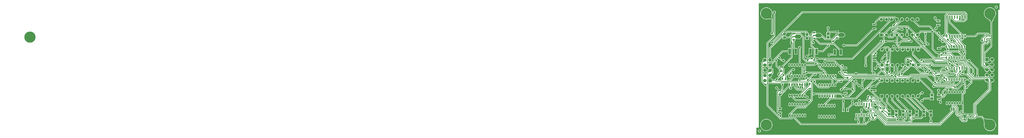
<source format=gbr>
%TF.GenerationSoftware,Altium Limited,Altium Designer,20.1.7 (139)*%
G04 Layer_Physical_Order=1*
G04 Layer_Color=255*
%FSLAX44Y44*%
%MOMM*%
%TF.SameCoordinates,E03824B4-CBBF-40F0-B96A-956E77447FB1*%
%TF.FilePolarity,Positive*%
%TF.FileFunction,Copper,L1,Top,Signal*%
%TF.Part,Single*%
G01*
G75*
%TA.AperFunction,SMDPad,CuDef*%
%ADD10R,1.2000X0.7000*%
%ADD11R,1.1000X0.6000*%
%ADD12R,0.6000X1.4500*%
%ADD13R,0.7500X1.6000*%
%ADD14O,0.6000X1.4500*%
%ADD15R,1.6000X0.7500*%
%ADD16R,0.5800X1.6200*%
%ADD17R,1.1500X2.7000*%
%ADD18R,1.4000X1.1500*%
%ADD19R,0.5000X0.5500*%
%ADD20R,0.4000X0.5500*%
%ADD21R,0.5500X0.5000*%
%ADD22R,0.5500X0.4000*%
%TA.AperFunction,Conductor*%
%ADD23C,0.3800*%
%TA.AperFunction,SMDPad,CuDef*%
%ADD24C,1.0000*%
%TA.AperFunction,ViaPad*%
%ADD25C,5.5000*%
%TA.AperFunction,ComponentPad*%
%ADD26C,1.5000*%
%ADD27R,1.5000X1.5000*%
%ADD28C,1.7000*%
%ADD29R,1.7000X1.7000*%
%TA.AperFunction,ViaPad*%
%ADD30C,1.0000*%
G36*
X1617250Y1077000D02*
X1610000D01*
Y462000D01*
X421000D01*
Y496250D01*
X432500D01*
Y1110000D01*
X1617250D01*
Y1077000D01*
D02*
G37*
%LPC*%
G36*
X1600750Y1097810D02*
X1598923Y1097570D01*
X1597220Y1096864D01*
X1595758Y1095742D01*
X1594635Y1094280D01*
X1593930Y1092577D01*
X1593690Y1090750D01*
X1593930Y1088923D01*
X1594635Y1087220D01*
X1595758Y1085758D01*
X1597220Y1084635D01*
X1598923Y1083930D01*
X1600750Y1083690D01*
X1602577Y1083930D01*
X1604280Y1084635D01*
X1605742Y1085758D01*
X1606864Y1087220D01*
X1607570Y1088923D01*
X1607810Y1090750D01*
X1607570Y1092577D01*
X1606864Y1094280D01*
X1605742Y1095742D01*
X1604280Y1096864D01*
X1602577Y1097570D01*
X1600750Y1097810D01*
D02*
G37*
G36*
X469750Y1089341D02*
X465121Y1088977D01*
X460606Y1087893D01*
X456316Y1086116D01*
X452357Y1083690D01*
X448826Y1080674D01*
X445810Y1077143D01*
X443384Y1073184D01*
X441607Y1068894D01*
X440523Y1064379D01*
X440159Y1059750D01*
X440523Y1055121D01*
X441607Y1050606D01*
X443384Y1046316D01*
X445810Y1042357D01*
X448826Y1038826D01*
X452357Y1035810D01*
X456316Y1033384D01*
X460606Y1031607D01*
X465121Y1030523D01*
X469750Y1030159D01*
X474379Y1030523D01*
X476235Y1030969D01*
X476400Y1030970D01*
X479156Y1031537D01*
X481679Y1031907D01*
X484015Y1032092D01*
X486162Y1032097D01*
X488119Y1031929D01*
X489885Y1031593D01*
X491466Y1031099D01*
X492871Y1030454D01*
X494024Y1029717D01*
Y968033D01*
X494015Y967949D01*
X493962Y967650D01*
X493890Y967374D01*
X493802Y967118D01*
X493696Y966879D01*
X493572Y966654D01*
X493428Y966439D01*
X493262Y966230D01*
X493117Y966076D01*
X493008Y965993D01*
X491885Y964530D01*
X491180Y962827D01*
X490940Y961000D01*
X491180Y959173D01*
X491885Y957470D01*
X493008Y956008D01*
X494470Y954885D01*
X496173Y954180D01*
X498000Y953940D01*
X499827Y954180D01*
X501530Y954885D01*
X502992Y956008D01*
X503754Y957000D01*
X505024Y956568D01*
Y950215D01*
X472188Y917380D01*
X471326Y916090D01*
X471024Y914568D01*
Y837564D01*
X469821Y837156D01*
X469489Y837589D01*
X467295Y839272D01*
X464741Y840330D01*
X462000Y840691D01*
X459259Y840330D01*
X456705Y839272D01*
X454511Y837589D01*
X452828Y835395D01*
X451770Y832841D01*
X451409Y830100D01*
X451458Y829733D01*
X451449Y828986D01*
X451394Y828054D01*
X451297Y827201D01*
X451162Y826428D01*
X450991Y825736D01*
X450789Y825125D01*
X450560Y824593D01*
X450308Y824137D01*
X450062Y823785D01*
X446788Y820512D01*
X445926Y819222D01*
X445624Y817700D01*
Y723364D01*
X445926Y721842D01*
X446788Y720552D01*
X458084Y709256D01*
X458099Y709239D01*
X458307Y708965D01*
X458493Y708688D01*
X458656Y708409D01*
X458800Y708127D01*
X458923Y707840D01*
X459028Y707547D01*
X459114Y707247D01*
X459197Y706877D01*
X459230Y706801D01*
X459280Y706423D01*
X459986Y704720D01*
X461107Y703258D01*
X462570Y702135D01*
X464273Y701430D01*
X466100Y701190D01*
X467927Y701430D01*
X469630Y702135D01*
X469885Y702331D01*
X471024Y701769D01*
Y605663D01*
X471326Y604142D01*
X472188Y602852D01*
X536028Y539012D01*
X537318Y538150D01*
X538839Y537848D01*
X594374D01*
X595896Y538150D01*
X597186Y539012D01*
X599412Y541238D01*
X600274Y542528D01*
X600576Y544050D01*
Y548011D01*
X600597Y548470D01*
X600693Y549366D01*
X600747Y549668D01*
X600804Y549905D01*
X600850Y550046D01*
X600864Y550079D01*
X600918Y550163D01*
X600962Y550279D01*
X601310Y550799D01*
X601698Y552750D01*
Y561250D01*
X601310Y563201D01*
X600205Y564855D01*
X598551Y565960D01*
X596600Y566348D01*
X596372Y566303D01*
X595746Y567473D01*
X620652Y592379D01*
X658963D01*
X660485Y592682D01*
X661775Y593544D01*
X696162Y627930D01*
X697024Y629220D01*
X697326Y630742D01*
Y656769D01*
X698465Y657331D01*
X698720Y657135D01*
X700423Y656430D01*
X702250Y656190D01*
X704077Y656430D01*
X705780Y657135D01*
X707243Y658258D01*
X707362Y658413D01*
X707364Y658415D01*
X707615Y658665D01*
X707812Y658830D01*
X708015Y658973D01*
X708230Y659096D01*
X708458Y659201D01*
X708704Y659289D01*
X708972Y659361D01*
X709265Y659414D01*
X709353Y659424D01*
X725929D01*
X726631Y658154D01*
X726302Y656500D01*
Y648000D01*
X726690Y646049D01*
X727795Y644395D01*
X729449Y643290D01*
X731400Y642902D01*
X733351Y643290D01*
X735005Y644395D01*
X736110Y646049D01*
X736498Y648000D01*
Y656500D01*
X736169Y658154D01*
X736871Y659424D01*
X738629D01*
X739331Y658154D01*
X739002Y656500D01*
Y648000D01*
X739390Y646049D01*
X740495Y644395D01*
X742149Y643290D01*
X744100Y642902D01*
X746051Y643290D01*
X747705Y644395D01*
X748810Y646049D01*
X749198Y648000D01*
Y656500D01*
X748869Y658154D01*
X749571Y659424D01*
X751329D01*
X752031Y658154D01*
X751702Y656500D01*
Y648000D01*
X752090Y646049D01*
X753195Y644395D01*
X754849Y643290D01*
X756800Y642902D01*
X758751Y643290D01*
X760405Y644395D01*
X761510Y646049D01*
X761898Y648000D01*
Y656500D01*
X761569Y658154D01*
X762271Y659424D01*
X764029D01*
X764731Y658154D01*
X764402Y656500D01*
Y648000D01*
X764790Y646049D01*
X765895Y644395D01*
X767549Y643290D01*
X769500Y642902D01*
X771451Y643290D01*
X773105Y644395D01*
X774210Y646049D01*
X774598Y648000D01*
Y656500D01*
X774269Y658154D01*
X774971Y659424D01*
X776729D01*
X777431Y658154D01*
X777102Y656500D01*
Y648000D01*
X777490Y646049D01*
X778595Y644395D01*
X780249Y643290D01*
X780569Y643226D01*
X780938Y642011D01*
X754590Y615663D01*
X754250Y615353D01*
X753548Y614787D01*
X753297Y614612D01*
X753089Y614484D01*
X752957Y614417D01*
X752924Y614404D01*
X752826Y614382D01*
X752824Y614381D01*
X752821Y614381D01*
X752710Y614331D01*
X752099Y614210D01*
X750445Y613105D01*
X749340Y611451D01*
X748952Y609500D01*
Y609363D01*
X748778Y609317D01*
X748378Y609251D01*
X748102Y609226D01*
X747298D01*
X747022Y609251D01*
X746622Y609317D01*
X746448Y609363D01*
Y609500D01*
X746060Y611451D01*
X744955Y613105D01*
X743301Y614210D01*
X741350Y614598D01*
X739399Y614210D01*
X737745Y613105D01*
X736640Y611451D01*
X736252Y609500D01*
Y601000D01*
X736640Y599049D01*
X737745Y597395D01*
X739399Y596290D01*
X741350Y595902D01*
X743301Y596290D01*
X744955Y597395D01*
X746060Y599049D01*
X746448Y601000D01*
Y601137D01*
X746622Y601183D01*
X747022Y601249D01*
X747298Y601274D01*
X748102D01*
X748378Y601249D01*
X748778Y601183D01*
X748952Y601137D01*
Y601000D01*
X749340Y599049D01*
X750445Y597395D01*
X752099Y596290D01*
X754050Y595902D01*
X756001Y596290D01*
X757655Y597395D01*
X758760Y599049D01*
X759148Y601000D01*
Y608648D01*
X759179Y608703D01*
X759489Y609151D01*
X760355Y610181D01*
X760527Y610354D01*
X761697Y609728D01*
X761652Y609500D01*
Y601000D01*
X762040Y599049D01*
X763145Y597395D01*
X764799Y596290D01*
X766750Y595902D01*
X768701Y596290D01*
X770355Y597395D01*
X771460Y599049D01*
X771848Y601000D01*
Y609500D01*
X771460Y611451D01*
X770355Y613105D01*
X768701Y614210D01*
X766750Y614598D01*
X766522Y614553D01*
X765897Y615723D01*
X787297Y637124D01*
X909900D01*
X911422Y637426D01*
X912712Y638288D01*
X965146Y690723D01*
X965447Y690685D01*
X966514Y689315D01*
X966440Y688750D01*
X966680Y686923D01*
X967385Y685220D01*
X968508Y683758D01*
X969970Y682635D01*
X971673Y681930D01*
X973500Y681690D01*
X975327Y681930D01*
X976757Y682522D01*
X977111Y682388D01*
X977475Y682138D01*
X977879Y681686D01*
X977690Y680250D01*
X977930Y678423D01*
X978635Y676720D01*
X979758Y675258D01*
X981220Y674136D01*
X982923Y673430D01*
X983271Y673384D01*
X983337Y673355D01*
X983706Y673271D01*
X984007Y673182D01*
X984300Y673076D01*
X984588Y672950D01*
X984871Y672806D01*
X985150Y672641D01*
X985428Y672454D01*
X985703Y672244D01*
X985717Y672232D01*
X1021834Y636115D01*
X1021890Y636044D01*
X1022008Y635860D01*
X1022076Y635720D01*
X1022108Y635627D01*
X1022118Y635573D01*
X1022119Y635542D01*
X1022115Y635513D01*
X1022102Y635470D01*
X1022092Y635446D01*
X1022004Y635256D01*
X1021991Y635202D01*
X1021422Y633827D01*
X1021380Y633509D01*
X1020177Y633101D01*
X1002467Y650812D01*
X1001177Y651674D01*
X999655Y651976D01*
X993283D01*
X993199Y651985D01*
X992900Y652038D01*
X992624Y652110D01*
X992368Y652198D01*
X992129Y652304D01*
X991904Y652428D01*
X991689Y652572D01*
X991480Y652738D01*
X991326Y652883D01*
X991242Y652992D01*
X989780Y654115D01*
X988077Y654820D01*
X986250Y655060D01*
X984423Y654820D01*
X982720Y654115D01*
X981257Y652992D01*
X980135Y651530D01*
X979974Y651141D01*
X978671Y651312D01*
X978570Y652077D01*
X977865Y653780D01*
X976742Y655242D01*
X975280Y656365D01*
X973577Y657070D01*
X971750Y657310D01*
X969923Y657070D01*
X968220Y656365D01*
X966758Y655242D01*
X965636Y653780D01*
X964930Y652077D01*
X964690Y650250D01*
X964930Y648423D01*
X965270Y647601D01*
X965305Y647421D01*
X965440Y647091D01*
X965544Y646780D01*
X965635Y646443D01*
X965812Y645532D01*
X965871Y645081D01*
X965902Y644594D01*
X965896Y644563D01*
X965829Y644353D01*
X965753Y644178D01*
X965668Y644030D01*
X965571Y643901D01*
X965458Y643781D01*
X965322Y643666D01*
X965283Y643641D01*
X965220Y643615D01*
X963758Y642492D01*
X962635Y641030D01*
X961930Y639327D01*
X961690Y637500D01*
X961930Y635673D01*
X962635Y633970D01*
X963758Y632508D01*
X965220Y631385D01*
X965660Y631203D01*
X965407Y629933D01*
X946657D01*
X945135Y629631D01*
X943845Y628769D01*
X938518Y623441D01*
X937832Y622805D01*
X937272Y622357D01*
X936785Y622018D01*
X936754Y622000D01*
X935339D01*
X935295Y622009D01*
X935252Y622000D01*
X932700D01*
Y603500D01*
X942700D01*
Y613466D01*
X942776Y613850D01*
Y616169D01*
X943041Y616549D01*
X943964Y617641D01*
X944227Y617903D01*
X945400Y617417D01*
Y605574D01*
X945391Y605531D01*
X945400Y605487D01*
Y603500D01*
X946367D01*
X946375Y603444D01*
X946424Y602758D01*
Y596716D01*
X946726Y595194D01*
X947588Y593904D01*
X959954Y581538D01*
X961244Y580676D01*
X962766Y580374D01*
X975073D01*
X975770Y579946D01*
X976310Y579253D01*
X976499Y577818D01*
X977204Y576116D01*
X978326Y574653D01*
X978335Y574646D01*
X977904Y573376D01*
X970000D01*
X968478Y573074D01*
X967188Y572212D01*
X963917Y568941D01*
X963232Y568305D01*
X962672Y567857D01*
X962185Y567518D01*
X962154Y567500D01*
X960739D01*
X960695Y567509D01*
X960652Y567500D01*
X958100D01*
Y549000D01*
X968100D01*
Y560052D01*
X968109Y560095D01*
X968100Y560139D01*
Y561554D01*
X968118Y561585D01*
X968441Y562049D01*
X969364Y563141D01*
X969627Y563403D01*
X970800Y562917D01*
Y549000D01*
X974869D01*
X974872Y548998D01*
X975340Y548671D01*
X976433Y547743D01*
X979772Y544404D01*
Y543147D01*
X979901Y542501D01*
X978828Y541383D01*
X977859Y541510D01*
X976032Y541270D01*
X974329Y540564D01*
X972867Y539442D01*
X971745Y537980D01*
X971039Y536277D01*
X970798Y534450D01*
X970816Y534314D01*
X970810Y534102D01*
X970780Y533837D01*
X970730Y533583D01*
X970658Y533336D01*
X970564Y533092D01*
X970446Y532849D01*
X970301Y532603D01*
X970127Y532354D01*
X970074Y532288D01*
X958835Y521049D01*
X957632Y521642D01*
X957810Y523000D01*
X957570Y524827D01*
X956864Y526530D01*
X955742Y527992D01*
X955567Y528127D01*
X955560Y528138D01*
X955309Y528387D01*
X955144Y528582D01*
X955002Y528783D01*
X954879Y528996D01*
X954774Y529222D01*
X954686Y529467D01*
X954614Y529733D01*
X954561Y530025D01*
X954551Y530114D01*
Y548373D01*
X954587Y548980D01*
X954590Y549000D01*
X955400D01*
Y550987D01*
X955409Y551031D01*
X955400Y551074D01*
Y567500D01*
X945400D01*
Y551074D01*
X945391Y551031D01*
X945400Y550987D01*
Y549000D01*
X946522D01*
X946538Y548908D01*
X946599Y548172D01*
Y529943D01*
X946591Y529865D01*
X946538Y529558D01*
X946468Y529273D01*
X946379Y529006D01*
X946273Y528755D01*
X946148Y528517D01*
X946004Y528289D01*
X945838Y528068D01*
X945801Y528026D01*
X945758Y527992D01*
X945661Y527867D01*
X945597Y527794D01*
X945571Y527750D01*
X944635Y526530D01*
X943930Y524827D01*
X943690Y523000D01*
X943930Y521173D01*
X944635Y519470D01*
X944831Y519215D01*
X944269Y518076D01*
X929039D01*
X928632Y518956D01*
X928561Y519346D01*
X929614Y520720D01*
X930320Y522423D01*
X930560Y524250D01*
X930320Y526077D01*
X929614Y527780D01*
X929229Y528283D01*
X929165Y528427D01*
X928949Y528735D01*
X928791Y528995D01*
X928653Y529263D01*
X928533Y529539D01*
X928431Y529827D01*
X928346Y530128D01*
X928279Y530443D01*
X928230Y530775D01*
X928226Y530819D01*
Y548092D01*
X928248Y548352D01*
X928312Y548752D01*
X928376Y549000D01*
X930000D01*
Y550987D01*
X930009Y551031D01*
X930000Y551074D01*
Y567500D01*
X920000D01*
Y551074D01*
X919991Y551031D01*
X920000Y550987D01*
Y549000D01*
X920231D01*
X920274Y548377D01*
Y531567D01*
X920263Y531469D01*
X920209Y531201D01*
X920139Y530967D01*
X920056Y530761D01*
X919959Y530578D01*
X919847Y530411D01*
X919717Y530256D01*
X919563Y530106D01*
X919305Y529901D01*
X919194Y529769D01*
X918508Y529243D01*
X917385Y527780D01*
X916680Y526077D01*
X916440Y524250D01*
X916680Y522423D01*
X917385Y520720D01*
X918439Y519346D01*
X918368Y518956D01*
X917961Y518076D01*
X640897D01*
X613276Y545697D01*
Y548011D01*
X613297Y548470D01*
X613393Y549366D01*
X613447Y549668D01*
X613504Y549905D01*
X613550Y550046D01*
X613564Y550079D01*
X613618Y550163D01*
X613662Y550279D01*
X614010Y550799D01*
X614398Y552750D01*
Y561250D01*
X614010Y563201D01*
X612905Y564855D01*
X611251Y565960D01*
X609300Y566348D01*
X607349Y565960D01*
X605695Y564855D01*
X604590Y563201D01*
X604202Y561250D01*
Y552750D01*
X604590Y550799D01*
X604938Y550279D01*
X604982Y550163D01*
X605036Y550079D01*
X605050Y550046D01*
X605096Y549905D01*
X605153Y549668D01*
X605200Y549401D01*
X605324Y547714D01*
Y544050D01*
X605626Y542528D01*
X606488Y541238D01*
X636438Y511288D01*
X637728Y510426D01*
X639250Y510124D01*
X957509D01*
X959031Y510426D01*
X960321Y511288D01*
X975697Y526665D01*
X975763Y526718D01*
X976012Y526892D01*
X976258Y527037D01*
X976501Y527155D01*
X976745Y527249D01*
X976992Y527321D01*
X977246Y527371D01*
X977511Y527401D01*
X977723Y527407D01*
X977859Y527390D01*
X979686Y527630D01*
X981389Y528335D01*
X982851Y529458D01*
X983973Y530920D01*
X984679Y532623D01*
X984919Y534450D01*
X984903Y534572D01*
X986106Y535166D01*
X987785Y533486D01*
X989075Y532624D01*
X990597Y532322D01*
X1001385D01*
X1002906Y532624D01*
X1004196Y533486D01*
X1016260Y545550D01*
X1054922Y506888D01*
X1056212Y506026D01*
X1057734Y505724D01*
X1323374D01*
X1324895Y506026D01*
X1326185Y506888D01*
X1392812Y573515D01*
X1393674Y574805D01*
X1393976Y576326D01*
Y580809D01*
X1393987Y580899D01*
X1394034Y581113D01*
X1394084Y581260D01*
X1394129Y581349D01*
X1394160Y581395D01*
X1394181Y581417D01*
X1394205Y581435D01*
X1394252Y581461D01*
X1394467Y581540D01*
X1394517Y581571D01*
X1395880Y582136D01*
X1397343Y583258D01*
X1398188Y584359D01*
X1399458Y583928D01*
Y563792D01*
X1399760Y562271D01*
X1400622Y560981D01*
X1410764Y550838D01*
X1412055Y549976D01*
X1413576Y549674D01*
X1418500D01*
Y544324D01*
X1418491Y544281D01*
X1418500Y544237D01*
Y542250D01*
X1419556D01*
X1419568Y542173D01*
X1419624Y541456D01*
Y540432D01*
X1419926Y538910D01*
X1420788Y537621D01*
X1432870Y525538D01*
X1434160Y524676D01*
X1435682Y524374D01*
X1450437D01*
X1451958Y524676D01*
X1453248Y525538D01*
X1458462Y530752D01*
X1459324Y532042D01*
X1459626Y533563D01*
Y557100D01*
X1459447Y558004D01*
X1460299Y559274D01*
X1461778D01*
X1462457Y558004D01*
X1462426Y557958D01*
X1462124Y556437D01*
Y549063D01*
X1462426Y547542D01*
X1463288Y546252D01*
X1468502Y541038D01*
X1469792Y540176D01*
X1471313Y539874D01*
X1496100D01*
X1497622Y540176D01*
X1498912Y541038D01*
X1502173Y544299D01*
X1502849Y544926D01*
X1503402Y545368D01*
X1503887Y545704D01*
X1503967Y545750D01*
X1505426D01*
X1505470Y545741D01*
X1505484Y545744D01*
X1505490Y545743D01*
X1505519Y545750D01*
X1505542D01*
X1505582Y545744D01*
X1505603Y545750D01*
X1507500D01*
Y546234D01*
X1508122Y546274D01*
X1527603D01*
X1536028Y537849D01*
X1536611Y537120D01*
X1537329Y535792D01*
X1538007Y534021D01*
X1538614Y531818D01*
X1539133Y529194D01*
X1539551Y526199D01*
X1540207Y514634D01*
X1540212Y510423D01*
X1540159Y509750D01*
X1540523Y505121D01*
X1541607Y500606D01*
X1543384Y496316D01*
X1545810Y492357D01*
X1548826Y488826D01*
X1552357Y485810D01*
X1556316Y483384D01*
X1560606Y481607D01*
X1565121Y480523D01*
X1569750Y480159D01*
X1574379Y480523D01*
X1578894Y481607D01*
X1583184Y483384D01*
X1587143Y485810D01*
X1590674Y488826D01*
X1593690Y492357D01*
X1596116Y496316D01*
X1597893Y500606D01*
X1598977Y505121D01*
X1599341Y509750D01*
X1598977Y514379D01*
X1597893Y518894D01*
X1596116Y523184D01*
X1593690Y527143D01*
X1590674Y530674D01*
X1587143Y533690D01*
X1583184Y536116D01*
X1578894Y537893D01*
X1574379Y538977D01*
X1569750Y539341D01*
X1569132Y539292D01*
X1560612Y539406D01*
X1553319Y539947D01*
X1550306Y540367D01*
X1547682Y540886D01*
X1545479Y541493D01*
X1543708Y542171D01*
X1542380Y542890D01*
X1541651Y543472D01*
X1532062Y553062D01*
X1530772Y553924D01*
X1529250Y554226D01*
X1507742D01*
X1507500Y554242D01*
Y567750D01*
X1502676D01*
Y607400D01*
X1574012Y678735D01*
X1574874Y680025D01*
X1575176Y681547D01*
Y719875D01*
X1575193Y719886D01*
X1575612Y720090D01*
X1576045Y720250D01*
X1576499Y720366D01*
X1576980Y720440D01*
X1577494Y720470D01*
X1578043Y720452D01*
X1578709Y720375D01*
X1578827Y720385D01*
X1578943Y720362D01*
X1579003Y720374D01*
X1580250Y720209D01*
X1582991Y720570D01*
X1585545Y721628D01*
X1587739Y723311D01*
X1589422Y725505D01*
X1590480Y728059D01*
X1590841Y730800D01*
X1590480Y733541D01*
X1589422Y736095D01*
X1587739Y738289D01*
X1585545Y739972D01*
X1582991Y741030D01*
X1580250Y741391D01*
X1578317Y741136D01*
X1578208Y741139D01*
X1577797Y741068D01*
X1577509Y741030D01*
X1577460Y741009D01*
X1577265Y740975D01*
X1576448Y740888D01*
X1575703Y740862D01*
X1575031Y740895D01*
X1574430Y740980D01*
X1573897Y741112D01*
X1573426Y741287D01*
X1573007Y741501D01*
X1572652Y741743D01*
X1567784Y746612D01*
X1566494Y747474D01*
X1564972Y747776D01*
X1563066D01*
X1562596Y749046D01*
X1564022Y750905D01*
X1565080Y753459D01*
X1565441Y756200D01*
X1565080Y758941D01*
X1564022Y761495D01*
X1562339Y763689D01*
X1560145Y765372D01*
X1557591Y766430D01*
X1554850Y766791D01*
X1552109Y766430D01*
X1549555Y765372D01*
X1547361Y763689D01*
X1545678Y761495D01*
X1544620Y758941D01*
X1544259Y756200D01*
X1544620Y753459D01*
X1545678Y750905D01*
X1547104Y749046D01*
X1546634Y747776D01*
X1525970D01*
X1524448Y747474D01*
X1523479Y746826D01*
X1514231D01*
X1513669Y747965D01*
X1513864Y748220D01*
X1514570Y749923D01*
X1514810Y751750D01*
X1514570Y753577D01*
X1513864Y755280D01*
X1512742Y756742D01*
X1512633Y756826D01*
X1512488Y756980D01*
X1512322Y757189D01*
X1512178Y757404D01*
X1512054Y757629D01*
X1511948Y757868D01*
X1511859Y758124D01*
X1511788Y758400D01*
X1511735Y758699D01*
X1511726Y758783D01*
Y786750D01*
X1511424Y788272D01*
X1510562Y789562D01*
X1475035Y825088D01*
X1474982Y825154D01*
X1474808Y825403D01*
X1474663Y825649D01*
X1474545Y825892D01*
X1474451Y826136D01*
X1474379Y826383D01*
X1474329Y826637D01*
X1474299Y826902D01*
X1474292Y827114D01*
X1474310Y827250D01*
X1474070Y829077D01*
X1473365Y830780D01*
X1472242Y832243D01*
X1470780Y833364D01*
X1469077Y834070D01*
X1467250Y834310D01*
X1465423Y834070D01*
X1463720Y833364D01*
X1462258Y832243D01*
X1461136Y830780D01*
X1460430Y829077D01*
X1460393Y828792D01*
X1459190Y828383D01*
X1451380Y836194D01*
X1450747Y836874D01*
X1450295Y837437D01*
X1450026Y837822D01*
Y840150D01*
X1449950Y840534D01*
Y850500D01*
X1446043D01*
X1445136Y851377D01*
X1445111Y851770D01*
X1445128Y851772D01*
X1446327Y851930D01*
X1448030Y852635D01*
X1449492Y853758D01*
X1450614Y855220D01*
X1451320Y856923D01*
X1451560Y858750D01*
X1451320Y860577D01*
X1450975Y861410D01*
X1451574Y862306D01*
X1451876Y863828D01*
Y875639D01*
X1451574Y877160D01*
X1450712Y878450D01*
X1448926Y880236D01*
Y885889D01*
X1448929Y885971D01*
X1448971Y886420D01*
X1448983Y886500D01*
X1449950D01*
Y888487D01*
X1449959Y888531D01*
X1449950Y888574D01*
Y905000D01*
X1447398D01*
X1447354Y905009D01*
X1447311Y905000D01*
X1445896D01*
X1445865Y905018D01*
X1445401Y905341D01*
X1444309Y906264D01*
X1430826Y919747D01*
Y924400D01*
X1430524Y925922D01*
X1429662Y927212D01*
X1420547Y936327D01*
X1421033Y937500D01*
X1426450D01*
Y953317D01*
X1427623Y953803D01*
X1427908Y953518D01*
X1428545Y952832D01*
X1428993Y952272D01*
X1429274Y951869D01*
Y948600D01*
X1429350Y948216D01*
Y939823D01*
X1429258Y939752D01*
X1428136Y938289D01*
X1427430Y936587D01*
X1427190Y934759D01*
X1427430Y932932D01*
X1428136Y931229D01*
X1429258Y929767D01*
X1430720Y928645D01*
X1432423Y927940D01*
X1434250Y927699D01*
X1436077Y927940D01*
X1437780Y928645D01*
X1439242Y929767D01*
X1440365Y931229D01*
X1441070Y932932D01*
X1441310Y934759D01*
X1441070Y936587D01*
X1440365Y938289D01*
X1439242Y939752D01*
X1439150Y939823D01*
Y957700D01*
X1436798D01*
X1436754Y957709D01*
X1436711Y957700D01*
X1435296D01*
X1435265Y957718D01*
X1434801Y958041D01*
X1433709Y958964D01*
X1374726Y1017947D01*
Y1030619D01*
X1374767Y1031264D01*
X1374772Y1031300D01*
X1375650D01*
Y1033287D01*
X1375659Y1033331D01*
X1375650Y1033374D01*
Y1049424D01*
X1378550D01*
Y1031300D01*
X1382419D01*
X1382422Y1031298D01*
X1382890Y1030971D01*
X1383983Y1030044D01*
X1395238Y1018788D01*
X1396528Y1017926D01*
X1398050Y1017624D01*
X1443665D01*
X1445187Y1017926D01*
X1446477Y1018788D01*
X1456562Y1028873D01*
X1457424Y1030163D01*
X1457726Y1031685D01*
Y1056602D01*
X1457424Y1058124D01*
X1456562Y1059414D01*
X1448164Y1067812D01*
X1446874Y1068674D01*
X1445352Y1068976D01*
X646500D01*
X644978Y1068674D01*
X643688Y1067812D01*
X499412Y923535D01*
X499346Y923482D01*
X499097Y923308D01*
X498851Y923163D01*
X498608Y923045D01*
X498364Y922951D01*
X498117Y922879D01*
X497863Y922829D01*
X497598Y922799D01*
X497386Y922793D01*
X497250Y922810D01*
X495423Y922570D01*
X493720Y921864D01*
X492258Y920742D01*
X491135Y919280D01*
X490430Y917577D01*
X490190Y915750D01*
X490430Y913923D01*
X491135Y912220D01*
X492258Y910758D01*
X493720Y909635D01*
X495423Y908930D01*
X497250Y908690D01*
X499077Y908930D01*
X500780Y909635D01*
X502243Y910758D01*
X503364Y912220D01*
X504070Y913923D01*
X504310Y915750D01*
X504292Y915886D01*
X504299Y916098D01*
X504329Y916363D01*
X504379Y916617D01*
X504451Y916864D01*
X504545Y917108D01*
X504663Y917351D01*
X504808Y917597D01*
X504982Y917846D01*
X505035Y917912D01*
X548077Y960953D01*
X549250Y960467D01*
Y956181D01*
X549248Y956178D01*
X548921Y955710D01*
X547994Y954617D01*
X484588Y891212D01*
X483726Y889922D01*
X483424Y888400D01*
Y843007D01*
X483349Y842584D01*
X483204Y842083D01*
X482990Y841545D01*
X482701Y840970D01*
X482333Y840360D01*
X481898Y839741D01*
X480708Y838329D01*
X480246Y837856D01*
X480089Y837862D01*
X478976Y838316D01*
Y912921D01*
X511812Y945756D01*
X512674Y947046D01*
X512976Y948568D01*
Y1058217D01*
X512985Y1058301D01*
X513038Y1058600D01*
X513110Y1058876D01*
X513198Y1059132D01*
X513304Y1059371D01*
X513428Y1059596D01*
X513572Y1059811D01*
X513738Y1060020D01*
X513883Y1060174D01*
X513992Y1060257D01*
X515115Y1061720D01*
X515820Y1063423D01*
X516060Y1065250D01*
X515820Y1067077D01*
X515115Y1068780D01*
X513992Y1070242D01*
X512530Y1071365D01*
X510827Y1072070D01*
X509000Y1072310D01*
X507173Y1072070D01*
X505470Y1071365D01*
X504008Y1070242D01*
X502886Y1068780D01*
X502180Y1067077D01*
X501940Y1065250D01*
X502180Y1063423D01*
X502886Y1061720D01*
X504008Y1060257D01*
X504117Y1060174D01*
X504262Y1060020D01*
X504428Y1059811D01*
X504572Y1059596D01*
X504696Y1059371D01*
X504802Y1059132D01*
X504891Y1058876D01*
X504962Y1058600D01*
X505015Y1058301D01*
X505024Y1058217D01*
Y965432D01*
X503754Y965001D01*
X502992Y965993D01*
X502883Y966076D01*
X502738Y966230D01*
X502572Y966439D01*
X502428Y966654D01*
X502304Y966879D01*
X502198Y967118D01*
X502109Y967374D01*
X502038Y967650D01*
X501985Y967949D01*
X501976Y968033D01*
Y1031500D01*
X501674Y1033022D01*
X500812Y1034312D01*
X500501Y1034622D01*
X499841Y1035386D01*
X499046Y1036629D01*
X498401Y1038034D01*
X497907Y1039615D01*
X497571Y1041381D01*
X497403Y1043338D01*
X497408Y1045485D01*
X497593Y1047821D01*
X497963Y1050344D01*
X498530Y1053100D01*
X498531Y1053265D01*
X498977Y1055121D01*
X499341Y1059750D01*
X498977Y1064379D01*
X497893Y1068894D01*
X496116Y1073184D01*
X493690Y1077143D01*
X490674Y1080674D01*
X487143Y1083690D01*
X483184Y1086116D01*
X478894Y1087893D01*
X474379Y1088977D01*
X469750Y1089341D01*
D02*
G37*
G36*
X1569750D02*
X1565121Y1088977D01*
X1560606Y1087893D01*
X1556316Y1086116D01*
X1552357Y1083690D01*
X1548826Y1080674D01*
X1545810Y1077143D01*
X1543384Y1073184D01*
X1541607Y1068894D01*
X1540523Y1064379D01*
X1540159Y1059750D01*
X1540523Y1055121D01*
X1541607Y1050606D01*
X1543384Y1046316D01*
X1545810Y1042357D01*
X1548826Y1038826D01*
X1552357Y1035810D01*
X1555235Y1034046D01*
X1555296Y1033991D01*
X1561978Y1029908D01*
X1564676Y1027972D01*
X1567004Y1026071D01*
X1568941Y1024230D01*
X1570489Y1022458D01*
X1571653Y1020769D01*
X1572450Y1019177D01*
X1572904Y1017685D01*
X1573024Y1016531D01*
Y952226D01*
X1570750D01*
Y952250D01*
X1569694D01*
X1569682Y952327D01*
X1569626Y953044D01*
Y954068D01*
X1569324Y955590D01*
X1568462Y956880D01*
X1562580Y962762D01*
X1561290Y963624D01*
X1559768Y963926D01*
X1510034D01*
X1508512Y963624D01*
X1507222Y962762D01*
X1496037Y951576D01*
X1452773D01*
X1452496Y951601D01*
X1452096Y951667D01*
X1451850Y951732D01*
Y957700D01*
X1442050D01*
Y937500D01*
X1451850D01*
Y943467D01*
X1452096Y943533D01*
X1452496Y943599D01*
X1452773Y943624D01*
X1497684D01*
X1499206Y943926D01*
X1500496Y944788D01*
X1511681Y955974D01*
X1543675D01*
X1544161Y954800D01*
X1528732Y939371D01*
X1527870Y938081D01*
X1527567Y936559D01*
Y933215D01*
X1527556Y933117D01*
X1527503Y932855D01*
X1527434Y932629D01*
X1527353Y932434D01*
X1527260Y932263D01*
X1527152Y932110D01*
X1527027Y931966D01*
X1526879Y931829D01*
X1526620Y931636D01*
X1526512Y931515D01*
X1525648Y930852D01*
X1524526Y929389D01*
X1523821Y927687D01*
X1523580Y925859D01*
X1523821Y924032D01*
X1524526Y922329D01*
X1525648Y920867D01*
X1527110Y919745D01*
X1528813Y919040D01*
X1530641Y918799D01*
X1532468Y919040D01*
X1534171Y919745D01*
X1535633Y920867D01*
X1536755Y922329D01*
X1537104Y923170D01*
X1538374Y922918D01*
Y919989D01*
X1526538Y908153D01*
X1525676Y906863D01*
X1525374Y905342D01*
Y804640D01*
X1525676Y803118D01*
X1526538Y801828D01*
X1542101Y786266D01*
X1542333Y785947D01*
X1542621Y785470D01*
X1542913Y784899D01*
X1543203Y784233D01*
X1543472Y783512D01*
X1544283Y780625D01*
X1544518Y779519D01*
X1544540Y779469D01*
X1544620Y778859D01*
X1545678Y776305D01*
X1547361Y774111D01*
X1549555Y772428D01*
X1552109Y771370D01*
X1554850Y771009D01*
X1557591Y771370D01*
X1560145Y772428D01*
X1562339Y774111D01*
X1564022Y776305D01*
X1565080Y778859D01*
X1565441Y781600D01*
X1565080Y784341D01*
X1564022Y786895D01*
X1562388Y789025D01*
X1562426Y789342D01*
X1562775Y790355D01*
X1563501Y790448D01*
X1567551Y786398D01*
X1567785Y786075D01*
X1568071Y785599D01*
X1568358Y785029D01*
X1568641Y784367D01*
X1568901Y783651D01*
X1569671Y780777D01*
X1569888Y779678D01*
X1569924Y779590D01*
X1570020Y778859D01*
X1571078Y776305D01*
X1572761Y774111D01*
X1574955Y772428D01*
X1577509Y771370D01*
X1580250Y771009D01*
X1582991Y771370D01*
X1585545Y772428D01*
X1587739Y774111D01*
X1589422Y776305D01*
X1590480Y778859D01*
X1590841Y781600D01*
X1590480Y784341D01*
X1589422Y786895D01*
X1587739Y789089D01*
X1585545Y790772D01*
X1582991Y791830D01*
X1580250Y792191D01*
X1578317Y791936D01*
X1578208Y791939D01*
X1577797Y791868D01*
X1577509Y791830D01*
X1577460Y791809D01*
X1577265Y791776D01*
X1576448Y791688D01*
X1575703Y791662D01*
X1575031Y791695D01*
X1574430Y791780D01*
X1573897Y791912D01*
X1573426Y792087D01*
X1573007Y792301D01*
X1572652Y792543D01*
X1567784Y797412D01*
X1566494Y798274D01*
X1564972Y798576D01*
X1563066D01*
X1562612Y799689D01*
X1562606Y799846D01*
X1563098Y800327D01*
X1563796Y800947D01*
X1564468Y801482D01*
X1565110Y801933D01*
X1565720Y802301D01*
X1566295Y802590D01*
X1566833Y802804D01*
X1567334Y802949D01*
X1567550Y802987D01*
X1567766Y802949D01*
X1568267Y802804D01*
X1568805Y802590D01*
X1569380Y802301D01*
X1569990Y801933D01*
X1570609Y801498D01*
X1572021Y800308D01*
X1572536Y799805D01*
X1572761Y799511D01*
X1574955Y797828D01*
X1577509Y796770D01*
X1580250Y796409D01*
X1582991Y796770D01*
X1585545Y797828D01*
X1587739Y799511D01*
X1589422Y801705D01*
X1590480Y804259D01*
X1590841Y807000D01*
X1590480Y809741D01*
X1589422Y812295D01*
X1587739Y814489D01*
X1585545Y816172D01*
X1582991Y817230D01*
X1580250Y817591D01*
X1577509Y817230D01*
X1574955Y816172D01*
X1572761Y814489D01*
X1572536Y814195D01*
X1572002Y813673D01*
X1571304Y813053D01*
X1570632Y812518D01*
X1569990Y812067D01*
X1569380Y811699D01*
X1568805Y811410D01*
X1568266Y811196D01*
X1567766Y811051D01*
X1567550Y811013D01*
X1567334Y811051D01*
X1566833Y811196D01*
X1566295Y811410D01*
X1565720Y811699D01*
X1565110Y812067D01*
X1564491Y812502D01*
X1563079Y813692D01*
X1562564Y814195D01*
X1562339Y814489D01*
X1560145Y816172D01*
X1557591Y817230D01*
X1554850Y817591D01*
X1554483Y817542D01*
X1553736Y817551D01*
X1552804Y817606D01*
X1551951Y817703D01*
X1551178Y817838D01*
X1550486Y818009D01*
X1549875Y818211D01*
X1549343Y818440D01*
X1548887Y818692D01*
X1548535Y818938D01*
X1546844Y820630D01*
X1547370Y821900D01*
X1565350D01*
Y842900D01*
X1546426D01*
Y861720D01*
X1579812Y895106D01*
X1580674Y896396D01*
X1580976Y897917D01*
Y939000D01*
Y946024D01*
Y1017394D01*
X1581010Y1017607D01*
X1592514Y1040121D01*
X1595261Y1044858D01*
X1595263Y1044865D01*
X1595268Y1044870D01*
X1595313Y1045005D01*
X1596116Y1046316D01*
X1597893Y1050606D01*
X1598977Y1055121D01*
X1599341Y1059750D01*
X1598977Y1064379D01*
X1597893Y1068894D01*
X1596116Y1073184D01*
X1593690Y1077143D01*
X1590674Y1080674D01*
X1587143Y1083690D01*
X1583184Y1086116D01*
X1578894Y1087893D01*
X1574379Y1088977D01*
X1569750Y1089341D01*
D02*
G37*
G36*
X1580250Y842991D02*
X1577509Y842630D01*
X1574955Y841572D01*
X1572761Y839889D01*
X1571078Y837695D01*
X1570020Y835141D01*
X1569659Y832400D01*
X1570020Y829659D01*
X1571078Y827105D01*
X1572761Y824911D01*
X1574955Y823228D01*
X1577509Y822170D01*
X1580250Y821809D01*
X1582991Y822170D01*
X1585545Y823228D01*
X1587739Y824911D01*
X1589422Y827105D01*
X1590480Y829659D01*
X1590841Y832400D01*
X1590480Y835141D01*
X1589422Y837695D01*
X1587739Y839889D01*
X1585545Y841572D01*
X1582991Y842630D01*
X1580250Y842991D01*
D02*
G37*
G36*
Y766791D02*
X1577509Y766430D01*
X1574955Y765372D01*
X1572761Y763689D01*
X1571078Y761495D01*
X1570020Y758941D01*
X1569659Y756200D01*
X1570020Y753459D01*
X1571078Y750905D01*
X1572761Y748711D01*
X1574955Y747028D01*
X1577509Y745970D01*
X1580250Y745609D01*
X1582991Y745970D01*
X1585545Y747028D01*
X1587739Y748711D01*
X1589422Y750905D01*
X1590480Y753459D01*
X1590841Y756200D01*
X1590480Y758941D01*
X1589422Y761495D01*
X1587739Y763689D01*
X1585545Y765372D01*
X1582991Y766430D01*
X1580250Y766791D01*
D02*
G37*
G36*
X927250Y637560D02*
X925423Y637320D01*
X923720Y636614D01*
X922258Y635493D01*
X921135Y634030D01*
X920430Y632327D01*
X920190Y630500D01*
X920430Y628673D01*
X921135Y626970D01*
X921263Y626803D01*
X921267Y626792D01*
X921460Y626466D01*
X921605Y626184D01*
X921732Y625895D01*
X921844Y625595D01*
X921938Y625285D01*
X922017Y624963D01*
X922074Y624655D01*
X922124Y624165D01*
Y622931D01*
X922100Y622659D01*
X922034Y622265D01*
X921963Y622000D01*
X920000D01*
Y603500D01*
X930000D01*
Y613466D01*
X930076Y613850D01*
Y623094D01*
X930088Y623192D01*
X930141Y623445D01*
X930207Y623657D01*
X930284Y623834D01*
X930371Y623985D01*
X930469Y624118D01*
X930583Y624240D01*
X930722Y624358D01*
X930735Y624367D01*
X930780Y624385D01*
X930911Y624486D01*
X930978Y624532D01*
X931003Y624556D01*
X932243Y625508D01*
X933364Y626970D01*
X934070Y628673D01*
X934310Y630500D01*
X934070Y632327D01*
X933364Y634030D01*
X932243Y635493D01*
X930780Y636614D01*
X929077Y637320D01*
X927250Y637560D01*
D02*
G37*
G36*
X893000Y633310D02*
X891173Y633070D01*
X889470Y632365D01*
X888008Y631242D01*
X886886Y629780D01*
X886180Y628077D01*
X885940Y626250D01*
X886180Y624423D01*
X886886Y622720D01*
X888008Y621258D01*
X888117Y621174D01*
X888262Y621020D01*
X888428Y620811D01*
X888572Y620596D01*
X888696Y620371D01*
X888802Y620132D01*
X888890Y619876D01*
X888962Y619600D01*
X889015Y619301D01*
X889024Y619217D01*
Y616608D01*
X888975Y616165D01*
X888870Y615620D01*
X888727Y615098D01*
X888543Y614596D01*
X888318Y614111D01*
X888051Y613641D01*
X887738Y613181D01*
X887460Y612834D01*
X870806Y596179D01*
X870126Y595547D01*
X869563Y595095D01*
X869072Y594752D01*
X869069Y594750D01*
X863500D01*
Y574750D01*
X875000D01*
Y588819D01*
X875002Y588822D01*
X875329Y589290D01*
X876257Y590383D01*
X893084Y607210D01*
X893431Y607488D01*
X893891Y607801D01*
X894361Y608068D01*
X894846Y608293D01*
X895348Y608477D01*
X895870Y608620D01*
X896415Y608725D01*
X896858Y608774D01*
X906377D01*
X906654Y608749D01*
X907054Y608683D01*
X907300Y608618D01*
Y603500D01*
X917300D01*
Y622000D01*
X907300D01*
Y616883D01*
X907054Y616817D01*
X906654Y616751D01*
X906377Y616726D01*
X898161D01*
X897834Y616784D01*
X897574Y616871D01*
X897408Y616960D01*
X897299Y617049D01*
X897210Y617157D01*
X897121Y617324D01*
X897034Y617584D01*
X896976Y617911D01*
Y619217D01*
X896985Y619301D01*
X897038Y619600D01*
X897109Y619876D01*
X897198Y620132D01*
X897304Y620371D01*
X897428Y620596D01*
X897572Y620811D01*
X897738Y621020D01*
X897884Y621174D01*
X897992Y621258D01*
X899115Y622720D01*
X899820Y624423D01*
X900060Y626250D01*
X899820Y628077D01*
X899115Y629780D01*
X897992Y631242D01*
X896530Y632365D01*
X894827Y633070D01*
X893000Y633310D01*
D02*
G37*
G36*
X804850Y614598D02*
X802899Y614210D01*
X801245Y613105D01*
X800140Y611451D01*
X799752Y609500D01*
Y601000D01*
X800140Y599049D01*
X801245Y597395D01*
X802899Y596290D01*
X804850Y595902D01*
X806801Y596290D01*
X808455Y597395D01*
X809560Y599049D01*
X809948Y601000D01*
Y609500D01*
X809560Y611451D01*
X808455Y613105D01*
X806801Y614210D01*
X804850Y614598D01*
D02*
G37*
G36*
X792150D02*
X790199Y614210D01*
X788545Y613105D01*
X787440Y611451D01*
X787052Y609500D01*
Y601000D01*
X787440Y599049D01*
X788545Y597395D01*
X790199Y596290D01*
X792150Y595902D01*
X794101Y596290D01*
X795755Y597395D01*
X796860Y599049D01*
X797248Y601000D01*
Y609500D01*
X796860Y611451D01*
X795755Y613105D01*
X794101Y614210D01*
X792150Y614598D01*
D02*
G37*
G36*
X779450D02*
X777499Y614210D01*
X775845Y613105D01*
X774740Y611451D01*
X774352Y609500D01*
Y601000D01*
X774740Y599049D01*
X775845Y597395D01*
X777499Y596290D01*
X779450Y595902D01*
X781401Y596290D01*
X783055Y597395D01*
X784160Y599049D01*
X784548Y601000D01*
Y609500D01*
X784160Y611451D01*
X783055Y613105D01*
X781401Y614210D01*
X779450Y614598D01*
D02*
G37*
G36*
X728650D02*
X726699Y614210D01*
X725045Y613105D01*
X723940Y611451D01*
X723552Y609500D01*
Y601000D01*
X723940Y599049D01*
X725045Y597395D01*
X726699Y596290D01*
X728650Y595902D01*
X730601Y596290D01*
X732255Y597395D01*
X733360Y599049D01*
X733748Y601000D01*
Y609500D01*
X733360Y611451D01*
X732255Y613105D01*
X730601Y614210D01*
X728650Y614598D01*
D02*
G37*
G36*
X848250Y633060D02*
X846423Y632820D01*
X844720Y632114D01*
X843258Y630992D01*
X842135Y629530D01*
X841430Y627827D01*
X841190Y626000D01*
X841430Y624173D01*
X842135Y622470D01*
X843258Y621007D01*
X843367Y620924D01*
X843512Y620770D01*
X843678Y620561D01*
X843822Y620346D01*
X843946Y620121D01*
X844052Y619882D01*
X844141Y619626D01*
X844212Y619350D01*
X844265Y619051D01*
X844274Y618967D01*
Y595658D01*
X844252Y595398D01*
X844188Y594998D01*
X844124Y594750D01*
X842500D01*
Y592763D01*
X842491Y592719D01*
X842500Y592676D01*
Y574750D01*
X854000D01*
Y592676D01*
X854009Y592719D01*
X854000Y592763D01*
Y594750D01*
X852376D01*
X852312Y594998D01*
X852248Y595398D01*
X852226Y595658D01*
Y618967D01*
X852235Y619051D01*
X852288Y619350D01*
X852359Y619626D01*
X852448Y619882D01*
X852554Y620121D01*
X852678Y620346D01*
X852822Y620561D01*
X852988Y620770D01*
X853133Y620924D01*
X853242Y621007D01*
X854364Y622470D01*
X855070Y624173D01*
X855310Y626000D01*
X855070Y627827D01*
X854364Y629530D01*
X853242Y630992D01*
X851780Y632114D01*
X850077Y632820D01*
X848250Y633060D01*
D02*
G37*
G36*
X938000Y591460D02*
X936173Y591220D01*
X934470Y590514D01*
X933008Y589392D01*
X931886Y587930D01*
X931180Y586227D01*
X930940Y584400D01*
X931180Y582573D01*
X931886Y580870D01*
X932858Y579603D01*
X932871Y579581D01*
X932900Y579548D01*
X933008Y579408D01*
X933062Y579366D01*
X933112Y579309D01*
X933278Y579090D01*
X933423Y578863D01*
X933547Y578627D01*
X933653Y578377D01*
X933742Y578112D01*
X933813Y577828D01*
X933866Y577522D01*
X933874Y577443D01*
Y568263D01*
X933866Y568046D01*
X933820Y567614D01*
X933800Y567500D01*
X932700D01*
Y565513D01*
X932691Y565470D01*
X932700Y565426D01*
Y549000D01*
X942700D01*
Y565426D01*
X942709Y565470D01*
X942700Y565513D01*
Y567500D01*
X941889D01*
X941826Y568282D01*
Y577297D01*
X941836Y577385D01*
X941889Y577678D01*
X941961Y577946D01*
X942049Y578192D01*
X942154Y578420D01*
X942277Y578634D01*
X942420Y578838D01*
X942585Y579035D01*
X942835Y579286D01*
X942837Y579288D01*
X942992Y579408D01*
X944115Y580870D01*
X944820Y582573D01*
X945060Y584400D01*
X944820Y586227D01*
X944115Y587930D01*
X942992Y589392D01*
X941530Y590514D01*
X939827Y591220D01*
X938000Y591460D01*
D02*
G37*
G36*
X660100Y566348D02*
X658149Y565960D01*
X656495Y564855D01*
X655390Y563201D01*
X655002Y561250D01*
Y552750D01*
X655390Y550799D01*
X656495Y549145D01*
X658149Y548040D01*
X660100Y547652D01*
X662051Y548040D01*
X663705Y549145D01*
X664810Y550799D01*
X665198Y552750D01*
Y561250D01*
X664810Y563201D01*
X663705Y564855D01*
X662051Y565960D01*
X660100Y566348D01*
D02*
G37*
G36*
X647400D02*
X645449Y565960D01*
X643795Y564855D01*
X642690Y563201D01*
X642302Y561250D01*
Y552750D01*
X642690Y550799D01*
X643795Y549145D01*
X645449Y548040D01*
X647400Y547652D01*
X649351Y548040D01*
X651005Y549145D01*
X652110Y550799D01*
X652498Y552750D01*
Y561250D01*
X652110Y563201D01*
X651005Y564855D01*
X649351Y565960D01*
X647400Y566348D01*
D02*
G37*
G36*
X634700D02*
X632749Y565960D01*
X631095Y564855D01*
X629990Y563201D01*
X629602Y561250D01*
Y552750D01*
X629990Y550799D01*
X631095Y549145D01*
X632749Y548040D01*
X634700Y547652D01*
X636651Y548040D01*
X638305Y549145D01*
X639410Y550799D01*
X639798Y552750D01*
Y561250D01*
X639410Y563201D01*
X638305Y564855D01*
X636651Y565960D01*
X634700Y566348D01*
D02*
G37*
G36*
X622000D02*
X620049Y565960D01*
X618395Y564855D01*
X617290Y563201D01*
X616902Y561250D01*
Y552750D01*
X617290Y550799D01*
X618395Y549145D01*
X620049Y548040D01*
X622000Y547652D01*
X623951Y548040D01*
X625605Y549145D01*
X626710Y550799D01*
X627098Y552750D01*
Y561250D01*
X626710Y563201D01*
X625605Y564855D01*
X623951Y565960D01*
X622000Y566348D01*
D02*
G37*
G36*
X804850Y560098D02*
X802899Y559710D01*
X801245Y558605D01*
X800140Y556951D01*
X799752Y555000D01*
Y546500D01*
X800140Y544549D01*
X801245Y542895D01*
X802899Y541790D01*
X804850Y541402D01*
X806801Y541790D01*
X808455Y542895D01*
X809560Y544549D01*
X809948Y546500D01*
Y555000D01*
X809560Y556951D01*
X808455Y558605D01*
X806801Y559710D01*
X804850Y560098D01*
D02*
G37*
G36*
X792150D02*
X790199Y559710D01*
X788545Y558605D01*
X787440Y556951D01*
X787052Y555000D01*
Y546500D01*
X787440Y544549D01*
X788545Y542895D01*
X790199Y541790D01*
X792150Y541402D01*
X794101Y541790D01*
X795755Y542895D01*
X796860Y544549D01*
X797248Y546500D01*
Y555000D01*
X796860Y556951D01*
X795755Y558605D01*
X794101Y559710D01*
X792150Y560098D01*
D02*
G37*
G36*
X779450D02*
X777499Y559710D01*
X775845Y558605D01*
X774740Y556951D01*
X774352Y555000D01*
Y546500D01*
X774740Y544549D01*
X775845Y542895D01*
X777499Y541790D01*
X779450Y541402D01*
X781401Y541790D01*
X783055Y542895D01*
X784160Y544549D01*
X784548Y546500D01*
Y555000D01*
X784160Y556951D01*
X783055Y558605D01*
X781401Y559710D01*
X779450Y560098D01*
D02*
G37*
G36*
X766750D02*
X764799Y559710D01*
X763145Y558605D01*
X762040Y556951D01*
X761652Y555000D01*
Y546500D01*
X762040Y544549D01*
X763145Y542895D01*
X764799Y541790D01*
X766750Y541402D01*
X768701Y541790D01*
X770355Y542895D01*
X771460Y544549D01*
X771848Y546500D01*
Y555000D01*
X771460Y556951D01*
X770355Y558605D01*
X768701Y559710D01*
X766750Y560098D01*
D02*
G37*
G36*
X754050D02*
X752099Y559710D01*
X750445Y558605D01*
X749340Y556951D01*
X748952Y555000D01*
Y546500D01*
X749340Y544549D01*
X750445Y542895D01*
X752099Y541790D01*
X754050Y541402D01*
X756001Y541790D01*
X757655Y542895D01*
X758760Y544549D01*
X759148Y546500D01*
Y555000D01*
X758760Y556951D01*
X757655Y558605D01*
X756001Y559710D01*
X754050Y560098D01*
D02*
G37*
G36*
X741350D02*
X739399Y559710D01*
X737745Y558605D01*
X736640Y556951D01*
X736252Y555000D01*
Y546500D01*
X736640Y544549D01*
X737745Y542895D01*
X739399Y541790D01*
X741350Y541402D01*
X743301Y541790D01*
X744955Y542895D01*
X746060Y544549D01*
X746448Y546500D01*
Y555000D01*
X746060Y556951D01*
X744955Y558605D01*
X743301Y559710D01*
X741350Y560098D01*
D02*
G37*
G36*
X728650D02*
X726699Y559710D01*
X725045Y558605D01*
X723940Y556951D01*
X723552Y555000D01*
Y546500D01*
X723940Y544549D01*
X725045Y542895D01*
X726699Y541790D01*
X728650Y541402D01*
X730601Y541790D01*
X732255Y542895D01*
X733360Y544549D01*
X733748Y546500D01*
Y555000D01*
X733360Y556951D01*
X732255Y558605D01*
X730601Y559710D01*
X728650Y560098D01*
D02*
G37*
G36*
X917300Y567500D02*
X907300D01*
Y551065D01*
X907291Y551020D01*
X907299Y550980D01*
X907293Y550940D01*
X907300Y550790D01*
Y549000D01*
X907380D01*
X907424Y548019D01*
Y547355D01*
X907412Y547257D01*
X907359Y546995D01*
X907290Y546769D01*
X907209Y546573D01*
X907115Y546402D01*
X907008Y546249D01*
X906883Y546105D01*
X906734Y545967D01*
X906476Y545774D01*
X906367Y545652D01*
X905508Y544992D01*
X904386Y543530D01*
X903680Y541827D01*
X903440Y540000D01*
X903680Y538173D01*
X904386Y536470D01*
X905508Y535008D01*
X906970Y533885D01*
X908673Y533180D01*
X910500Y532940D01*
X912327Y533180D01*
X914030Y533885D01*
X915492Y535008D01*
X916615Y536470D01*
X917320Y538173D01*
X917560Y540000D01*
X917320Y541827D01*
X916615Y543530D01*
X916331Y543900D01*
X916288Y544005D01*
X916080Y544320D01*
X915926Y544590D01*
X915791Y544866D01*
X915675Y545151D01*
X915574Y545448D01*
X915492Y545757D01*
X915426Y546080D01*
X915379Y546418D01*
X915376Y546449D01*
Y548075D01*
X915401Y548350D01*
X915467Y548749D01*
X915534Y549000D01*
X917300D01*
Y567500D01*
D02*
G37*
G36*
X469750Y539841D02*
X465121Y539477D01*
X460606Y538393D01*
X456316Y536616D01*
X452357Y534190D01*
X448826Y531174D01*
X445810Y527643D01*
X443384Y523684D01*
X441607Y519394D01*
X440523Y514879D01*
X440159Y510250D01*
X440523Y505621D01*
X441607Y501106D01*
X443384Y496816D01*
X445810Y492857D01*
X448826Y489326D01*
X452357Y486310D01*
X456316Y483884D01*
X460606Y482107D01*
X465121Y481023D01*
X469750Y480659D01*
X474379Y481023D01*
X478894Y482107D01*
X483184Y483884D01*
X487143Y486310D01*
X490674Y489326D01*
X493690Y492857D01*
X496116Y496816D01*
X497893Y501106D01*
X498977Y505621D01*
X499341Y510250D01*
X498977Y514879D01*
X497893Y519394D01*
X496116Y523684D01*
X493690Y527643D01*
X490674Y531174D01*
X487143Y534190D01*
X483184Y536616D01*
X478894Y538393D01*
X474379Y539477D01*
X469750Y539841D01*
D02*
G37*
G36*
X436250Y487560D02*
X434423Y487320D01*
X432720Y486614D01*
X431258Y485493D01*
X430135Y484030D01*
X429430Y482327D01*
X429190Y480500D01*
X429430Y478673D01*
X430135Y476970D01*
X431258Y475508D01*
X432720Y474385D01*
X434423Y473680D01*
X436250Y473440D01*
X438077Y473680D01*
X439780Y474385D01*
X441242Y475508D01*
X442365Y476970D01*
X443070Y478673D01*
X443310Y480500D01*
X443070Y482327D01*
X442365Y484030D01*
X441242Y485493D01*
X439780Y486614D01*
X438077Y487320D01*
X436250Y487560D01*
D02*
G37*
%LPD*%
G36*
X512196Y1061356D02*
X511924Y1061015D01*
X511684Y1060656D01*
X511476Y1060278D01*
X511300Y1059882D01*
X511156Y1059467D01*
X511044Y1059034D01*
X510964Y1058583D01*
X510916Y1058113D01*
X510900Y1057625D01*
X507100D01*
X507084Y1058113D01*
X507036Y1058583D01*
X506956Y1059034D01*
X506844Y1059467D01*
X506700Y1059882D01*
X506524Y1060278D01*
X506316Y1060656D01*
X506076Y1061015D01*
X505804Y1061356D01*
X505500Y1061679D01*
X512500D01*
X512196Y1061356D01*
D02*
G37*
G36*
X1448860Y1052548D02*
X1449005Y1050837D01*
X1449092Y1050419D01*
X1449199Y1050078D01*
X1449325Y1049811D01*
X1449471Y1049622D01*
X1449635Y1049508D01*
X1449819Y1049470D01*
X1444081D01*
X1444265Y1049508D01*
X1444429Y1049622D01*
X1444575Y1049811D01*
X1444701Y1050078D01*
X1444808Y1050419D01*
X1444895Y1050837D01*
X1444963Y1051331D01*
X1445040Y1052548D01*
X1445050Y1053270D01*
X1448850D01*
X1448860Y1052548D01*
D02*
G37*
G36*
X1363607Y1049470D02*
X1362854Y1048690D01*
X1361672Y1047293D01*
X1361242Y1046675D01*
X1360919Y1046111D01*
X1360704Y1045600D01*
X1360597Y1045143D01*
Y1044740D01*
X1360704Y1044391D01*
X1360919Y1044096D01*
X1355546Y1049470D01*
X1355841Y1049255D01*
X1356190Y1049147D01*
X1356593D01*
X1357050Y1049255D01*
X1357561Y1049470D01*
X1358125Y1049792D01*
X1358743Y1050222D01*
X1359415Y1050759D01*
X1360919Y1052157D01*
X1363607Y1049470D01*
D02*
G37*
G36*
X1432160Y1051404D02*
X1433557Y1050222D01*
X1434175Y1049792D01*
X1434739Y1049470D01*
X1435250Y1049255D01*
X1435707Y1049147D01*
X1436110D01*
X1436459Y1049255D01*
X1436754Y1049470D01*
X1431380Y1044096D01*
X1431595Y1044391D01*
X1431703Y1044740D01*
Y1045143D01*
X1431595Y1045600D01*
X1431380Y1046111D01*
X1431058Y1046675D01*
X1430628Y1047293D01*
X1430091Y1047965D01*
X1428694Y1049470D01*
X1431380Y1052157D01*
X1432160Y1051404D01*
D02*
G37*
G36*
X1423175Y1038002D02*
X1423190Y1037516D01*
X1423236Y1037047D01*
X1423311Y1036593D01*
X1423418Y1036156D01*
X1423554Y1035735D01*
X1423721Y1035330D01*
X1423918Y1034941D01*
X1424145Y1034569D01*
X1424403Y1034213D01*
X1424691Y1033873D01*
X1417702Y1034258D01*
X1418020Y1034562D01*
X1418304Y1034887D01*
X1418555Y1035232D01*
X1418773Y1035598D01*
X1418957Y1035985D01*
X1419107Y1036392D01*
X1419224Y1036820D01*
X1419308Y1037269D01*
X1419358Y1037738D01*
X1419375Y1038229D01*
X1423175Y1038002D01*
D02*
G37*
G36*
X1442974Y1053553D02*
Y1052181D01*
X1442932Y1051536D01*
X1442928Y1051500D01*
X1442050D01*
Y1049513D01*
X1442041Y1049470D01*
X1442050Y1049426D01*
Y1031300D01*
X1446083D01*
X1446569Y1030127D01*
X1442018Y1025576D01*
X1427481D01*
X1426919Y1026715D01*
X1427115Y1026970D01*
X1427820Y1028673D01*
X1428060Y1030500D01*
X1427820Y1032327D01*
X1427115Y1034030D01*
X1426450Y1034896D01*
Y1047117D01*
X1427623Y1047603D01*
X1427908Y1047318D01*
X1428545Y1046632D01*
X1428993Y1046072D01*
X1429274Y1045669D01*
Y1042400D01*
X1429350Y1042016D01*
Y1031300D01*
X1439150D01*
Y1051500D01*
X1436798D01*
X1436754Y1051509D01*
X1436711Y1051500D01*
X1435296D01*
X1435265Y1051518D01*
X1434801Y1051841D01*
X1433709Y1052764D01*
X1432423Y1054050D01*
X1432909Y1055224D01*
X1441303D01*
X1442974Y1053553D01*
D02*
G37*
G36*
X1423706Y1033335D02*
X1423595Y1033258D01*
X1423496Y1033128D01*
X1423411Y1032947D01*
X1423339Y1032714D01*
X1423280Y1032430D01*
X1423234Y1032094D01*
X1423181Y1031266D01*
X1423175Y1030775D01*
X1419375D01*
X1419368Y1031266D01*
X1419270Y1032430D01*
X1419211Y1032714D01*
X1419139Y1032947D01*
X1419054Y1033128D01*
X1418956Y1033258D01*
X1418844Y1033335D01*
X1418719Y1033361D01*
X1423831D01*
X1423706Y1033335D01*
D02*
G37*
G36*
X1386077Y1038412D02*
X1385973Y1038064D01*
X1385976Y1037663D01*
X1386086Y1037207D01*
X1386304Y1036697D01*
X1386630Y1036132D01*
X1387063Y1035513D01*
X1387603Y1034840D01*
X1389007Y1033331D01*
X1386319Y1030643D01*
X1385538Y1031399D01*
X1384137Y1032587D01*
X1383518Y1033020D01*
X1382953Y1033346D01*
X1382443Y1033564D01*
X1381987Y1033674D01*
X1381586Y1033677D01*
X1381238Y1033573D01*
X1380945Y1033361D01*
X1386289Y1038705D01*
X1386077Y1038412D01*
D02*
G37*
G36*
X1104897Y1039488D02*
X1105412Y1039115D01*
X1105977Y1038786D01*
X1106592Y1038503D01*
X1107256Y1038265D01*
X1107971Y1038072D01*
X1108735Y1037924D01*
X1109548Y1037821D01*
X1110412Y1037763D01*
X1111325Y1037750D01*
X1103900Y1030325D01*
X1103887Y1031238D01*
X1103829Y1032102D01*
X1103726Y1032915D01*
X1103578Y1033680D01*
X1103385Y1034394D01*
X1103147Y1035058D01*
X1102864Y1035673D01*
X1102535Y1036238D01*
X1102162Y1036753D01*
X1101744Y1037219D01*
X1104431Y1039906D01*
X1104897Y1039488D01*
D02*
G37*
G36*
X495954Y1050697D02*
X495566Y1048050D01*
X495369Y1045568D01*
X495363Y1043252D01*
X495549Y1041103D01*
X495925Y1039119D01*
X496493Y1037301D01*
X497252Y1035649D01*
X498202Y1034163D01*
X499343Y1032843D01*
X496656Y1030156D01*
X495337Y1031298D01*
X493851Y1032248D01*
X492199Y1033007D01*
X490381Y1033575D01*
X488397Y1033951D01*
X486248Y1034137D01*
X483932Y1034131D01*
X481450Y1033934D01*
X478803Y1033546D01*
X475989Y1032967D01*
X496533Y1053511D01*
X495954Y1050697D01*
D02*
G37*
G36*
X1373435Y1033292D02*
X1373271Y1033178D01*
X1373125Y1032989D01*
X1372999Y1032722D01*
X1372892Y1032381D01*
X1372805Y1031963D01*
X1372737Y1031469D01*
X1372660Y1030253D01*
X1372650Y1029530D01*
X1368850D01*
X1368840Y1030253D01*
X1368695Y1031963D01*
X1368608Y1032381D01*
X1368501Y1032722D01*
X1368375Y1032989D01*
X1368230Y1033178D01*
X1368065Y1033292D01*
X1367881Y1033331D01*
X1373620D01*
X1373435Y1033292D01*
D02*
G37*
G36*
X1360735D02*
X1360571Y1033178D01*
X1360425Y1032989D01*
X1360299Y1032722D01*
X1360192Y1032381D01*
X1360105Y1031963D01*
X1360037Y1031469D01*
X1359960Y1030253D01*
X1359950Y1029530D01*
X1356150D01*
X1356140Y1030253D01*
X1355995Y1031963D01*
X1355908Y1032381D01*
X1355801Y1032722D01*
X1355675Y1032989D01*
X1355529Y1033178D01*
X1355365Y1033292D01*
X1355181Y1033331D01*
X1360919D01*
X1360735Y1033292D01*
D02*
G37*
G36*
X1100620Y1035407D02*
X1100824Y1035125D01*
X1101052Y1034732D01*
X1101257Y1034286D01*
X1101438Y1033783D01*
X1101590Y1033219D01*
X1101712Y1032593D01*
X1101799Y1031905D01*
X1101849Y1031155D01*
X1101858Y1030551D01*
X1101818Y1030250D01*
X1102145Y1027770D01*
X1103102Y1025459D01*
X1103750Y1024615D01*
X1103829Y1024447D01*
X1104362Y1023730D01*
X1105248Y1022367D01*
X1105575Y1021774D01*
X1105853Y1021192D01*
X1106072Y1020647D01*
X1106236Y1020140D01*
X1106347Y1019671D01*
X1106396Y1019340D01*
Y1017019D01*
X1098162Y1008785D01*
X1098096Y1008732D01*
X1097847Y1008558D01*
X1097601Y1008413D01*
X1097358Y1008295D01*
X1097114Y1008201D01*
X1096867Y1008129D01*
X1096613Y1008079D01*
X1096348Y1008049D01*
X1096136Y1008043D01*
X1096000Y1008060D01*
X1094173Y1007820D01*
X1092470Y1007114D01*
X1091008Y1005993D01*
X1089885Y1004530D01*
X1089180Y1002827D01*
X1088940Y1001000D01*
X1089180Y999173D01*
X1089885Y997470D01*
X1090730Y996369D01*
X1090234Y995099D01*
X1081551D01*
X1080029Y994796D01*
X1078739Y993934D01*
X1045873Y961069D01*
X1044700Y961555D01*
Y963550D01*
X1026720D01*
X1026193Y964820D01*
X1080843Y1019470D01*
X1081125Y1019674D01*
X1081518Y1019902D01*
X1081964Y1020107D01*
X1082467Y1020288D01*
X1083031Y1020440D01*
X1083657Y1020561D01*
X1084345Y1020649D01*
X1085095Y1020699D01*
X1085699Y1020708D01*
X1086000Y1020668D01*
X1088480Y1020994D01*
X1090791Y1021952D01*
X1092775Y1023475D01*
X1094298Y1025459D01*
X1095256Y1027770D01*
X1095582Y1030250D01*
X1095256Y1032730D01*
X1094298Y1035041D01*
X1093253Y1036404D01*
X1093879Y1037674D01*
X1098353D01*
X1100620Y1035407D01*
D02*
G37*
G36*
X1195113Y1029262D02*
X1195171Y1028398D01*
X1195274Y1027584D01*
X1195422Y1026820D01*
X1195615Y1026106D01*
X1195853Y1025442D01*
X1196136Y1024827D01*
X1196465Y1024262D01*
X1196838Y1023747D01*
X1197256Y1023281D01*
X1194569Y1020594D01*
X1194103Y1021012D01*
X1193588Y1021385D01*
X1193023Y1021714D01*
X1192408Y1021997D01*
X1191744Y1022235D01*
X1191030Y1022428D01*
X1190266Y1022576D01*
X1189452Y1022679D01*
X1188588Y1022737D01*
X1187675Y1022750D01*
X1195100Y1030175D01*
X1195113Y1029262D01*
D02*
G37*
G36*
X1085925Y1022750D02*
X1085012Y1022737D01*
X1084148Y1022679D01*
X1083335Y1022576D01*
X1082570Y1022428D01*
X1081856Y1022235D01*
X1081192Y1021997D01*
X1080577Y1021714D01*
X1080012Y1021385D01*
X1079497Y1021012D01*
X1079031Y1020594D01*
X1076344Y1023281D01*
X1076762Y1023747D01*
X1077135Y1024262D01*
X1077464Y1024827D01*
X1077747Y1025442D01*
X1077985Y1026106D01*
X1078178Y1026820D01*
X1078326Y1027584D01*
X1078429Y1028398D01*
X1078487Y1029262D01*
X1078500Y1030175D01*
X1085925Y1022750D01*
D02*
G37*
G36*
X1137458Y1022779D02*
X1136519Y1022677D01*
X1134804Y1022372D01*
X1134028Y1022169D01*
X1133306Y1021932D01*
X1132639Y1021661D01*
X1132026Y1021356D01*
X1131468Y1021018D01*
X1130964Y1020646D01*
X1130514Y1020240D01*
X1127554Y1022655D01*
X1127982Y1023132D01*
X1128355Y1023655D01*
X1128672Y1024222D01*
X1128934Y1024834D01*
X1129140Y1025491D01*
X1129292Y1026192D01*
X1129388Y1026937D01*
X1129428Y1027728D01*
X1129414Y1028563D01*
X1129344Y1029443D01*
X1137458Y1022779D01*
D02*
G37*
G36*
X1115866Y1024225D02*
X1115184Y1023686D01*
X1114573Y1023135D01*
X1114033Y1022573D01*
X1113566Y1021998D01*
X1113171Y1021412D01*
X1112847Y1020813D01*
X1112596Y1020203D01*
X1112416Y1019581D01*
X1112308Y1018947D01*
X1112272Y1018301D01*
X1108472Y1018845D01*
X1108442Y1019440D01*
X1108352Y1020055D01*
X1108202Y1020689D01*
X1107991Y1021342D01*
X1107721Y1022014D01*
X1107390Y1022705D01*
X1106999Y1023416D01*
X1106037Y1024895D01*
X1105466Y1025664D01*
X1115866Y1024225D01*
D02*
G37*
G36*
X1008969Y1008719D02*
X1003300Y1008689D01*
X1003661Y1008729D01*
X1003984Y1008846D01*
X1004269Y1009038D01*
X1004516Y1009307D01*
X1004725Y1009652D01*
X1004896Y1010073D01*
X1005029Y1010570D01*
X1005124Y1011144D01*
X1005181Y1011794D01*
X1005200Y1012520D01*
X1009000D01*
X1008969Y1008719D01*
D02*
G37*
G36*
X1102735Y1005048D02*
X1102401Y1004692D01*
X1102103Y1004326D01*
X1101841Y1003950D01*
X1101614Y1003565D01*
X1101422Y1003170D01*
X1101267Y1002765D01*
X1101146Y1002351D01*
X1101062Y1001927D01*
X1101013Y1001493D01*
X1101000Y1001050D01*
X1096050Y1006000D01*
X1096493Y1006013D01*
X1096927Y1006062D01*
X1097351Y1006146D01*
X1097765Y1006267D01*
X1098170Y1006422D01*
X1098565Y1006614D01*
X1098950Y1006841D01*
X1099326Y1007103D01*
X1099692Y1007401D01*
X1100048Y1007735D01*
X1102735Y1005048D01*
D02*
G37*
G36*
X776696Y984606D02*
X776424Y984265D01*
X776184Y983906D01*
X775976Y983528D01*
X775800Y983132D01*
X775656Y982717D01*
X775544Y982284D01*
X775464Y981833D01*
X775416Y981363D01*
X775400Y980875D01*
X771600D01*
X771584Y981363D01*
X771536Y981833D01*
X771456Y982284D01*
X771344Y982717D01*
X771200Y983132D01*
X771024Y983528D01*
X770816Y983906D01*
X770576Y984265D01*
X770304Y984606D01*
X770000Y984929D01*
X777000D01*
X776696Y984606D01*
D02*
G37*
G36*
X1165891Y982576D02*
X1165580Y982263D01*
X1165301Y981931D01*
X1165054Y981579D01*
X1164841Y981207D01*
X1164660Y980816D01*
X1164513Y980405D01*
X1164398Y979975D01*
X1164316Y979525D01*
X1164266Y979055D01*
X1164250Y978566D01*
X1160450Y978690D01*
X1160434Y979176D01*
X1160388Y979646D01*
X1160310Y980099D01*
X1160201Y980534D01*
X1160061Y980952D01*
X1159890Y981353D01*
X1159688Y981737D01*
X1159454Y982104D01*
X1159190Y982454D01*
X1158895Y982786D01*
X1165891Y982576D01*
D02*
G37*
G36*
X1133179Y977750D02*
X1132856Y978054D01*
X1132515Y978326D01*
X1132156Y978566D01*
X1131778Y978774D01*
X1131382Y978950D01*
X1130967Y979094D01*
X1130534Y979206D01*
X1130083Y979286D01*
X1129613Y979334D01*
X1129125Y979350D01*
Y983150D01*
X1129613Y983166D01*
X1130083Y983214D01*
X1130534Y983294D01*
X1130967Y983406D01*
X1131382Y983550D01*
X1131778Y983726D01*
X1132156Y983934D01*
X1132515Y984174D01*
X1132856Y984446D01*
X1133179Y984750D01*
Y977750D01*
D02*
G37*
G36*
X1156581Y990035D02*
X1156385Y989780D01*
X1155680Y988077D01*
X1155440Y986250D01*
X1155680Y984423D01*
X1156385Y982720D01*
X1157358Y981453D01*
X1157371Y981431D01*
X1157400Y981398D01*
X1157508Y981257D01*
X1157561Y981216D01*
X1157612Y981159D01*
X1157778Y980940D01*
X1157923Y980713D01*
X1158047Y980477D01*
X1158154Y980227D01*
X1158242Y979962D01*
X1158313Y979678D01*
X1158366Y979372D01*
X1158374Y979293D01*
Y965358D01*
X1158318Y965014D01*
X1158201Y964580D01*
X1158031Y964126D01*
X1157802Y963652D01*
X1157511Y963157D01*
X1157152Y962641D01*
X1156726Y962108D01*
X1156228Y961558D01*
X1155709Y961043D01*
X1155425Y960825D01*
X1153902Y958841D01*
X1152945Y956530D01*
X1152618Y954050D01*
X1152945Y951570D01*
X1153902Y949259D01*
X1155425Y947274D01*
X1157409Y945752D01*
X1159720Y944794D01*
X1162200Y944468D01*
X1164680Y944794D01*
X1166991Y945752D01*
X1168976Y947274D01*
X1170498Y949259D01*
X1171456Y951570D01*
X1171782Y954050D01*
X1171456Y956530D01*
X1170498Y958841D01*
X1168976Y960825D01*
X1168784Y960972D01*
X1168453Y961326D01*
X1167962Y961908D01*
X1167539Y962471D01*
X1167185Y963012D01*
X1166894Y963530D01*
X1166666Y964023D01*
X1166497Y964491D01*
X1166381Y964935D01*
X1166326Y965277D01*
Y979147D01*
X1166336Y979235D01*
X1166389Y979528D01*
X1166461Y979796D01*
X1166549Y980042D01*
X1166654Y980270D01*
X1166777Y980484D01*
X1166920Y980688D01*
X1167085Y980885D01*
X1167335Y981136D01*
X1167337Y981138D01*
X1167493Y981257D01*
X1168615Y982720D01*
X1169320Y984423D01*
X1169362Y984741D01*
X1170564Y985149D01*
X1191707Y964006D01*
X1190987Y962930D01*
X1190080Y963305D01*
X1187600Y963632D01*
X1185120Y963305D01*
X1182809Y962348D01*
X1180825Y960825D01*
X1179302Y958841D01*
X1178345Y956530D01*
X1178018Y954050D01*
X1178345Y951570D01*
X1179302Y949259D01*
X1180825Y947274D01*
X1182809Y945752D01*
X1185120Y944794D01*
X1185443Y944752D01*
X1185527Y944727D01*
X1185579Y944702D01*
X1185599Y944688D01*
X1185610Y944678D01*
X1185630Y944651D01*
X1185665Y944585D01*
X1185710Y944462D01*
X1185756Y944269D01*
X1185767Y944182D01*
Y943671D01*
X1186069Y942149D01*
X1186931Y940859D01*
X1229790Y898000D01*
X1229304Y896826D01*
X1126461D01*
X1121601Y901686D01*
X1122010Y902888D01*
X1122327Y902930D01*
X1124030Y903635D01*
X1125492Y904758D01*
X1126615Y906220D01*
X1127320Y907923D01*
X1127560Y909750D01*
X1127542Y909886D01*
X1127549Y910098D01*
X1127579Y910363D01*
X1127629Y910617D01*
X1127701Y910864D01*
X1127795Y911108D01*
X1127913Y911351D01*
X1128058Y911597D01*
X1128232Y911846D01*
X1128285Y911912D01*
X1134897Y918524D01*
X1174717D01*
X1174801Y918515D01*
X1175100Y918462D01*
X1175376Y918391D01*
X1175632Y918302D01*
X1175871Y918196D01*
X1176096Y918072D01*
X1176311Y917928D01*
X1176520Y917762D01*
X1176674Y917617D01*
X1176758Y917508D01*
X1178220Y916385D01*
X1179923Y915680D01*
X1181750Y915440D01*
X1183577Y915680D01*
X1185280Y916385D01*
X1186742Y917508D01*
X1187865Y918970D01*
X1188570Y920673D01*
X1188810Y922500D01*
X1188570Y924327D01*
X1187865Y926030D01*
X1186742Y927493D01*
X1185280Y928615D01*
X1183577Y929320D01*
X1181750Y929560D01*
X1179923Y929320D01*
X1178220Y928615D01*
X1177504Y928065D01*
X1176598Y928971D01*
X1177365Y929970D01*
X1178070Y931673D01*
X1178310Y933500D01*
X1178070Y935327D01*
X1177365Y937030D01*
X1176243Y938493D01*
X1174780Y939614D01*
X1173077Y940320D01*
X1171250Y940560D01*
X1169423Y940320D01*
X1167720Y939614D01*
X1166258Y938493D01*
X1166174Y938383D01*
X1166020Y938238D01*
X1165811Y938072D01*
X1165596Y937928D01*
X1165371Y937804D01*
X1165132Y937698D01*
X1164876Y937609D01*
X1164600Y937538D01*
X1164301Y937485D01*
X1164217Y937476D01*
X1142875D01*
X1137122Y943230D01*
X1137577Y944570D01*
X1139280Y944794D01*
X1141591Y945752D01*
X1143576Y947274D01*
X1145098Y949259D01*
X1146056Y951570D01*
X1146382Y954050D01*
X1146056Y956530D01*
X1145098Y958841D01*
X1143576Y960825D01*
X1141591Y962348D01*
X1139280Y963305D01*
X1136800Y963632D01*
X1134320Y963305D01*
X1132009Y962348D01*
X1130025Y960825D01*
X1129192Y959740D01*
X1129166Y959720D01*
X1127532Y959663D01*
X1118934Y968262D01*
X1117644Y969124D01*
X1116122Y969426D01*
X1108659D01*
X1108173Y970600D01*
X1114847Y977274D01*
X1129717D01*
X1129801Y977265D01*
X1130100Y977212D01*
X1130376Y977141D01*
X1130632Y977052D01*
X1130871Y976946D01*
X1131096Y976822D01*
X1131311Y976678D01*
X1131520Y976512D01*
X1131674Y976367D01*
X1131758Y976258D01*
X1133220Y975135D01*
X1134923Y974430D01*
X1136750Y974190D01*
X1138577Y974430D01*
X1140280Y975135D01*
X1141742Y976258D01*
X1142865Y977720D01*
X1143570Y979423D01*
X1143810Y981250D01*
X1143570Y983077D01*
X1142865Y984780D01*
X1141742Y986243D01*
X1140280Y987365D01*
X1138577Y988070D01*
X1136750Y988310D01*
X1134923Y988070D01*
X1133220Y987365D01*
X1131758Y986243D01*
X1131674Y986133D01*
X1131520Y985988D01*
X1131311Y985822D01*
X1131096Y985678D01*
X1130871Y985554D01*
X1130632Y985448D01*
X1130376Y985359D01*
X1130100Y985288D01*
X1129801Y985235D01*
X1129717Y985226D01*
X1116257D01*
X1115771Y986400D01*
X1120545Y991174D01*
X1156019D01*
X1156581Y990035D01*
D02*
G37*
G36*
X1093656Y980208D02*
X1094032Y979976D01*
X1094421Y979771D01*
X1094823Y979594D01*
X1095239Y979444D01*
X1095669Y979321D01*
X1096111Y979225D01*
X1096567Y979157D01*
X1097037Y979116D01*
X1097519Y979102D01*
X1098104Y975302D01*
X1097611Y975285D01*
X1097142Y975232D01*
X1096698Y975143D01*
X1096279Y975020D01*
X1095884Y974861D01*
X1095513Y974667D01*
X1095167Y974437D01*
X1094846Y974172D01*
X1094549Y973872D01*
X1094277Y973536D01*
X1093294Y980467D01*
X1093656Y980208D01*
D02*
G37*
G36*
X1283429Y966500D02*
X1283106Y966804D01*
X1282765Y967076D01*
X1282406Y967316D01*
X1282028Y967524D01*
X1281631Y967700D01*
X1281217Y967844D01*
X1280784Y967956D01*
X1280333Y968036D01*
X1279863Y968084D01*
X1279375Y968100D01*
Y971900D01*
X1279863Y971916D01*
X1280333Y971964D01*
X1280784Y972044D01*
X1281217Y972156D01*
X1281631Y972300D01*
X1282028Y972476D01*
X1282406Y972684D01*
X1282765Y972924D01*
X1283106Y973196D01*
X1283429Y973500D01*
Y966500D01*
D02*
G37*
G36*
X812531Y965281D02*
X812493Y965579D01*
X812378Y965845D01*
X812188Y966081D01*
X811923Y966285D01*
X811581Y966458D01*
X811162Y966599D01*
X810668Y966709D01*
X810098Y966787D01*
X809453Y966834D01*
X808730Y966850D01*
Y970650D01*
X809453Y970666D01*
X810668Y970791D01*
X811162Y970901D01*
X811581Y971042D01*
X811923Y971215D01*
X812188Y971419D01*
X812378Y971655D01*
X812493Y971921D01*
X812531Y972219D01*
Y965281D01*
D02*
G37*
G36*
X499916Y968137D02*
X499964Y967667D01*
X500044Y967216D01*
X500156Y966783D01*
X500300Y966368D01*
X500476Y965972D01*
X500684Y965594D01*
X500924Y965235D01*
X501196Y964894D01*
X501500Y964571D01*
X494500D01*
X494804Y964894D01*
X495076Y965235D01*
X495316Y965594D01*
X495524Y965972D01*
X495700Y966368D01*
X495844Y966783D01*
X495956Y967216D01*
X496036Y967667D01*
X496084Y968137D01*
X496100Y968625D01*
X499900D01*
X499916Y968137D01*
D02*
G37*
G36*
X567906Y963719D02*
X567154Y962940D01*
X565972Y961543D01*
X565542Y960925D01*
X565219Y960361D01*
X565005Y959850D01*
X564897Y959393D01*
Y958990D01*
X565005Y958641D01*
X565219Y958345D01*
X559846Y963719D01*
X560141Y963504D01*
X560490Y963397D01*
X560893D01*
X561350Y963504D01*
X561861Y963719D01*
X562425Y964042D01*
X563043Y964472D01*
X563715Y965009D01*
X565219Y966406D01*
X567906Y963719D01*
D02*
G37*
G36*
X699530Y962531D02*
X699509Y962525D01*
X699445Y962520D01*
X698998Y962508D01*
X697400Y962500D01*
Y966300D01*
X697810Y966302D01*
X699366Y966413D01*
X699474Y966448D01*
X699539Y966487D01*
X699561Y966531D01*
X699530Y962531D01*
D02*
G37*
G36*
X1290196Y966106D02*
X1289924Y965765D01*
X1289684Y965406D01*
X1289476Y965028D01*
X1289300Y964632D01*
X1289156Y964217D01*
X1289044Y963784D01*
X1288964Y963333D01*
X1288916Y962863D01*
X1288900Y962375D01*
X1285100D01*
X1285084Y962863D01*
X1285036Y963333D01*
X1284956Y963784D01*
X1284844Y964217D01*
X1284700Y964632D01*
X1284524Y965028D01*
X1284316Y965406D01*
X1284076Y965765D01*
X1283804Y966106D01*
X1283500Y966429D01*
X1290500D01*
X1290196Y966106D01*
D02*
G37*
G36*
X671419Y964047D02*
X671476Y963401D01*
X671571Y962831D01*
X671704Y962337D01*
X671875Y961919D01*
X672084Y961578D01*
X672331Y961311D01*
X672616Y961122D01*
X672939Y961008D01*
X673300Y960969D01*
X665700D01*
X666061Y961008D01*
X666384Y961122D01*
X666669Y961311D01*
X666916Y961578D01*
X667125Y961919D01*
X667296Y962337D01*
X667429Y962831D01*
X667524Y963401D01*
X667581Y964047D01*
X667600Y964770D01*
X671400D01*
X671419Y964047D01*
D02*
G37*
G36*
X775419Y968047D02*
X775476Y967402D01*
X775571Y966832D01*
X775704Y966338D01*
X775875Y965919D01*
X776084Y965577D01*
X776331Y965312D01*
X776616Y965122D01*
X776939Y965007D01*
X777300Y964969D01*
X775346D01*
X775641Y964755D01*
X775990Y964647D01*
X776393D01*
X776850Y964755D01*
X777361Y964969D01*
X777925Y965292D01*
X778543Y965722D01*
X779215Y966259D01*
X780720Y967656D01*
X783407Y964969D01*
X782654Y964190D01*
X781472Y962793D01*
X781042Y962175D01*
X780720Y961611D01*
X780505Y961100D01*
X780397Y960643D01*
Y960240D01*
X780505Y959891D01*
X780720Y959595D01*
X775346Y964969D01*
X769700D01*
X770061Y965007D01*
X770384Y965122D01*
X770669Y965312D01*
X770916Y965577D01*
X771125Y965919D01*
X771296Y966338D01*
X771429Y966832D01*
X771524Y967402D01*
X771581Y968047D01*
X771600Y968770D01*
X775400D01*
X775419Y968047D01*
D02*
G37*
G36*
X1164250Y965764D02*
X1164283Y965143D01*
X1164382Y964517D01*
X1164548Y963884D01*
X1164779Y963246D01*
X1165077Y962602D01*
X1165440Y961953D01*
X1165870Y961298D01*
X1166366Y960638D01*
X1166928Y959972D01*
X1167556Y959300D01*
X1157058Y959510D01*
X1157703Y960148D01*
X1158279Y960785D01*
X1158788Y961422D01*
X1159229Y962057D01*
X1159602Y962690D01*
X1159907Y963323D01*
X1160145Y963955D01*
X1160314Y964585D01*
X1160416Y965215D01*
X1160450Y965843D01*
X1164250Y965764D01*
D02*
G37*
G36*
X603904Y957061D02*
X603612Y957273D01*
X603265Y957377D01*
X602863Y957374D01*
X602407Y957264D01*
X601897Y957046D01*
X601332Y956720D01*
X600713Y956287D01*
X600040Y955747D01*
X598531Y954343D01*
X595844Y957030D01*
X596599Y957812D01*
X597787Y959213D01*
X598220Y959832D01*
X598546Y960397D01*
X598764Y960907D01*
X598874Y961363D01*
X598877Y961765D01*
X598773Y962112D01*
X598561Y962404D01*
X603904Y957061D01*
D02*
G37*
G36*
X610508Y963671D02*
X610621Y963404D01*
X610812Y963169D01*
X611077Y962965D01*
X611419Y962792D01*
X611838Y962651D01*
X612332Y962541D01*
X612901Y962463D01*
X613548Y962416D01*
X614269Y962400D01*
Y958600D01*
X613548Y958584D01*
X612332Y958459D01*
X611838Y958349D01*
X611419Y958208D01*
X611077Y958035D01*
X610812Y957831D01*
X610621Y957596D01*
X610508Y957329D01*
X610470Y957030D01*
Y963969D01*
X610508Y963671D01*
D02*
G37*
G36*
X1321592Y960442D02*
X1321499Y960084D01*
X1321461Y959725D01*
X1321478Y959364D01*
X1321548Y959001D01*
X1321674Y958637D01*
X1321854Y958272D01*
X1322088Y957905D01*
X1322377Y957536D01*
X1322721Y957166D01*
X1319693Y954820D01*
X1319123Y955381D01*
X1316680Y957520D01*
X1316273Y957815D01*
X1315538Y958272D01*
X1315211Y958435D01*
X1321739Y960798D01*
X1321592Y960442D01*
D02*
G37*
G36*
X1222656Y961019D02*
X1222238Y960553D01*
X1221865Y960038D01*
X1221536Y959473D01*
X1221253Y958858D01*
X1221015Y958194D01*
X1220822Y957479D01*
X1220674Y956715D01*
X1220571Y955902D01*
X1220513Y955038D01*
X1220500Y954125D01*
X1213075Y961550D01*
X1213988Y961563D01*
X1214852Y961621D01*
X1215666Y961724D01*
X1216430Y961872D01*
X1217144Y962065D01*
X1217808Y962303D01*
X1218423Y962586D01*
X1218988Y962915D01*
X1219503Y963288D01*
X1219969Y963706D01*
X1222656Y961019D01*
D02*
G37*
G36*
X1095656D02*
X1095238Y960553D01*
X1094865Y960038D01*
X1094537Y959473D01*
X1094253Y958858D01*
X1094015Y958194D01*
X1093822Y957479D01*
X1093674Y956715D01*
X1093571Y955902D01*
X1093513Y955038D01*
X1093500Y954125D01*
X1086075Y961550D01*
X1086988Y961563D01*
X1087852Y961621D01*
X1088666Y961724D01*
X1089430Y961872D01*
X1090144Y962065D01*
X1090808Y962303D01*
X1091423Y962586D01*
X1091988Y962915D01*
X1092503Y963288D01*
X1092969Y963706D01*
X1095656Y961019D01*
D02*
G37*
G36*
X742500Y954000D02*
Y948000D01*
X735500Y941000D01*
X717500D01*
X710500Y948000D01*
Y948194D01*
X710470Y948030D01*
Y953969D01*
X710500Y953807D01*
Y954000D01*
X717500Y961000D01*
X735500D01*
X742500Y954000D01*
D02*
G37*
G36*
X1354361Y1059850D02*
X1348438Y1053927D01*
X1347576Y1052637D01*
X1347274Y1051115D01*
Y959600D01*
X1347576Y958078D01*
X1348438Y956788D01*
X1350837Y954390D01*
X1350311Y953120D01*
X1347677D01*
X1347592Y953128D01*
X1347293Y953181D01*
X1347017Y953253D01*
X1346761Y953342D01*
X1346523Y953448D01*
X1346297Y953572D01*
X1346082Y953715D01*
X1345874Y953881D01*
X1345719Y954027D01*
X1345636Y954136D01*
X1344173Y955258D01*
X1342471Y955963D01*
X1340643Y956204D01*
X1338816Y955963D01*
X1337113Y955258D01*
X1335651Y954136D01*
X1334529Y952673D01*
X1333823Y950971D01*
X1333782Y950653D01*
X1332579Y950245D01*
X1323811Y959012D01*
X1323754Y959086D01*
X1323633Y959274D01*
X1323560Y959423D01*
X1323522Y959531D01*
X1323508Y959607D01*
X1323505Y959663D01*
X1323511Y959719D01*
X1323531Y959794D01*
X1323624Y960020D01*
X1323653Y960166D01*
X1324070Y961173D01*
X1324310Y963000D01*
X1324070Y964827D01*
X1323365Y966530D01*
X1322242Y967992D01*
X1320780Y969115D01*
X1319077Y969820D01*
X1317250Y970060D01*
X1315423Y969820D01*
X1313720Y969115D01*
X1312258Y967992D01*
X1311136Y966530D01*
X1310470Y964924D01*
X1309862Y964675D01*
X1309178Y964492D01*
X1308490Y965052D01*
Y965072D01*
X1308188Y966594D01*
X1307326Y967884D01*
X1275808Y999401D01*
X1274519Y1000263D01*
X1272997Y1000566D01*
X1222907D01*
X1198381Y1025093D01*
X1198176Y1025375D01*
X1197948Y1025768D01*
X1197743Y1026214D01*
X1197562Y1026717D01*
X1197410Y1027281D01*
X1197289Y1027907D01*
X1197202Y1028595D01*
X1197151Y1029345D01*
X1197142Y1029949D01*
X1197182Y1030250D01*
X1196855Y1032730D01*
X1195898Y1035041D01*
X1194376Y1037025D01*
X1192391Y1038548D01*
X1190080Y1039505D01*
X1187600Y1039832D01*
X1185120Y1039505D01*
X1182809Y1038548D01*
X1180825Y1037025D01*
X1179302Y1035041D01*
X1178345Y1032730D01*
X1178018Y1030250D01*
X1178345Y1027770D01*
X1179302Y1025459D01*
X1180825Y1023475D01*
X1182809Y1021952D01*
X1185120Y1020994D01*
X1187600Y1020668D01*
X1187901Y1020708D01*
X1188505Y1020699D01*
X1189255Y1020649D01*
X1189943Y1020561D01*
X1190569Y1020440D01*
X1191133Y1020288D01*
X1191637Y1020107D01*
X1192083Y1019902D01*
X1192475Y1019674D01*
X1192757Y1019470D01*
X1218449Y993778D01*
X1219739Y992916D01*
X1221260Y992613D01*
X1271350D01*
X1285899Y978064D01*
X1285491Y976862D01*
X1285173Y976820D01*
X1283470Y976115D01*
X1282007Y974992D01*
X1281924Y974883D01*
X1281770Y974738D01*
X1281561Y974572D01*
X1281346Y974428D01*
X1281121Y974304D01*
X1280882Y974198D01*
X1280626Y974109D01*
X1280350Y974038D01*
X1280051Y973985D01*
X1279967Y973976D01*
X1228950D01*
X1227428Y973674D01*
X1226138Y972812D01*
X1218157Y964830D01*
X1217875Y964626D01*
X1217483Y964398D01*
X1217037Y964193D01*
X1216533Y964012D01*
X1215969Y963860D01*
X1215343Y963739D01*
X1214655Y963651D01*
X1213905Y963601D01*
X1213301Y963592D01*
X1213000Y963632D01*
X1210520Y963305D01*
X1208209Y962348D01*
X1206225Y960825D01*
X1204702Y958841D01*
X1204246Y957741D01*
X1202976Y957994D01*
Y962337D01*
X1202674Y963858D01*
X1201812Y965148D01*
X1168998Y997962D01*
X1167708Y998824D01*
X1166187Y999126D01*
X1118898D01*
X1117376Y998824D01*
X1116086Y997962D01*
X1099303Y981179D01*
X1096855D01*
X1096807Y981183D01*
X1096478Y981232D01*
X1096165Y981300D01*
X1095866Y981385D01*
X1095582Y981488D01*
X1095308Y981609D01*
X1095043Y981748D01*
X1094786Y981907D01*
X1094480Y982125D01*
X1094328Y982194D01*
X1093780Y982615D01*
X1092077Y983320D01*
X1090250Y983560D01*
X1088423Y983320D01*
X1086720Y982615D01*
X1085257Y981492D01*
X1084136Y980030D01*
X1083430Y978327D01*
X1083190Y976500D01*
X1083430Y974673D01*
X1084136Y972970D01*
X1085257Y971508D01*
X1086720Y970386D01*
X1088423Y969680D01*
X1090250Y969440D01*
X1092077Y969680D01*
X1093780Y970386D01*
X1095242Y971508D01*
X1095730Y972143D01*
X1095861Y972252D01*
X1096070Y972509D01*
X1096223Y972665D01*
X1096383Y972796D01*
X1096553Y972909D01*
X1096720Y972997D01*
X1097900Y973210D01*
X1098379Y972053D01*
X1091157Y964830D01*
X1090875Y964626D01*
X1090482Y964398D01*
X1090036Y964193D01*
X1089533Y964012D01*
X1088969Y963860D01*
X1088343Y963739D01*
X1087655Y963651D01*
X1086905Y963601D01*
X1086301Y963592D01*
X1086000Y963632D01*
X1083520Y963305D01*
X1081209Y962348D01*
X1079225Y960825D01*
X1077702Y958841D01*
X1076745Y956530D01*
X1076418Y954050D01*
X1076745Y951570D01*
X1077702Y949259D01*
X1078747Y947896D01*
X1078121Y946626D01*
X1073647D01*
X1071380Y948893D01*
X1071176Y949175D01*
X1070948Y949568D01*
X1070743Y950014D01*
X1070562Y950517D01*
X1070410Y951081D01*
X1070289Y951707D01*
X1070201Y952395D01*
X1070151Y953145D01*
X1070142Y953749D01*
X1070182Y954050D01*
X1069855Y956530D01*
X1068898Y958841D01*
X1067375Y960825D01*
X1065391Y962348D01*
X1063080Y963305D01*
X1061377Y963530D01*
X1060922Y964871D01*
X1083198Y987146D01*
X1098709D01*
X1100231Y987449D01*
X1101521Y988311D01*
X1132330Y1019120D01*
X1132604Y1019322D01*
X1133010Y1019568D01*
X1133477Y1019800D01*
X1134009Y1020016D01*
X1134605Y1020212D01*
X1135242Y1020378D01*
X1136808Y1020657D01*
X1137678Y1020752D01*
X1137854Y1020807D01*
X1139280Y1020994D01*
X1141591Y1021952D01*
X1143576Y1023475D01*
X1145098Y1025459D01*
X1146056Y1027770D01*
X1146382Y1030250D01*
X1146056Y1032730D01*
X1145098Y1035041D01*
X1143576Y1037025D01*
X1141591Y1038548D01*
X1139280Y1039505D01*
X1136800Y1039832D01*
X1134320Y1039505D01*
X1132009Y1038548D01*
X1130025Y1037025D01*
X1128502Y1035041D01*
X1127545Y1032730D01*
X1127218Y1030250D01*
X1127327Y1029420D01*
X1127311Y1029281D01*
X1127376Y1028464D01*
X1127388Y1027762D01*
X1127355Y1027120D01*
X1127280Y1026537D01*
X1127167Y1026013D01*
X1127019Y1025543D01*
X1126840Y1025124D01*
X1126629Y1024748D01*
X1126427Y1024464D01*
X1115090Y1013127D01*
X1114046Y1013851D01*
X1114349Y1015372D01*
Y1018782D01*
X1114407Y1019126D01*
X1114524Y1019529D01*
X1114692Y1019937D01*
X1114917Y1020354D01*
X1115206Y1020782D01*
X1115563Y1021222D01*
X1115993Y1021671D01*
X1116499Y1022127D01*
X1117130Y1022624D01*
X1117248Y1022763D01*
X1118176Y1023475D01*
X1119698Y1025459D01*
X1120656Y1027770D01*
X1120982Y1030250D01*
X1120656Y1032730D01*
X1119698Y1035041D01*
X1118176Y1037025D01*
X1116191Y1038548D01*
X1113880Y1039505D01*
X1111400Y1039832D01*
X1111099Y1039792D01*
X1110495Y1039801D01*
X1109745Y1039851D01*
X1109057Y1039939D01*
X1108431Y1040060D01*
X1107867Y1040212D01*
X1107364Y1040393D01*
X1106918Y1040598D01*
X1106525Y1040826D01*
X1106243Y1041031D01*
X1102812Y1044462D01*
X1101522Y1045324D01*
X1100000Y1045626D01*
X1030478D01*
X1028956Y1045324D01*
X1027666Y1044462D01*
X1004288Y1021084D01*
X1003426Y1019794D01*
X1003124Y1018272D01*
Y1011675D01*
X1003100Y1011400D01*
X1003034Y1011001D01*
X1002966Y1010750D01*
X991000D01*
Y999250D01*
X1011000D01*
Y1006466D01*
X1011076Y1006850D01*
Y1016625D01*
X1024380Y1029928D01*
X1025720Y1029473D01*
X1025945Y1027770D01*
X1026902Y1025459D01*
X1028425Y1023475D01*
X1030409Y1021952D01*
X1032720Y1020994D01*
X1035200Y1020668D01*
X1037680Y1020994D01*
X1039991Y1021952D01*
X1041975Y1023475D01*
X1043498Y1025459D01*
X1044455Y1027770D01*
X1044782Y1030250D01*
X1044455Y1032730D01*
X1043498Y1035041D01*
X1042453Y1036404D01*
X1043079Y1037674D01*
X1052721D01*
X1053347Y1036404D01*
X1052302Y1035041D01*
X1051345Y1032730D01*
X1051018Y1030250D01*
X1051345Y1027770D01*
X1052302Y1025459D01*
X1053825Y1023475D01*
X1055809Y1021952D01*
X1058120Y1020994D01*
X1060600Y1020668D01*
X1063080Y1020994D01*
X1065391Y1021952D01*
X1067375Y1023475D01*
X1068898Y1025459D01*
X1069855Y1027770D01*
X1070182Y1030250D01*
X1069855Y1032730D01*
X1068898Y1035041D01*
X1067853Y1036404D01*
X1068479Y1037674D01*
X1078121D01*
X1078747Y1036404D01*
X1077702Y1035041D01*
X1076745Y1032730D01*
X1076418Y1030250D01*
X1076458Y1029949D01*
X1076449Y1029345D01*
X1076399Y1028595D01*
X1076311Y1027907D01*
X1076190Y1027281D01*
X1076038Y1026717D01*
X1075857Y1026214D01*
X1075652Y1025768D01*
X1075424Y1025375D01*
X1075220Y1025093D01*
X890703Y840576D01*
X726283D01*
X726199Y840585D01*
X725900Y840638D01*
X725624Y840710D01*
X725368Y840798D01*
X725129Y840904D01*
X724904Y841028D01*
X724689Y841172D01*
X724480Y841338D01*
X724326Y841483D01*
X724242Y841592D01*
X722780Y842714D01*
X721077Y843420D01*
X719250Y843660D01*
X717423Y843420D01*
X715720Y842714D01*
X714258Y841592D01*
X713136Y840130D01*
X712430Y838427D01*
X712190Y836600D01*
X712430Y834773D01*
X713136Y833070D01*
X714258Y831608D01*
X715720Y830486D01*
X717423Y829780D01*
X719250Y829540D01*
X721077Y829780D01*
X722780Y830486D01*
X724242Y831608D01*
X724326Y831717D01*
X724480Y831862D01*
X724689Y832028D01*
X724904Y832172D01*
X725129Y832296D01*
X725368Y832402D01*
X725624Y832491D01*
X725900Y832562D01*
X726199Y832615D01*
X726283Y832624D01*
X756346D01*
X756429Y831354D01*
X756173Y831320D01*
X754470Y830614D01*
X753008Y829492D01*
X751886Y828030D01*
X751180Y826327D01*
X750940Y824500D01*
X751180Y822673D01*
X751886Y820970D01*
X753008Y819508D01*
X754470Y818385D01*
X756173Y817680D01*
X758000Y817440D01*
X759827Y817680D01*
X761530Y818385D01*
X762992Y819508D01*
X763076Y819617D01*
X763230Y819762D01*
X763439Y819928D01*
X763654Y820072D01*
X763879Y820196D01*
X764118Y820302D01*
X764374Y820391D01*
X764650Y820462D01*
X764949Y820515D01*
X765033Y820524D01*
X803711D01*
X808549Y815686D01*
X808147Y814292D01*
X806745Y813355D01*
X805640Y811701D01*
X805252Y809750D01*
Y801250D01*
X805640Y799299D01*
X806745Y797645D01*
X808399Y796540D01*
X810350Y796152D01*
X812301Y796540D01*
X813955Y797645D01*
X815060Y799299D01*
X815448Y801250D01*
Y807127D01*
X816621Y807613D01*
X835674Y788561D01*
Y774731D01*
X834535Y774169D01*
X834280Y774364D01*
X832577Y775070D01*
X830750Y775310D01*
X828923Y775070D01*
X827220Y774364D01*
X825758Y773242D01*
X824635Y771780D01*
X823930Y770077D01*
X823690Y768250D01*
X823930Y766423D01*
X824635Y764720D01*
X825758Y763258D01*
X827220Y762135D01*
X828923Y761430D01*
X830750Y761190D01*
X830886Y761208D01*
X831098Y761201D01*
X831363Y761171D01*
X831617Y761121D01*
X831864Y761049D01*
X832108Y760955D01*
X832351Y760837D01*
X832597Y760692D01*
X832846Y760518D01*
X832912Y760465D01*
X853688Y739688D01*
X854978Y738826D01*
X854752Y737576D01*
X812447D01*
X809497Y740527D01*
X810122Y741697D01*
X810350Y741652D01*
X812301Y742040D01*
X813955Y743145D01*
X815060Y744799D01*
X815448Y746750D01*
Y755250D01*
X815060Y757201D01*
X813955Y758855D01*
X812301Y759960D01*
X810350Y760348D01*
X808399Y759960D01*
X806745Y758855D01*
X805640Y757201D01*
X805252Y755250D01*
Y746750D01*
X805297Y746522D01*
X804127Y745897D01*
X803875Y746149D01*
X803541Y746526D01*
X803105Y747075D01*
X802779Y747548D01*
X802748Y747602D01*
Y755250D01*
X802360Y757201D01*
X801255Y758855D01*
X799601Y759960D01*
X797650Y760348D01*
X795699Y759960D01*
X794045Y758855D01*
X792940Y757201D01*
X792552Y755250D01*
Y746750D01*
X792597Y746522D01*
X791427Y745897D01*
X791175Y746149D01*
X790841Y746526D01*
X790405Y747075D01*
X790079Y747548D01*
X790048Y747602D01*
Y755250D01*
X789660Y757201D01*
X788555Y758855D01*
X786901Y759960D01*
X784950Y760348D01*
X782999Y759960D01*
X781345Y758855D01*
X780240Y757201D01*
X779852Y755250D01*
Y746750D01*
X780240Y744799D01*
X781345Y743145D01*
X782999Y742040D01*
X783257Y741989D01*
X783469Y741774D01*
X783763Y741275D01*
X783844Y740934D01*
X783843Y740911D01*
X783779Y740534D01*
X782809Y739563D01*
X688733D01*
X688207Y740833D01*
X700947Y753574D01*
X703683D01*
X703698Y753572D01*
X704042Y753527D01*
X704372Y753463D01*
X704689Y753383D01*
X704994Y753286D01*
X705288Y753172D01*
X705573Y753041D01*
X705850Y752893D01*
X706172Y752693D01*
X706224Y752674D01*
X706470Y752486D01*
X708173Y751780D01*
X710000Y751540D01*
X711827Y751780D01*
X713530Y752486D01*
X714992Y753607D01*
X716115Y755070D01*
X716820Y756773D01*
X717060Y758600D01*
X716820Y760427D01*
X716115Y762130D01*
X715919Y762385D01*
X716481Y763524D01*
X744433D01*
X744531Y763512D01*
X744799Y763459D01*
X745033Y763389D01*
X745239Y763306D01*
X745422Y763209D01*
X745589Y763097D01*
X745744Y762967D01*
X745894Y762813D01*
X746099Y762555D01*
X746231Y762444D01*
X746758Y761758D01*
X746997Y761574D01*
X746945Y761136D01*
X746579Y760294D01*
X744899Y759960D01*
X743245Y758855D01*
X742140Y757201D01*
X741752Y755250D01*
Y746750D01*
X742140Y744799D01*
X743245Y743145D01*
X744899Y742040D01*
X746850Y741652D01*
X748801Y742040D01*
X750455Y743145D01*
X751560Y744799D01*
X751948Y746750D01*
Y755250D01*
X751560Y757201D01*
X750657Y758553D01*
X751148Y759623D01*
X751265Y759753D01*
X751750Y759690D01*
X753577Y759930D01*
X755280Y760636D01*
X756742Y761758D01*
X757429Y762652D01*
X758990Y762887D01*
X760403Y761473D01*
X759778Y760303D01*
X759550Y760348D01*
X757599Y759960D01*
X755945Y758855D01*
X754840Y757201D01*
X754452Y755250D01*
Y746750D01*
X754840Y744799D01*
X755945Y743145D01*
X757599Y742040D01*
X759550Y741652D01*
X761501Y742040D01*
X763155Y743145D01*
X764260Y744799D01*
X764648Y746750D01*
Y755250D01*
X764603Y755478D01*
X765773Y756103D01*
X766025Y755851D01*
X766359Y755474D01*
X766795Y754925D01*
X767121Y754453D01*
X767152Y754398D01*
Y746750D01*
X767540Y744799D01*
X768645Y743145D01*
X770299Y742040D01*
X772250Y741652D01*
X774201Y742040D01*
X775855Y743145D01*
X776960Y744799D01*
X777348Y746750D01*
Y755250D01*
X776960Y757201D01*
X775855Y758855D01*
X774201Y759960D01*
X773590Y760081D01*
X773479Y760131D01*
X773476Y760131D01*
X773474Y760132D01*
X773376Y760154D01*
X773343Y760167D01*
X773211Y760234D01*
X773003Y760362D01*
X772781Y760517D01*
X771500Y761623D01*
X764626Y768497D01*
Y770436D01*
X764324Y771958D01*
X763462Y773248D01*
X749484Y787226D01*
X748194Y788088D01*
X746672Y788391D01*
X742875D01*
X735951Y795314D01*
X736353Y796709D01*
X737755Y797645D01*
X738860Y799299D01*
X739248Y801250D01*
Y809750D01*
X738860Y811701D01*
X737755Y813355D01*
X736101Y814460D01*
X734150Y814848D01*
X732199Y814460D01*
X731980Y814313D01*
X731639Y814243D01*
X730218Y814664D01*
X730062Y814898D01*
X720498Y824462D01*
X719208Y825324D01*
X717686Y825626D01*
X712950D01*
X712102Y826896D01*
X712320Y827423D01*
X712560Y829250D01*
X712320Y831077D01*
X711615Y832780D01*
X710492Y834242D01*
X710383Y834326D01*
X710238Y834480D01*
X710072Y834689D01*
X709929Y834904D01*
X709804Y835129D01*
X709698Y835368D01*
X709610Y835624D01*
X709538Y835900D01*
X709485Y836199D01*
X709476Y836283D01*
Y857250D01*
X723500D01*
Y868613D01*
X723765Y868684D01*
X724159Y868750D01*
X724431Y868774D01*
X747500D01*
X749022Y869076D01*
X750312Y869938D01*
X773338Y892965D01*
X773404Y893018D01*
X773653Y893192D01*
X773899Y893337D01*
X774142Y893455D01*
X774386Y893549D01*
X774633Y893621D01*
X774887Y893671D01*
X775152Y893701D01*
X775364Y893708D01*
X775500Y893690D01*
X777327Y893930D01*
X779030Y894635D01*
X780492Y895758D01*
X781615Y897220D01*
X782320Y898923D01*
X782560Y900750D01*
X782320Y902577D01*
X781615Y904280D01*
X781419Y904535D01*
X781981Y905674D01*
X801703D01*
X827320Y880056D01*
X827953Y879376D01*
X828405Y878813D01*
X828748Y878322D01*
X828750Y878319D01*
Y853250D01*
X844250D01*
Y884250D01*
X834681D01*
X834678Y884252D01*
X834210Y884579D01*
X833117Y885506D01*
X806162Y912462D01*
X804872Y913324D01*
X803350Y913626D01*
X736017D01*
X715201Y934442D01*
X714565Y935128D01*
X714117Y935688D01*
X713778Y936175D01*
X713760Y936206D01*
Y937621D01*
X713769Y937664D01*
X713760Y937708D01*
Y940060D01*
X715030Y940586D01*
X716058Y939558D01*
X716720Y939116D01*
X717500Y938961D01*
X735500D01*
X735500Y938961D01*
X736280Y939116D01*
X736942Y939558D01*
X736942Y939558D01*
X742268Y944884D01*
X757863Y929288D01*
X759153Y928426D01*
X760675Y928124D01*
X791187D01*
X791709Y926854D01*
X790885Y925780D01*
X790180Y924077D01*
X789940Y922250D01*
X790180Y920423D01*
X790885Y918720D01*
X792008Y917258D01*
X793470Y916135D01*
X795173Y915430D01*
X797000Y915190D01*
X798827Y915430D01*
X800530Y916135D01*
X801992Y917258D01*
X803114Y918720D01*
X803327Y919232D01*
X803408Y919339D01*
X803529Y919587D01*
X803899Y920191D01*
X804095Y920465D01*
X805813Y922439D01*
X814954Y931580D01*
X815634Y932213D01*
X816198Y932665D01*
X816688Y933008D01*
X816691Y933010D01*
X826760D01*
Y942810D01*
X828030Y943336D01*
X829058Y942308D01*
X829720Y941866D01*
X830500Y941711D01*
X848500D01*
X848500Y941711D01*
X849280Y941866D01*
X849942Y942308D01*
X849942Y942308D01*
X856942Y949308D01*
X857384Y949970D01*
X857539Y950750D01*
Y956750D01*
X857539Y956750D01*
X857384Y957530D01*
X856942Y958192D01*
X856942Y958192D01*
X849942Y965192D01*
X849280Y965634D01*
X848500Y965789D01*
X830500D01*
X830500Y965789D01*
X829720Y965634D01*
X829058Y965192D01*
X829058Y965192D01*
X827770Y963904D01*
X826500Y964430D01*
Y974250D01*
X812574D01*
X812531Y974259D01*
X812487Y974250D01*
X810500D01*
Y972843D01*
X810341Y972807D01*
X809556Y972726D01*
X784500D01*
X782978Y972424D01*
X781688Y971562D01*
X778746Y968620D01*
X778103Y968748D01*
X777476Y969161D01*
Y981467D01*
X777485Y981551D01*
X777538Y981850D01*
X777609Y982126D01*
X777698Y982382D01*
X777804Y982621D01*
X777928Y982846D01*
X778072Y983061D01*
X778238Y983270D01*
X778383Y983424D01*
X778492Y983508D01*
X779614Y984970D01*
X780320Y986673D01*
X780560Y988500D01*
X780320Y990327D01*
X779614Y992030D01*
X778492Y993493D01*
X777030Y994614D01*
X775327Y995320D01*
X773500Y995560D01*
X771673Y995320D01*
X769970Y994614D01*
X768508Y993493D01*
X767385Y992030D01*
X766680Y990327D01*
X766440Y988500D01*
X766680Y986673D01*
X767385Y984970D01*
X768508Y983508D01*
X768617Y983424D01*
X768762Y983270D01*
X768928Y983061D01*
X769072Y982846D01*
X769196Y982621D01*
X769302Y982382D01*
X769391Y982126D01*
X769462Y981850D01*
X769515Y981551D01*
X769524Y981467D01*
Y967931D01*
X769500Y967659D01*
X769434Y967265D01*
X769363Y967000D01*
X764750D01*
Y951500D01*
X782750D01*
Y959552D01*
X782759Y959595D01*
X782750Y959639D01*
Y961054D01*
X782768Y961085D01*
X783091Y961549D01*
X784014Y962641D01*
X786147Y964774D01*
X809673D01*
X809885Y964758D01*
X810307Y964700D01*
X810500Y964657D01*
Y963250D01*
X812487D01*
X812531Y963241D01*
X812574Y963250D01*
X825320D01*
X825846Y961980D01*
X822616Y958750D01*
X810500D01*
Y954681D01*
X810498Y954678D01*
X810171Y954210D01*
X809244Y953117D01*
X792203Y936076D01*
X782750D01*
Y949500D01*
X764750D01*
Y936076D01*
X762322D01*
X744587Y953812D01*
X744539Y953844D01*
Y954000D01*
X744539Y954000D01*
X744384Y954780D01*
X743942Y955442D01*
X743942Y955442D01*
X736942Y962442D01*
X736280Y962884D01*
X735500Y963039D01*
X717500D01*
X717500Y963039D01*
X716720Y962884D01*
X716058Y962442D01*
X716058Y962442D01*
X714770Y961154D01*
X713500Y961680D01*
Y971500D01*
X697500D01*
Y968376D01*
X697400D01*
X695878Y968074D01*
X694588Y967212D01*
X679673Y952297D01*
X678500Y952783D01*
Y963000D01*
X673637D01*
X673566Y963265D01*
X673500Y963659D01*
X673476Y963931D01*
Y966700D01*
X673174Y968222D01*
X672312Y969512D01*
X670086Y971738D01*
X668796Y972600D01*
X667274Y972902D01*
X570426D01*
X568904Y972600D01*
X567614Y971738D01*
X563068Y967191D01*
X562382Y966555D01*
X561822Y966107D01*
X561335Y965768D01*
X561304Y965750D01*
X559889D01*
X559846Y965759D01*
X559802Y965750D01*
X554533D01*
X554047Y966923D01*
X648147Y1061024D01*
X1353875D01*
X1354361Y1059850D01*
D02*
G37*
G36*
X1255196Y956106D02*
X1254924Y955765D01*
X1254684Y955406D01*
X1254476Y955028D01*
X1254300Y954632D01*
X1254156Y954217D01*
X1254044Y953784D01*
X1253964Y953333D01*
X1253916Y952863D01*
X1253900Y952375D01*
X1250100D01*
X1250084Y952863D01*
X1250036Y953333D01*
X1249956Y953784D01*
X1249844Y954217D01*
X1249700Y954632D01*
X1249524Y955028D01*
X1249316Y955406D01*
X1249076Y955765D01*
X1248804Y956106D01*
X1248500Y956429D01*
X1255500D01*
X1255196Y956106D01*
D02*
G37*
G36*
X556655Y952311D02*
X556362Y952523D01*
X556015Y952627D01*
X555613Y952624D01*
X555157Y952514D01*
X554647Y952296D01*
X554082Y951970D01*
X553463Y951537D01*
X552790Y950997D01*
X551281Y949594D01*
X548593Y952281D01*
X549349Y953062D01*
X550537Y954463D01*
X550970Y955082D01*
X551296Y955647D01*
X551514Y956157D01*
X551624Y956613D01*
X551627Y957014D01*
X551523Y957362D01*
X551311Y957654D01*
X556655Y952311D01*
D02*
G37*
G36*
X817905Y950811D02*
X817612Y951023D01*
X817264Y951127D01*
X816863Y951124D01*
X816407Y951014D01*
X815897Y950796D01*
X815332Y950470D01*
X814713Y950037D01*
X814040Y949497D01*
X812531Y948093D01*
X809844Y950780D01*
X810599Y951562D01*
X811787Y952963D01*
X812220Y953582D01*
X812546Y954147D01*
X812764Y954657D01*
X812874Y955113D01*
X812877Y955515D01*
X812773Y955862D01*
X812561Y956154D01*
X817905Y950811D01*
D02*
G37*
G36*
X1432160Y957604D02*
X1433557Y956422D01*
X1434175Y955992D01*
X1434739Y955669D01*
X1435250Y955455D01*
X1435707Y955347D01*
X1436110D01*
X1436459Y955455D01*
X1436754Y955669D01*
X1431380Y950295D01*
X1431595Y950591D01*
X1431703Y950940D01*
Y951343D01*
X1431595Y951800D01*
X1431380Y952311D01*
X1431058Y952875D01*
X1430628Y953493D01*
X1430091Y954165D01*
X1428694Y955669D01*
X1431380Y958356D01*
X1432160Y957604D01*
D02*
G37*
G36*
X1368660D02*
X1370057Y956422D01*
X1370675Y955992D01*
X1371239Y955669D01*
X1371750Y955455D01*
X1372207Y955347D01*
X1372610D01*
X1372959Y955455D01*
X1373255Y955669D01*
X1367881Y950295D01*
X1368095Y950591D01*
X1368203Y950940D01*
Y951343D01*
X1368095Y951800D01*
X1367881Y952311D01*
X1367558Y952875D01*
X1367128Y953493D01*
X1366591Y954165D01*
X1365193Y955669D01*
X1367881Y958356D01*
X1368660Y957604D01*
D02*
G37*
G36*
X694647Y958960D02*
X694137Y958411D01*
X693680Y957841D01*
X693277Y957248D01*
X692927Y956632D01*
X692632Y955995D01*
X692390Y955335D01*
X692202Y954653D01*
X692067Y953949D01*
X691987Y953222D01*
X691960Y952473D01*
X688160Y948673D01*
X688133Y949368D01*
X688053Y949933D01*
X687918Y950369D01*
X687730Y950675D01*
X687488Y950851D01*
X687193Y950898D01*
X686843Y950814D01*
X686440Y950601D01*
X685984Y950259D01*
X685473Y949786D01*
X688717Y958403D01*
X691404Y961090D01*
X694647Y958960D01*
D02*
G37*
G36*
X704904Y948061D02*
X704612Y948273D01*
X704265Y948377D01*
X703863Y948374D01*
X703407Y948264D01*
X702897Y948046D01*
X702332Y947720D01*
X701713Y947287D01*
X701040Y946747D01*
X699530Y945343D01*
X696843Y948030D01*
X697599Y948812D01*
X698787Y950213D01*
X699220Y950832D01*
X699546Y951397D01*
X699764Y951907D01*
X699874Y952363D01*
X699877Y952765D01*
X699773Y953112D01*
X699561Y953404D01*
X704904Y948061D01*
D02*
G37*
G36*
X1344537Y952339D02*
X1344878Y952067D01*
X1345237Y951827D01*
X1345615Y951619D01*
X1346012Y951443D01*
X1346426Y951299D01*
X1346859Y951187D01*
X1347310Y951107D01*
X1347780Y951059D01*
X1348268Y951043D01*
Y947243D01*
X1347780Y947227D01*
X1347310Y947179D01*
X1346859Y947099D01*
X1346426Y946987D01*
X1346012Y946843D01*
X1345615Y946667D01*
X1345237Y946459D01*
X1344878Y946219D01*
X1344537Y945947D01*
X1344214Y945643D01*
Y952643D01*
X1344537Y952339D01*
D02*
G37*
G36*
X1355960Y957604D02*
X1357357Y956422D01*
X1357975Y955992D01*
X1358539Y955669D01*
X1359050Y955455D01*
X1359507Y955347D01*
X1359910D01*
X1360259Y955455D01*
X1360555Y955669D01*
X1355211Y950326D01*
Y945343D01*
X1355173Y945704D01*
X1355058Y946027D01*
X1354866Y946312D01*
X1354598Y946559D01*
X1354253Y946768D01*
X1353832Y946939D01*
X1353334Y947072D01*
X1352759Y947167D01*
X1352108Y947224D01*
X1351380Y947243D01*
Y951043D01*
X1352108Y951062D01*
X1352759Y951119D01*
X1353334Y951214D01*
X1353832Y951347D01*
X1354253Y951518D01*
X1354598Y951727D01*
X1354866Y951974D01*
X1355058Y952259D01*
X1355116Y952423D01*
X1354858Y952875D01*
X1354428Y953493D01*
X1353891Y954165D01*
X1352493Y955669D01*
X1355181Y958356D01*
X1355960Y957604D01*
D02*
G37*
G36*
X596500Y960931D02*
X596498Y960928D01*
X596171Y960460D01*
X595244Y959367D01*
X580353Y944476D01*
X568173D01*
X567896Y944501D01*
X567496Y944567D01*
X567250Y944632D01*
Y948250D01*
X554779D01*
X554205Y949317D01*
X554208Y949520D01*
X554687Y949905D01*
X555178Y950248D01*
X555181Y950250D01*
X567250D01*
Y958302D01*
X567259Y958345D01*
X567250Y958389D01*
Y959804D01*
X567268Y959835D01*
X567591Y960299D01*
X568514Y961391D01*
X572073Y964950D01*
X596500D01*
Y960931D01*
D02*
G37*
G36*
X1068113Y953062D02*
X1068171Y952198D01*
X1068274Y951384D01*
X1068422Y950620D01*
X1068615Y949906D01*
X1068853Y949242D01*
X1069137Y948627D01*
X1069465Y948062D01*
X1069838Y947547D01*
X1070256Y947081D01*
X1067569Y944394D01*
X1067103Y944812D01*
X1066588Y945185D01*
X1066023Y945514D01*
X1065408Y945797D01*
X1064744Y946035D01*
X1064030Y946228D01*
X1063266Y946376D01*
X1062452Y946479D01*
X1061588Y946537D01*
X1060675Y946550D01*
X1068100Y953975D01*
X1068113Y953062D01*
D02*
G37*
G36*
X855500Y956750D02*
Y950750D01*
X848500Y943750D01*
X830500D01*
X823500Y950750D01*
Y956750D01*
X830500Y963750D01*
X848500D01*
X855500Y956750D01*
D02*
G37*
G36*
X1192766Y948562D02*
X1192530Y948202D01*
X1192322Y947796D01*
X1192142Y947345D01*
X1191990Y946847D01*
X1191865Y946304D01*
X1191768Y945714D01*
X1191699Y945079D01*
X1191643Y943671D01*
X1187843D01*
X1187824Y944173D01*
X1187765Y944632D01*
X1187667Y945048D01*
X1187531Y945420D01*
X1187355Y945750D01*
X1187140Y946036D01*
X1186887Y946279D01*
X1186594Y946478D01*
X1186262Y946634D01*
X1185891Y946747D01*
X1193029Y948876D01*
X1192766Y948562D01*
D02*
G37*
G36*
X679156Y943469D02*
X678404Y942690D01*
X677222Y941293D01*
X676792Y940675D01*
X676469Y940111D01*
X676255Y939600D01*
X676147Y939144D01*
Y938740D01*
X676255Y938391D01*
X676469Y938095D01*
X671096Y943469D01*
X671391Y943255D01*
X671740Y943147D01*
X672143D01*
X672600Y943255D01*
X673111Y943469D01*
X673675Y943792D01*
X674293Y944222D01*
X674965Y944759D01*
X676469Y946156D01*
X679156Y943469D01*
D02*
G37*
G36*
X603904Y942561D02*
X603612Y942773D01*
X603265Y942877D01*
X602863Y942874D01*
X602407Y942764D01*
X601897Y942546D01*
X601332Y942220D01*
X600713Y941787D01*
X600040Y941247D01*
X598531Y939844D01*
X595844Y942531D01*
X596599Y943312D01*
X597787Y944713D01*
X598220Y945332D01*
X598546Y945897D01*
X598764Y946407D01*
X598874Y946863D01*
X598877Y947264D01*
X598773Y947612D01*
X598561Y947905D01*
X603904Y942561D01*
D02*
G37*
G36*
X1116915Y948851D02*
X1115980Y947334D01*
X1115601Y946610D01*
X1115280Y945908D01*
X1115017Y945230D01*
X1114813Y944574D01*
X1114667Y943941D01*
X1114579Y943331D01*
X1114550Y942744D01*
X1110750Y942078D01*
X1110714Y942728D01*
X1110605Y943363D01*
X1110423Y943982D01*
X1110169Y944586D01*
X1109842Y945176D01*
X1109442Y945750D01*
X1108969Y946308D01*
X1108424Y946852D01*
X1107806Y947381D01*
X1107116Y947894D01*
X1117469Y949644D01*
X1116915Y948851D01*
D02*
G37*
G36*
X1365850Y1047117D02*
Y1033374D01*
X1365841Y1033331D01*
X1365850Y1033287D01*
Y1031300D01*
X1366705D01*
X1366774Y1030490D01*
Y1016300D01*
X1367076Y1014778D01*
X1367938Y1013488D01*
X1422553Y958873D01*
X1422067Y957700D01*
X1416650D01*
Y941883D01*
X1415477Y941397D01*
X1415180Y941693D01*
X1414547Y942374D01*
X1414095Y942937D01*
X1413826Y943322D01*
Y946600D01*
X1413750Y946984D01*
Y957700D01*
X1403950D01*
Y941883D01*
X1402777Y941397D01*
X1402480Y941693D01*
X1401847Y942374D01*
X1401395Y942937D01*
X1401126Y943322D01*
Y946600D01*
X1401050Y946984D01*
Y957700D01*
X1391250D01*
Y941883D01*
X1390077Y941397D01*
X1389780Y941693D01*
X1389147Y942374D01*
X1388695Y942937D01*
X1388426Y943322D01*
Y946600D01*
X1388350Y946984D01*
Y957700D01*
X1378550D01*
Y937500D01*
X1382419D01*
X1382422Y937498D01*
X1382890Y937171D01*
X1383983Y936244D01*
X1397474Y922753D01*
Y918100D01*
X1397776Y916578D01*
X1397948Y916322D01*
X1396961Y915512D01*
X1394624Y917849D01*
X1393334Y918711D01*
X1391813Y919014D01*
X1386935D01*
X1386309Y920284D01*
X1386994Y921177D01*
X1387699Y922879D01*
X1387940Y924707D01*
X1387699Y926534D01*
X1386994Y928237D01*
X1385872Y929699D01*
X1384410Y930821D01*
X1382707Y931526D01*
X1380880Y931767D01*
X1380744Y931749D01*
X1380532Y931756D01*
X1380267Y931785D01*
X1380013Y931836D01*
X1379766Y931908D01*
X1379522Y932002D01*
X1379279Y932120D01*
X1379033Y932264D01*
X1378784Y932438D01*
X1378718Y932492D01*
X1374980Y936230D01*
X1375338Y937500D01*
X1375650D01*
Y939487D01*
X1375659Y939530D01*
X1375650Y939574D01*
Y957700D01*
X1373298D01*
X1373255Y957709D01*
X1373211Y957700D01*
X1371796D01*
X1371765Y957718D01*
X1371301Y958041D01*
X1370209Y958964D01*
X1362026Y967147D01*
Y1030619D01*
X1362068Y1031264D01*
X1362072Y1031300D01*
X1362950D01*
Y1033287D01*
X1362959Y1033331D01*
X1362950Y1033374D01*
Y1042016D01*
X1363026Y1042400D01*
Y1045669D01*
X1363291Y1046049D01*
X1364215Y1047141D01*
X1364677Y1047603D01*
X1365850Y1047117D01*
D02*
G37*
G36*
X1202902Y945940D02*
X1203267Y945641D01*
X1203642Y945377D01*
X1204027Y945148D01*
X1204422Y944953D01*
X1204827Y944793D01*
X1205241Y944668D01*
X1205666Y944577D01*
X1206100Y944521D01*
X1206544Y944500D01*
X1201502Y939643D01*
X1201497Y940086D01*
X1201455Y940519D01*
X1201376Y940942D01*
X1201261Y941356D01*
X1201110Y941760D01*
X1200922Y942156D01*
X1200697Y942541D01*
X1200436Y942917D01*
X1200139Y943283D01*
X1199805Y943641D01*
X1202546Y946273D01*
X1202902Y945940D01*
D02*
G37*
G36*
X1411477Y944612D02*
X1411373Y944265D01*
X1411376Y943863D01*
X1411486Y943407D01*
X1411704Y942897D01*
X1412030Y942332D01*
X1412463Y941713D01*
X1413003Y941040D01*
X1414406Y939530D01*
X1411720Y936843D01*
X1410938Y937599D01*
X1409537Y938787D01*
X1408918Y939220D01*
X1408353Y939546D01*
X1407843Y939764D01*
X1407387Y939874D01*
X1406985Y939877D01*
X1406638Y939773D01*
X1406346Y939561D01*
X1411689Y944904D01*
X1411477Y944612D01*
D02*
G37*
G36*
X1398777D02*
X1398673Y944265D01*
X1398676Y943863D01*
X1398786Y943407D01*
X1399004Y942897D01*
X1399330Y942332D01*
X1399763Y941713D01*
X1400303Y941040D01*
X1401707Y939530D01*
X1399019Y936843D01*
X1398237Y937599D01*
X1396837Y938787D01*
X1396218Y939220D01*
X1395653Y939546D01*
X1395143Y939764D01*
X1394687Y939874D01*
X1394285Y939877D01*
X1393938Y939773D01*
X1393645Y939561D01*
X1398989Y944904D01*
X1398777Y944612D01*
D02*
G37*
G36*
X1386077D02*
X1385973Y944265D01*
X1385976Y943863D01*
X1386086Y943407D01*
X1386304Y942897D01*
X1386630Y942332D01*
X1387063Y941713D01*
X1387603Y941040D01*
X1389007Y939530D01*
X1386319Y936843D01*
X1385538Y937599D01*
X1384137Y938787D01*
X1383518Y939220D01*
X1382953Y939546D01*
X1382443Y939764D01*
X1381987Y939874D01*
X1381586Y939877D01*
X1381238Y939773D01*
X1380945Y939561D01*
X1386289Y944904D01*
X1386077Y944612D01*
D02*
G37*
G36*
X565227Y943939D02*
X565342Y943616D01*
X565534Y943331D01*
X565802Y943084D01*
X566147Y942875D01*
X566568Y942704D01*
X567066Y942571D01*
X567640Y942476D01*
X568292Y942419D01*
X569020Y942400D01*
Y938600D01*
X568292Y938581D01*
X567640Y938524D01*
X567066Y938429D01*
X566568Y938296D01*
X566147Y938125D01*
X565802Y937916D01*
X565534Y937669D01*
X565342Y937384D01*
X565227Y937061D01*
X565189Y936700D01*
Y944300D01*
X565227Y943939D01*
D02*
G37*
G36*
X1436166Y941896D02*
X1436214Y941427D01*
X1436294Y940975D01*
X1436406Y940542D01*
X1436550Y940128D01*
X1436726Y939732D01*
X1436837Y939530D01*
X1437119D01*
X1436935Y939492D01*
X1436879Y939454D01*
X1436934Y939354D01*
X1437174Y938994D01*
X1437446Y938653D01*
X1437750Y938330D01*
X1436340D01*
X1436305Y938163D01*
X1436237Y937669D01*
X1436160Y936452D01*
X1436150Y935731D01*
X1432350D01*
X1432340Y936452D01*
X1432195Y938163D01*
X1432160Y938330D01*
X1430750D01*
X1431054Y938653D01*
X1431326Y938994D01*
X1431566Y939354D01*
X1431621Y939454D01*
X1431565Y939492D01*
X1431380Y939530D01*
X1431663D01*
X1431774Y939732D01*
X1431950Y940128D01*
X1432094Y940542D01*
X1432206Y940975D01*
X1432286Y941427D01*
X1432334Y941896D01*
X1432350Y942384D01*
X1436150D01*
X1436166Y941896D01*
D02*
G37*
G36*
X1373435Y939492D02*
X1373271Y939379D01*
X1373125Y939189D01*
X1372999Y938923D01*
X1372892Y938580D01*
X1372805Y938163D01*
X1372737Y937669D01*
X1372660Y936452D01*
X1372650Y935731D01*
X1368850D01*
X1368840Y936452D01*
X1368695Y938163D01*
X1368608Y938580D01*
X1368501Y938923D01*
X1368375Y939189D01*
X1368230Y939379D01*
X1368065Y939492D01*
X1367881Y939530D01*
X1373620D01*
X1373435Y939492D01*
D02*
G37*
G36*
X641500Y948500D02*
Y942500D01*
X634500Y935500D01*
X616500D01*
X609500Y942500D01*
Y948500D01*
X616500Y955500D01*
X634500D01*
X641500Y948500D01*
D02*
G37*
G36*
X818165Y935071D02*
X817872Y935283D01*
X817524Y935387D01*
X817123Y935384D01*
X816667Y935274D01*
X816157Y935056D01*
X815592Y934730D01*
X814973Y934297D01*
X814300Y933757D01*
X812791Y932354D01*
X810104Y935041D01*
X810859Y935823D01*
X812047Y937223D01*
X812480Y937842D01*
X812806Y938407D01*
X813024Y938917D01*
X813134Y939373D01*
X813137Y939774D01*
X813033Y940122D01*
X812821Y940415D01*
X818165Y935071D01*
D02*
G37*
G36*
X647938Y941954D02*
Y837249D01*
X648241Y835727D01*
X649103Y834437D01*
X666002Y817538D01*
X667292Y816676D01*
X668813Y816374D01*
X706550D01*
X707398Y815104D01*
X707180Y814577D01*
X707045Y813553D01*
X706990Y813382D01*
X706947Y813013D01*
X706893Y812727D01*
X706819Y812451D01*
X706724Y812182D01*
X706608Y811917D01*
X706470Y811655D01*
X706307Y811394D01*
X706118Y811133D01*
X706076Y811082D01*
X704471Y809476D01*
X665298D01*
X665022Y809501D01*
X664622Y809567D01*
X664448Y809613D01*
Y809750D01*
X664060Y811701D01*
X662955Y813355D01*
X661301Y814460D01*
X659350Y814848D01*
X657399Y814460D01*
X655745Y813355D01*
X654640Y811701D01*
X654252Y809750D01*
Y801250D01*
X654640Y799299D01*
X654988Y798779D01*
X655032Y798663D01*
X655086Y798578D01*
X655100Y798546D01*
X655146Y798405D01*
X655203Y798168D01*
X655250Y797901D01*
X655374Y796214D01*
Y783125D01*
X655273Y783024D01*
X653723Y782820D01*
X652020Y782114D01*
X651765Y781919D01*
X650626Y782481D01*
Y796511D01*
X650647Y796970D01*
X650743Y797866D01*
X650797Y798168D01*
X650854Y798405D01*
X650900Y798546D01*
X650914Y798579D01*
X650968Y798663D01*
X651012Y798779D01*
X651360Y799299D01*
X651748Y801250D01*
Y809750D01*
X651360Y811701D01*
X650255Y813355D01*
X648601Y814460D01*
X646650Y814848D01*
X644699Y814460D01*
X643045Y813355D01*
X641940Y811701D01*
X641552Y809750D01*
Y809613D01*
X641378Y809567D01*
X640978Y809501D01*
X640702Y809476D01*
X639898D01*
X639622Y809501D01*
X639222Y809567D01*
X639048Y809613D01*
Y809750D01*
X638660Y811701D01*
X638304Y812233D01*
X638255Y812356D01*
X638178Y812476D01*
X638146Y812544D01*
X638100Y812672D01*
X637955Y813306D01*
X637906Y813638D01*
X637826Y814840D01*
Y884517D01*
X637835Y884598D01*
X637887Y884901D01*
X637958Y885183D01*
X638047Y885445D01*
X638154Y885691D01*
X638278Y885923D01*
X638422Y886146D01*
X638588Y886362D01*
X638669Y886451D01*
X638742Y886507D01*
X639865Y887970D01*
X640570Y889673D01*
X640810Y891500D01*
X640570Y893327D01*
X639865Y895030D01*
X638742Y896492D01*
X637280Y897615D01*
X635577Y898320D01*
X633750Y898560D01*
X631923Y898320D01*
X630220Y897615D01*
X628758Y896492D01*
X627635Y895030D01*
X626930Y893327D01*
X626690Y891500D01*
X626930Y889673D01*
X627635Y887970D01*
X628758Y886507D01*
X628898Y886400D01*
X629113Y886180D01*
X629279Y885979D01*
X629422Y885771D01*
X629545Y885553D01*
X629651Y885322D01*
X629740Y885072D01*
X629811Y884802D01*
X629865Y884506D01*
X629874Y884419D01*
Y814251D01*
X629861Y813916D01*
X629777Y813013D01*
X629730Y812710D01*
X629681Y812479D01*
X629645Y812358D01*
X629617Y812312D01*
X629578Y812206D01*
X629240Y811701D01*
X628852Y809750D01*
Y801250D01*
X629240Y799299D01*
X630345Y797645D01*
X631999Y796540D01*
X633950Y796152D01*
X635901Y796540D01*
X637555Y797645D01*
X638660Y799299D01*
X639048Y801250D01*
Y801387D01*
X639222Y801433D01*
X639622Y801499D01*
X639898Y801524D01*
X640702D01*
X640978Y801499D01*
X641378Y801433D01*
X641552Y801387D01*
Y801250D01*
X641940Y799299D01*
X642288Y798779D01*
X642332Y798663D01*
X642386Y798578D01*
X642400Y798546D01*
X642446Y798405D01*
X642503Y798168D01*
X642550Y797901D01*
X642674Y796214D01*
Y759989D01*
X642653Y759530D01*
X642557Y758634D01*
X642503Y758332D01*
X642446Y758095D01*
X642400Y757954D01*
X642386Y757921D01*
X642332Y757837D01*
X642288Y757721D01*
X641940Y757201D01*
X641552Y755250D01*
Y746750D01*
X641940Y744799D01*
X643045Y743145D01*
X644699Y742040D01*
X646650Y741652D01*
X648601Y742040D01*
X650255Y743145D01*
X651360Y744799D01*
X651748Y746750D01*
Y755250D01*
X651360Y757201D01*
X651012Y757721D01*
X650968Y757837D01*
X650914Y757921D01*
X650900Y757954D01*
X650854Y758095D01*
X650797Y758332D01*
X650750Y758599D01*
X650626Y760286D01*
Y769519D01*
X651765Y770081D01*
X652020Y769885D01*
X653723Y769180D01*
X655550Y768940D01*
X657377Y769180D01*
X658183Y769514D01*
X659337Y768617D01*
X659190Y767500D01*
X659430Y765673D01*
X660135Y763970D01*
X661258Y762507D01*
X662720Y761385D01*
X664423Y760680D01*
X666250Y760440D01*
X668077Y760680D01*
X669780Y761385D01*
X671242Y762507D01*
X671326Y762617D01*
X671480Y762762D01*
X671689Y762928D01*
X671904Y763072D01*
X672129Y763196D01*
X672368Y763302D01*
X672624Y763391D01*
X672900Y763462D01*
X673199Y763515D01*
X673283Y763524D01*
X703519D01*
X703713Y763169D01*
X703971Y762254D01*
X703926Y762191D01*
X703801Y762048D01*
X703670Y761929D01*
X703528Y761827D01*
X703370Y761737D01*
X703185Y761658D01*
X702967Y761591D01*
X702711Y761538D01*
X702613Y761526D01*
X699300D01*
X697778Y761224D01*
X696488Y760362D01*
X676292Y740166D01*
X675090Y740759D01*
X675267Y742107D01*
X675026Y743934D01*
X674321Y745637D01*
X673199Y747099D01*
X671737Y748221D01*
X670034Y748926D01*
X668207Y749167D01*
X666379Y748926D01*
X665718Y748652D01*
X664448Y749501D01*
Y755250D01*
X664060Y757201D01*
X662955Y758855D01*
X661301Y759960D01*
X659350Y760348D01*
X657399Y759960D01*
X655745Y758855D01*
X654640Y757201D01*
X654252Y755250D01*
Y746750D01*
X654640Y744799D01*
X655745Y743145D01*
X657399Y742040D01*
X659350Y741652D01*
X659880Y741757D01*
X659921Y741749D01*
X660193Y741629D01*
X660831Y740583D01*
X660794Y740506D01*
X660649Y740260D01*
X660475Y740011D01*
X660422Y739945D01*
X656053Y735576D01*
X640533D01*
X640449Y735585D01*
X640150Y735638D01*
X639874Y735710D01*
X639618Y735798D01*
X639379Y735904D01*
X639154Y736028D01*
X638939Y736172D01*
X638730Y736338D01*
X638576Y736483D01*
X638492Y736592D01*
X637030Y737714D01*
X635327Y738420D01*
X633500Y738660D01*
X631673Y738420D01*
X629970Y737714D01*
X628508Y736592D01*
X627385Y735130D01*
X626680Y733427D01*
X626440Y731600D01*
X626680Y729773D01*
X627385Y728070D01*
X628242Y726953D01*
X627762Y725683D01*
X585205D01*
X584720Y726857D01*
X585712Y727849D01*
X589625D01*
X591147Y728151D01*
X592437Y729013D01*
X598662Y735238D01*
X599524Y736528D01*
X599826Y738050D01*
Y742011D01*
X599847Y742470D01*
X599943Y743366D01*
X599997Y743668D01*
X600054Y743905D01*
X600100Y744046D01*
X600114Y744079D01*
X600168Y744163D01*
X600212Y744279D01*
X600560Y744799D01*
X600948Y746750D01*
Y755250D01*
X600560Y757201D01*
X599455Y758855D01*
X597801Y759960D01*
X596389Y760241D01*
X595799Y761482D01*
X595796Y761555D01*
X596115Y761970D01*
X596820Y763673D01*
X597060Y765500D01*
X596820Y767327D01*
X596115Y769030D01*
X594992Y770492D01*
X593530Y771615D01*
X591827Y772320D01*
X591510Y772362D01*
X591101Y773564D01*
X596124Y778587D01*
X597026D01*
X597086Y778584D01*
X597411Y778543D01*
X597747Y778482D01*
X598071Y778404D01*
X598383Y778310D01*
X598684Y778200D01*
X598976Y778074D01*
X599259Y777930D01*
X599575Y777747D01*
X599720Y777635D01*
X601423Y776930D01*
X603250Y776690D01*
X605077Y776930D01*
X606780Y777635D01*
X608242Y778757D01*
X609365Y780220D01*
X610070Y781923D01*
X610310Y783750D01*
X610070Y785577D01*
X609365Y787280D01*
X608242Y788742D01*
X606780Y789865D01*
X605077Y790570D01*
X603250Y790810D01*
X601423Y790570D01*
X599720Y789865D01*
X598258Y788742D01*
X597136Y787280D01*
X597109Y787217D01*
X597084Y787178D01*
X596969Y787041D01*
X596850Y786929D01*
X596720Y786832D01*
X596572Y786747D01*
X596397Y786671D01*
X596187Y786604D01*
X595936Y786552D01*
X595838Y786540D01*
X594477D01*
X592956Y786237D01*
X591665Y785375D01*
X562845Y756554D01*
X561528Y757034D01*
X561363Y758284D01*
X560658Y759987D01*
X559536Y761449D01*
X558073Y762571D01*
X556371Y763277D01*
X556053Y763318D01*
X555644Y764521D01*
X556462Y765338D01*
X557324Y766628D01*
X557626Y768150D01*
Y788350D01*
X557324Y789872D01*
X556462Y791162D01*
X553179Y794444D01*
X552547Y795124D01*
X552095Y795687D01*
X551879Y795996D01*
X552091Y796299D01*
X553014Y797391D01*
X597212Y841588D01*
X598074Y842878D01*
X598376Y844400D01*
Y908543D01*
X598459Y909919D01*
X598516Y910384D01*
X598683Y911307D01*
X598770Y911650D01*
X598869Y911962D01*
X598996Y912290D01*
X599026Y912464D01*
X599320Y913173D01*
X599514Y914645D01*
X600784Y914561D01*
Y889990D01*
X601086Y888468D01*
X601948Y887178D01*
X605070Y884056D01*
X605703Y883376D01*
X606155Y882813D01*
X606498Y882322D01*
X606500Y882319D01*
Y857250D01*
X622000D01*
Y888250D01*
X612431D01*
X612428Y888252D01*
X611960Y888579D01*
X610867Y889507D01*
X608736Y891637D01*
Y923837D01*
X608761Y924114D01*
X608827Y924514D01*
X608893Y924760D01*
X612760D01*
Y934560D01*
X614030Y935086D01*
X615058Y934058D01*
X615720Y933616D01*
X616500Y933461D01*
X634500D01*
X634500Y933461D01*
X635280Y933616D01*
X635942Y934058D01*
X635942Y934058D01*
X642942Y941058D01*
X643384Y941720D01*
X643539Y942500D01*
Y944693D01*
X644713Y945179D01*
X647938Y941954D01*
D02*
G37*
G36*
X596500Y947717D02*
Y946431D01*
X596498Y946428D01*
X596171Y945960D01*
X595244Y944867D01*
X589688Y939312D01*
X588826Y938022D01*
X588524Y936500D01*
Y922033D01*
X588515Y921949D01*
X588462Y921650D01*
X588391Y921374D01*
X588302Y921118D01*
X588196Y920879D01*
X588072Y920654D01*
X587928Y920439D01*
X587762Y920230D01*
X587617Y920076D01*
X587508Y919992D01*
X586385Y918530D01*
X585680Y916827D01*
X585440Y915000D01*
X585680Y913173D01*
X586385Y911470D01*
X587508Y910008D01*
X588970Y908885D01*
X589622Y908615D01*
X589739Y908528D01*
X589976Y908414D01*
X590067Y908355D01*
X590133Y908298D01*
X590190Y908232D01*
X590247Y908145D01*
X590305Y908022D01*
X590363Y907852D01*
X590412Y907626D01*
X590424Y907531D01*
Y888250D01*
X577000D01*
Y876882D01*
X576754Y876817D01*
X576354Y876751D01*
X576077Y876726D01*
X549413D01*
X547892Y876424D01*
X546602Y875562D01*
X506538Y835498D01*
X505676Y834208D01*
X505374Y832686D01*
Y828297D01*
X493715Y816638D01*
X493363Y816392D01*
X492907Y816141D01*
X492375Y815911D01*
X491763Y815709D01*
X491072Y815538D01*
X490327Y815408D01*
X488488Y815251D01*
X487767Y815242D01*
X487400Y815291D01*
X484659Y814930D01*
X482105Y813872D01*
X480246Y812446D01*
X478976Y812916D01*
Y821884D01*
X480246Y822354D01*
X482105Y820928D01*
X484659Y819870D01*
X487400Y819509D01*
X490141Y819870D01*
X492695Y820928D01*
X494889Y822611D01*
X496572Y824805D01*
X497630Y827359D01*
X497991Y830100D01*
X497630Y832841D01*
X496572Y835395D01*
X494889Y837589D01*
X494595Y837814D01*
X494073Y838348D01*
X493453Y839046D01*
X492918Y839718D01*
X492467Y840360D01*
X492099Y840970D01*
X491810Y841545D01*
X491596Y842084D01*
X491451Y842584D01*
X491376Y843007D01*
Y886753D01*
X548077Y943453D01*
X549250Y942967D01*
Y932750D01*
X567250D01*
Y936367D01*
X567496Y936433D01*
X567896Y936499D01*
X568173Y936524D01*
X582000D01*
X583522Y936826D01*
X584812Y937688D01*
X595327Y948203D01*
X596500Y947717D01*
D02*
G37*
G36*
X707845Y930242D02*
X708309Y929919D01*
X709401Y928996D01*
X731558Y906838D01*
X732848Y905976D01*
X734370Y905674D01*
X769019D01*
X769581Y904535D01*
X769386Y904280D01*
X768680Y902577D01*
X768440Y900750D01*
X768457Y900614D01*
X768451Y900402D01*
X768421Y900137D01*
X768371Y899883D01*
X768299Y899636D01*
X768205Y899392D01*
X768087Y899149D01*
X767942Y898903D01*
X767768Y898654D01*
X767715Y898588D01*
X745853Y876726D01*
X724431D01*
X724159Y876750D01*
X723765Y876816D01*
X723500Y876887D01*
Y888250D01*
X708870D01*
X708312Y889086D01*
X694036Y903361D01*
Y910664D01*
X695306Y911096D01*
X695758Y910508D01*
X697220Y909386D01*
X698923Y908680D01*
X700750Y908440D01*
X702577Y908680D01*
X704280Y909386D01*
X705742Y910508D01*
X706864Y911970D01*
X707570Y913673D01*
X707810Y915500D01*
X707570Y917327D01*
X706864Y919030D01*
X705742Y920492D01*
X704280Y921615D01*
X702577Y922320D01*
X702396Y922344D01*
X702043Y922437D01*
X701742Y922536D01*
X701445Y922653D01*
X701155Y922788D01*
X700867Y922943D01*
X700584Y923116D01*
X700325Y923296D01*
X699945Y923606D01*
X699836Y923715D01*
Y930260D01*
X706312D01*
X706356Y930251D01*
X706399Y930260D01*
X707814D01*
X707845Y930242D01*
D02*
G37*
G36*
X1167679Y930000D02*
X1167356Y930304D01*
X1167015Y930576D01*
X1166656Y930816D01*
X1166278Y931024D01*
X1165882Y931200D01*
X1165467Y931344D01*
X1165034Y931456D01*
X1164583Y931536D01*
X1164113Y931584D01*
X1163625Y931600D01*
Y935400D01*
X1164113Y935416D01*
X1164583Y935464D01*
X1165034Y935544D01*
X1165467Y935656D01*
X1165882Y935800D01*
X1166278Y935976D01*
X1166656Y936184D01*
X1167015Y936424D01*
X1167356Y936696D01*
X1167679Y937000D01*
Y930000D01*
D02*
G37*
G36*
X711515Y937369D02*
X711407Y937020D01*
Y936617D01*
X711515Y936160D01*
X711730Y935649D01*
X712052Y935085D01*
X712482Y934467D01*
X713019Y933795D01*
X714417Y932290D01*
X711730Y929604D01*
X710950Y930356D01*
X709553Y931538D01*
X708935Y931968D01*
X708371Y932290D01*
X707860Y932505D01*
X707403Y932613D01*
X707000D01*
X706651Y932505D01*
X706356Y932290D01*
X711730Y937664D01*
X711515Y937369D01*
D02*
G37*
G36*
X1052302Y949259D02*
X1053825Y947274D01*
X1055809Y945752D01*
X1058120Y944794D01*
X1060600Y944468D01*
X1060901Y944508D01*
X1061505Y944499D01*
X1062255Y944449D01*
X1062943Y944361D01*
X1063569Y944240D01*
X1064133Y944088D01*
X1064637Y943907D01*
X1065082Y943702D01*
X1065475Y943474D01*
X1065757Y943270D01*
X1069188Y939838D01*
X1070478Y938976D01*
X1072000Y938674D01*
X1090722D01*
X1092244Y938976D01*
X1093534Y939838D01*
X1101512Y947816D01*
X1102056Y948630D01*
X1103444Y948739D01*
X1103521Y948712D01*
X1104625Y947274D01*
X1105785Y946385D01*
X1105899Y946257D01*
X1106534Y945786D01*
X1107039Y945353D01*
X1107468Y944926D01*
X1107823Y944506D01*
X1108109Y944095D01*
X1108332Y943693D01*
X1108499Y943297D01*
X1108615Y942902D01*
X1108674Y942559D01*
Y928731D01*
X1107535Y928169D01*
X1107280Y928364D01*
X1105577Y929070D01*
X1103750Y929310D01*
X1101923Y929070D01*
X1100220Y928364D01*
X1098757Y927242D01*
X1098578Y927009D01*
X1098542Y926983D01*
X1098298Y926731D01*
X1098109Y926567D01*
X1097913Y926425D01*
X1097706Y926304D01*
X1097485Y926199D01*
X1097246Y926111D01*
X1096984Y926040D01*
X1096695Y925986D01*
X1096605Y925976D01*
X1063401D01*
X1063326Y925984D01*
X1063017Y926036D01*
X1062727Y926106D01*
X1062456Y926195D01*
X1062199Y926301D01*
X1061956Y926426D01*
X1061722Y926570D01*
X1061501Y926731D01*
X1061492Y926742D01*
X1061441Y926782D01*
X1061217Y926974D01*
X1061121Y927027D01*
X1060030Y927865D01*
X1058327Y928570D01*
X1056500Y928810D01*
X1054673Y928570D01*
X1052970Y927865D01*
X1051846Y927002D01*
X1050576Y927476D01*
Y950106D01*
X1051846Y950358D01*
X1052302Y949259D01*
D02*
G37*
G36*
X805166Y924729D02*
X804612Y924166D01*
X802492Y921729D01*
X802198Y921318D01*
X801740Y920570D01*
X801575Y920234D01*
X799166Y926756D01*
X799525Y926611D01*
X799885Y926520D01*
X800247Y926484D01*
X800609Y926501D01*
X800973Y926573D01*
X801338Y926700D01*
X801704Y926880D01*
X802072Y927115D01*
X802440Y927404D01*
X802810Y927747D01*
X805166Y924729D01*
D02*
G37*
G36*
X1225527Y932683D02*
X1225589Y932249D01*
X1225685Y931824D01*
X1225815Y931410D01*
X1225979Y931005D01*
X1226176Y930611D01*
X1226408Y930226D01*
X1226673Y929851D01*
X1226973Y929486D01*
X1227306Y929131D01*
X1224722Y926341D01*
X1224364Y926676D01*
X1223997Y926973D01*
X1223621Y927232D01*
X1223235Y927455D01*
X1222840Y927640D01*
X1222436Y927787D01*
X1222023Y927898D01*
X1221600Y927971D01*
X1221168Y928007D01*
X1220727Y928005D01*
X1225498Y933127D01*
X1225527Y932683D01*
D02*
G37*
G36*
X1025700Y962531D02*
Y944550D01*
X1042624D01*
Y926547D01*
X1041354Y926120D01*
X1040492Y927242D01*
X1039030Y928364D01*
X1037327Y929070D01*
X1035500Y929310D01*
X1033673Y929070D01*
X1031970Y928364D01*
X1030508Y927242D01*
X1029386Y925780D01*
X1028680Y924077D01*
X1028440Y922250D01*
X1028458Y922114D01*
X1028451Y921902D01*
X1028421Y921637D01*
X1028371Y921383D01*
X1028299Y921136D01*
X1028205Y920892D01*
X1028087Y920649D01*
X1027942Y920403D01*
X1027768Y920154D01*
X1027715Y920088D01*
X955438Y847812D01*
X954576Y846522D01*
X954274Y845000D01*
Y809683D01*
X954265Y809599D01*
X954212Y809300D01*
X954140Y809024D01*
X954052Y808768D01*
X953946Y808529D01*
X953822Y808304D01*
X953678Y808089D01*
X953512Y807880D01*
X953367Y807726D01*
X953258Y807642D01*
X952135Y806180D01*
X951430Y804477D01*
X951190Y802650D01*
X951430Y800823D01*
X952135Y799120D01*
X953258Y797657D01*
X954720Y796535D01*
X956423Y795830D01*
X958250Y795590D01*
X960077Y795830D01*
X961780Y796535D01*
X963242Y797657D01*
X964364Y799120D01*
X965070Y800823D01*
X965310Y802650D01*
X965070Y804477D01*
X964364Y806180D01*
X963242Y807642D01*
X963133Y807726D01*
X962988Y807880D01*
X962822Y808089D01*
X962678Y808304D01*
X962554Y808529D01*
X962448Y808768D01*
X962359Y809024D01*
X962288Y809300D01*
X962235Y809599D01*
X962226Y809683D01*
Y843353D01*
X1033338Y914465D01*
X1033404Y914518D01*
X1033653Y914692D01*
X1033899Y914837D01*
X1034142Y914955D01*
X1034386Y915049D01*
X1034633Y915121D01*
X1034887Y915171D01*
X1035152Y915201D01*
X1035364Y915208D01*
X1035500Y915190D01*
X1037327Y915430D01*
X1039030Y916135D01*
X1040492Y917258D01*
X1041354Y918380D01*
X1042624Y917953D01*
Y916584D01*
X986288Y860248D01*
X985426Y858958D01*
X985124Y857437D01*
Y775800D01*
X985426Y774278D01*
X986288Y772988D01*
X991465Y767812D01*
X991518Y767746D01*
X991692Y767497D01*
X991837Y767251D01*
X991955Y767008D01*
X992049Y766764D01*
X992121Y766517D01*
X992171Y766263D01*
X992201Y765998D01*
X992207Y765786D01*
X992190Y765650D01*
X992430Y763823D01*
X993136Y762120D01*
X993331Y761865D01*
X992769Y760726D01*
X968147D01*
X965662Y763212D01*
X964372Y764074D01*
X962850Y764376D01*
X918026D01*
X917949Y764385D01*
X917745Y764428D01*
X917714Y764438D01*
X917674Y764539D01*
X917570Y765327D01*
X916864Y767030D01*
X915742Y768492D01*
X914280Y769614D01*
X912577Y770320D01*
X910750Y770560D01*
X908923Y770320D01*
X907220Y769614D01*
X905758Y768492D01*
X904635Y767030D01*
X903930Y765327D01*
X903826Y764539D01*
X903785Y764438D01*
X903755Y764428D01*
X903551Y764385D01*
X903474Y764376D01*
X872247D01*
X868679Y767944D01*
X868047Y768624D01*
X867595Y769187D01*
X867252Y769678D01*
X867250Y769681D01*
Y775250D01*
X847250D01*
Y769517D01*
X846077Y769031D01*
X843626Y771482D01*
Y790208D01*
X843324Y791730D01*
X842462Y793020D01*
X840514Y794967D01*
X841245Y796033D01*
X841493Y795923D01*
X841741Y795790D01*
X842364Y795395D01*
X842615Y795210D01*
X842953Y794923D01*
X845809Y792067D01*
X846445Y791382D01*
X846893Y790822D01*
X847232Y790335D01*
X847250Y790304D01*
Y788889D01*
X847241Y788846D01*
X847250Y788802D01*
Y784750D01*
X867250D01*
Y796250D01*
X854698D01*
X854654Y796259D01*
X854611Y796250D01*
X853196D01*
X853165Y796268D01*
X852701Y796591D01*
X851609Y797515D01*
X849711Y799412D01*
X849651Y799489D01*
X849520Y799692D01*
X849431Y799868D01*
X849376Y800018D01*
X849345Y800149D01*
X849333Y800269D01*
X849336Y800393D01*
X849358Y800531D01*
X849436Y800805D01*
X849440Y800859D01*
X849570Y801173D01*
X849810Y803000D01*
X849570Y804827D01*
X848865Y806530D01*
X847742Y807992D01*
X846280Y809115D01*
X844577Y809820D01*
X842750Y810060D01*
X840923Y809820D01*
X839220Y809115D01*
X837758Y807992D01*
X836636Y806530D01*
X835930Y804827D01*
X835690Y803000D01*
X835904Y801374D01*
X835464Y800995D01*
X834757Y800725D01*
X808170Y827312D01*
X806880Y828174D01*
X805358Y828476D01*
X765033D01*
X764949Y828485D01*
X764650Y828538D01*
X764374Y828609D01*
X764118Y828698D01*
X763879Y828804D01*
X763654Y828928D01*
X763439Y829072D01*
X763230Y829238D01*
X763076Y829383D01*
X762992Y829492D01*
X761530Y830614D01*
X759827Y831320D01*
X759571Y831354D01*
X759654Y832624D01*
X892350D01*
X893872Y832926D01*
X895162Y833788D01*
X1024430Y963056D01*
X1025700Y962531D01*
D02*
G37*
G36*
X1328218Y932496D02*
X1328350Y932078D01*
X1328507Y931668D01*
X1328689Y931268D01*
X1328895Y930876D01*
X1329127Y930493D01*
X1329383Y930119D01*
X1329665Y929753D01*
X1329971Y929397D01*
X1330302Y929049D01*
X1328291Y925686D01*
X1327927Y926024D01*
X1327557Y926316D01*
X1327182Y926562D01*
X1326801Y926761D01*
X1326414Y926915D01*
X1326022Y927022D01*
X1325625Y927083D01*
X1325221Y927098D01*
X1324812Y927066D01*
X1324397Y926989D01*
X1328111Y932923D01*
X1328218Y932496D01*
D02*
G37*
G36*
X1377188Y931108D02*
X1377554Y930810D01*
X1377930Y930547D01*
X1378315Y930321D01*
X1378710Y930129D01*
X1379115Y929973D01*
X1379529Y929853D01*
X1379953Y929769D01*
X1380387Y929720D01*
X1380830Y929706D01*
X1375880Y924757D01*
X1375867Y925200D01*
X1375818Y925634D01*
X1375733Y926058D01*
X1375613Y926472D01*
X1375457Y926877D01*
X1375266Y927271D01*
X1375039Y927657D01*
X1374776Y928033D01*
X1374478Y928399D01*
X1374145Y928755D01*
X1376832Y931442D01*
X1377188Y931108D01*
D02*
G37*
G36*
X1367013Y930507D02*
X1367062Y930073D01*
X1367146Y929649D01*
X1367267Y929235D01*
X1367422Y928830D01*
X1367614Y928435D01*
X1367841Y928050D01*
X1368103Y927674D01*
X1368401Y927308D01*
X1368735Y926952D01*
X1366048Y924265D01*
X1365692Y924599D01*
X1365326Y924897D01*
X1364950Y925159D01*
X1364565Y925386D01*
X1364170Y925578D01*
X1363765Y925733D01*
X1363351Y925854D01*
X1362927Y925938D01*
X1362493Y925987D01*
X1362050Y926000D01*
X1367000Y930950D01*
X1367013Y930507D01*
D02*
G37*
G36*
X608199Y926783D02*
X607876Y926668D01*
X607591Y926476D01*
X607344Y926208D01*
X607135Y925863D01*
X606964Y925442D01*
X606831Y924944D01*
X606736Y924369D01*
X606679Y923718D01*
X606660Y922990D01*
X602860D01*
X602841Y923718D01*
X602784Y924369D01*
X602689Y924944D01*
X602556Y925442D01*
X602385Y925863D01*
X602176Y926208D01*
X601929Y926476D01*
X601644Y926668D01*
X601321Y926783D01*
X600960Y926821D01*
X608560D01*
X608199Y926783D01*
D02*
G37*
G36*
X1332550Y926826D02*
X1332920Y926534D01*
X1333295Y926288D01*
X1333676Y926089D01*
X1334062Y925936D01*
X1334455Y925828D01*
X1334852Y925767D01*
X1335256Y925752D01*
X1335665Y925784D01*
X1336080Y925861D01*
X1332366Y919927D01*
X1332259Y920354D01*
X1332127Y920772D01*
X1331970Y921182D01*
X1331788Y921582D01*
X1331582Y921974D01*
X1331350Y922357D01*
X1331094Y922731D01*
X1330812Y923097D01*
X1330506Y923454D01*
X1330175Y923801D01*
X1332186Y927164D01*
X1332550Y926826D01*
D02*
G37*
G36*
X1178179Y919000D02*
X1177856Y919304D01*
X1177515Y919576D01*
X1177156Y919816D01*
X1176778Y920024D01*
X1176382Y920200D01*
X1175967Y920344D01*
X1175534Y920456D01*
X1175083Y920536D01*
X1174613Y920584D01*
X1174125Y920600D01*
Y924400D01*
X1174613Y924416D01*
X1175083Y924464D01*
X1175534Y924544D01*
X1175967Y924656D01*
X1176382Y924800D01*
X1176778Y924976D01*
X1177156Y925184D01*
X1177515Y925424D01*
X1177856Y925696D01*
X1178179Y926000D01*
Y919000D01*
D02*
G37*
G36*
X1100359Y918576D02*
X1100020Y918865D01*
X1099665Y919125D01*
X1099294Y919353D01*
X1098906Y919551D01*
X1098502Y919719D01*
X1098082Y919856D01*
X1097645Y919963D01*
X1097192Y920039D01*
X1096722Y920085D01*
X1096236Y920100D01*
X1096030Y923900D01*
X1096520Y923917D01*
X1096989Y923967D01*
X1097438Y924050D01*
X1097867Y924167D01*
X1098275Y924317D01*
X1098663Y924500D01*
X1099030Y924717D01*
X1099377Y924967D01*
X1099703Y925250D01*
X1100009Y925567D01*
X1100359Y918576D01*
D02*
G37*
G36*
X594416Y922137D02*
X594464Y921667D01*
X594544Y921216D01*
X594656Y920783D01*
X594800Y920368D01*
X594976Y919972D01*
X595184Y919594D01*
X595424Y919235D01*
X595696Y918894D01*
X596000Y918571D01*
X589000D01*
X589304Y918894D01*
X589576Y919235D01*
X589816Y919594D01*
X590024Y919972D01*
X590200Y920368D01*
X590344Y920783D01*
X590456Y921216D01*
X590536Y921667D01*
X590584Y922137D01*
X590600Y922625D01*
X594400D01*
X594416Y922137D01*
D02*
G37*
G36*
X1060230Y925135D02*
X1060585Y924875D01*
X1060956Y924647D01*
X1061344Y924449D01*
X1061748Y924281D01*
X1062168Y924144D01*
X1062605Y924037D01*
X1063058Y923961D01*
X1063528Y923915D01*
X1064014Y923900D01*
X1064220Y920100D01*
X1063730Y920083D01*
X1063261Y920033D01*
X1062812Y919950D01*
X1062383Y919833D01*
X1061975Y919683D01*
X1061587Y919500D01*
X1061220Y919283D01*
X1060873Y919033D01*
X1060547Y918750D01*
X1060241Y918433D01*
X1059891Y925424D01*
X1060230Y925135D01*
D02*
G37*
G36*
X1121424Y950106D02*
Y949328D01*
X1121726Y947806D01*
X1122588Y946516D01*
X1138416Y930688D01*
X1139706Y929826D01*
X1141228Y929524D01*
X1164217D01*
X1164301Y929515D01*
X1164600Y929462D01*
X1164876Y929390D01*
X1165132Y929302D01*
X1165371Y929196D01*
X1165596Y929072D01*
X1165811Y928928D01*
X1166020Y928762D01*
X1166174Y928617D01*
X1166258Y928508D01*
X1167250Y927746D01*
X1166818Y926476D01*
X1133250D01*
X1131728Y926174D01*
X1130438Y925312D01*
X1122662Y917535D01*
X1122596Y917482D01*
X1122347Y917308D01*
X1122101Y917163D01*
X1121858Y917045D01*
X1121614Y916951D01*
X1121367Y916879D01*
X1121113Y916829D01*
X1120848Y916799D01*
X1120636Y916793D01*
X1120500Y916810D01*
X1118673Y916570D01*
X1117101Y915919D01*
X1116988Y915983D01*
X1116324Y917042D01*
X1116626Y918564D01*
Y943241D01*
X1116673Y943566D01*
X1116783Y944041D01*
X1116944Y944557D01*
X1117159Y945115D01*
X1117432Y945712D01*
X1117754Y946325D01*
X1118620Y947731D01*
X1119140Y948475D01*
X1119199Y948608D01*
X1119698Y949259D01*
X1120154Y950358D01*
X1121424Y950106D01*
D02*
G37*
G36*
X698377Y922254D02*
X699097Y921665D01*
X699470Y921407D01*
X699852Y921173D01*
X700242Y920964D01*
X700641Y920779D01*
X701048Y920618D01*
X701463Y920481D01*
X701888Y920369D01*
X695905Y916735D01*
X695987Y917147D01*
X696023Y917553D01*
X696012Y917955D01*
X695954Y918351D01*
X695849Y918742D01*
X695698Y919127D01*
X695499Y919507D01*
X695255Y919882D01*
X694963Y920252D01*
X694625Y920616D01*
X698029Y922585D01*
X698377Y922254D01*
D02*
G37*
G36*
X503985Y919798D02*
X503651Y919442D01*
X503353Y919076D01*
X503091Y918700D01*
X502864Y918315D01*
X502672Y917920D01*
X502517Y917515D01*
X502397Y917101D01*
X502312Y916677D01*
X502263Y916243D01*
X502250Y915800D01*
X497300Y920750D01*
X497743Y920763D01*
X498177Y920812D01*
X498601Y920897D01*
X499015Y921017D01*
X499420Y921172D01*
X499815Y921364D01*
X500200Y921591D01*
X500576Y921853D01*
X500942Y922151D01*
X501298Y922485D01*
X503985Y919798D01*
D02*
G37*
G36*
X1035450Y917250D02*
X1035007Y917237D01*
X1034573Y917188D01*
X1034149Y917104D01*
X1033735Y916983D01*
X1033330Y916828D01*
X1032935Y916636D01*
X1032550Y916409D01*
X1032174Y916147D01*
X1031808Y915849D01*
X1031452Y915515D01*
X1028765Y918202D01*
X1029099Y918558D01*
X1029397Y918924D01*
X1029659Y919300D01*
X1029886Y919685D01*
X1030078Y920080D01*
X1030233Y920485D01*
X1030353Y920899D01*
X1030438Y921323D01*
X1030487Y921757D01*
X1030500Y922200D01*
X1035450Y917250D01*
D02*
G37*
G36*
X1096924Y918016D02*
X1097234Y917964D01*
X1097523Y917894D01*
X1097794Y917805D01*
X1098051Y917699D01*
X1098294Y917574D01*
X1098528Y917430D01*
X1098749Y917269D01*
X1098757Y917258D01*
X1098809Y917218D01*
X1099033Y917026D01*
X1099129Y916973D01*
X1100220Y916135D01*
X1101923Y915430D01*
X1103750Y915190D01*
X1105577Y915430D01*
X1106354Y915752D01*
X1107624Y914903D01*
Y906064D01*
X1107926Y904542D01*
X1108788Y903252D01*
X1122002Y890038D01*
X1123292Y889176D01*
X1124814Y888874D01*
X1132271D01*
X1132897Y887604D01*
X1131852Y886241D01*
X1130895Y883930D01*
X1130568Y881450D01*
X1130895Y878970D01*
X1131852Y876659D01*
X1133375Y874675D01*
X1135359Y873152D01*
X1137670Y872195D01*
X1140150Y871868D01*
X1142630Y872195D01*
X1144941Y873152D01*
X1146926Y874675D01*
X1148448Y876659D01*
X1149406Y878970D01*
X1149732Y881450D01*
X1149406Y883930D01*
X1148448Y886241D01*
X1147403Y887604D01*
X1148029Y888874D01*
X1157671D01*
X1158297Y887604D01*
X1157252Y886241D01*
X1156295Y883930D01*
X1155968Y881450D01*
X1156295Y878970D01*
X1157252Y876659D01*
X1158775Y874675D01*
X1160759Y873152D01*
X1163070Y872195D01*
X1165550Y871868D01*
X1168030Y872195D01*
X1170341Y873152D01*
X1172326Y874675D01*
X1173848Y876659D01*
X1174806Y878970D01*
X1175132Y881450D01*
X1174806Y883930D01*
X1173848Y886241D01*
X1172803Y887604D01*
X1173429Y888874D01*
X1183071D01*
X1183697Y887604D01*
X1182652Y886241D01*
X1181695Y883930D01*
X1181368Y881450D01*
X1181695Y878970D01*
X1182652Y876659D01*
X1184175Y874675D01*
X1184416Y874490D01*
X1184837Y874056D01*
X1185331Y873491D01*
X1185756Y872943D01*
X1186113Y872414D01*
X1186404Y871908D01*
X1186632Y871424D01*
X1186802Y870963D01*
X1186919Y870524D01*
X1186974Y870181D01*
Y856778D01*
X1187276Y855257D01*
X1188138Y853967D01*
X1229317Y812788D01*
X1230053Y812296D01*
X1229668Y811026D01*
X1226870D01*
X1226564Y811068D01*
X1226108Y811165D01*
X1224927Y811540D01*
X1224358Y811771D01*
X1222130Y812908D01*
X1221432Y813325D01*
X1221141Y813548D01*
X1218830Y814505D01*
X1216350Y814832D01*
X1213870Y814505D01*
X1211559Y813548D01*
X1209575Y812026D01*
X1208052Y810041D01*
X1207596Y808942D01*
X1206326Y809194D01*
Y817486D01*
X1206024Y819008D01*
X1205162Y820298D01*
X1181748Y843712D01*
X1180458Y844574D01*
X1178936Y844876D01*
X1160814D01*
X1159292Y844574D01*
X1158002Y843712D01*
X1152788Y838498D01*
X1151926Y837208D01*
X1151624Y835686D01*
Y815200D01*
X1151926Y813678D01*
X1152788Y812388D01*
X1154770Y810407D01*
X1154974Y810125D01*
X1155202Y809732D01*
X1155407Y809286D01*
X1155588Y808783D01*
X1155740Y808219D01*
X1155861Y807593D01*
X1155949Y806905D01*
X1155999Y806155D01*
X1156008Y805551D01*
X1155968Y805250D01*
X1156121Y804087D01*
X1154949Y803257D01*
X1153832Y803720D01*
X1152004Y803960D01*
X1150823Y803805D01*
X1149670Y804782D01*
X1149732Y805250D01*
X1149406Y807730D01*
X1148448Y810041D01*
X1146926Y812026D01*
X1144941Y813548D01*
X1142630Y814505D01*
X1140150Y814832D01*
X1137670Y814505D01*
X1135359Y813548D01*
X1133375Y812026D01*
X1131852Y810041D01*
X1130895Y807730D01*
X1130568Y805250D01*
X1130895Y802770D01*
X1131852Y800459D01*
X1133375Y798475D01*
X1135359Y796952D01*
X1137670Y795994D01*
X1140150Y795668D01*
X1142630Y795994D01*
X1142775Y796055D01*
X1143653Y795807D01*
X1144269Y795373D01*
X1144368Y794939D01*
X1144273Y794804D01*
X1144219Y794738D01*
X1122006Y772525D01*
X1121144Y771235D01*
X1120841Y769713D01*
Y765912D01*
X1120829Y765814D01*
X1120777Y765563D01*
X1120711Y765353D01*
X1120670Y765260D01*
X1119852Y764677D01*
X1118707Y765252D01*
Y793976D01*
X1118763Y794319D01*
X1118879Y794758D01*
X1119049Y795217D01*
X1119278Y795700D01*
X1119569Y796205D01*
X1119926Y796732D01*
X1120351Y797278D01*
X1120845Y797842D01*
X1121279Y798285D01*
X1121525Y798475D01*
X1123048Y800459D01*
X1124006Y802770D01*
X1124332Y805250D01*
X1124006Y807730D01*
X1123048Y810041D01*
X1121525Y812026D01*
X1119541Y813548D01*
X1117230Y814505D01*
X1114750Y814832D01*
X1112270Y814505D01*
X1109959Y813548D01*
X1107975Y812026D01*
X1106452Y810041D01*
X1105495Y807730D01*
X1105168Y805250D01*
X1105495Y802770D01*
X1106452Y800459D01*
X1107975Y798475D01*
X1108210Y798294D01*
X1108619Y797871D01*
X1109113Y797303D01*
X1109537Y796753D01*
X1109894Y796224D01*
X1110185Y795715D01*
X1110413Y795230D01*
X1110583Y794769D01*
X1110700Y794329D01*
X1110755Y793986D01*
Y756084D01*
X1109485Y755458D01*
X1109280Y755614D01*
X1107577Y756320D01*
X1105750Y756560D01*
X1104701Y756422D01*
X1104535Y756432D01*
X1104215Y756387D01*
X1104011Y756380D01*
X1103820Y756393D01*
X1103634Y756427D01*
X1103445Y756482D01*
X1103249Y756563D01*
X1103040Y756675D01*
X1102816Y756824D01*
X1102739Y756885D01*
X1100188Y759436D01*
X1100596Y760638D01*
X1100914Y760680D01*
X1102617Y761385D01*
X1104079Y762507D01*
X1105201Y763970D01*
X1105906Y765673D01*
X1106147Y767500D01*
X1105906Y769327D01*
X1105201Y771030D01*
X1104079Y772492D01*
X1103970Y772576D01*
X1103825Y772730D01*
X1103659Y772939D01*
X1103515Y773154D01*
X1103391Y773379D01*
X1103285Y773618D01*
X1103196Y773874D01*
X1103124Y774150D01*
X1103072Y774449D01*
X1103063Y774533D01*
Y793946D01*
X1102760Y795468D01*
X1101898Y796758D01*
X1099494Y799163D01*
X1099292Y799447D01*
X1099091Y799813D01*
X1098924Y800217D01*
X1098792Y800667D01*
X1098697Y801168D01*
X1098644Y801726D01*
X1098636Y802342D01*
X1098677Y803016D01*
X1098779Y803808D01*
X1098766Y803991D01*
X1098932Y805250D01*
X1098605Y807730D01*
X1097648Y810041D01*
X1096125Y812026D01*
X1094141Y813548D01*
X1091830Y814505D01*
X1089350Y814832D01*
X1086870Y814505D01*
X1084559Y813548D01*
X1083396Y812656D01*
X1082126Y813282D01*
Y847405D01*
X1081926Y848411D01*
Y873571D01*
X1083196Y874197D01*
X1084559Y873152D01*
X1086870Y872195D01*
X1089350Y871868D01*
X1091830Y872195D01*
X1094141Y873152D01*
X1096125Y874675D01*
X1097648Y876659D01*
X1098605Y878970D01*
X1098932Y881450D01*
X1098605Y883930D01*
X1097648Y886241D01*
X1096125Y888225D01*
X1094141Y889748D01*
X1091830Y890705D01*
X1089350Y891032D01*
X1086870Y890705D01*
X1084559Y889748D01*
X1082575Y888225D01*
X1081742Y887140D01*
X1081716Y887120D01*
X1080082Y887063D01*
X1071484Y895662D01*
X1070194Y896524D01*
X1068672Y896826D01*
X1049950D01*
X1048428Y896524D01*
X1047138Y895662D01*
X1043707Y892231D01*
X1043425Y892026D01*
X1043032Y891798D01*
X1042587Y891593D01*
X1042083Y891412D01*
X1041519Y891260D01*
X1040893Y891139D01*
X1040205Y891051D01*
X1039455Y891001D01*
X1038851Y890992D01*
X1038550Y891032D01*
X1036070Y890705D01*
X1033759Y889748D01*
X1031775Y888225D01*
X1030252Y886241D01*
X1029295Y883930D01*
X1028968Y881450D01*
X1029295Y878970D01*
X1030252Y876659D01*
X1031775Y874675D01*
X1033759Y873152D01*
X1036070Y872195D01*
X1038550Y871868D01*
X1041030Y872195D01*
X1043341Y873152D01*
X1045325Y874675D01*
X1046848Y876659D01*
X1047805Y878970D01*
X1048132Y881450D01*
X1048092Y881751D01*
X1048101Y882355D01*
X1048151Y883105D01*
X1048239Y883793D01*
X1048360Y884419D01*
X1048512Y884983D01*
X1048693Y885486D01*
X1048898Y885932D01*
X1049126Y886325D01*
X1049331Y886607D01*
X1051597Y888874D01*
X1056071D01*
X1056697Y887604D01*
X1055652Y886241D01*
X1054695Y883930D01*
X1054368Y881450D01*
X1054695Y878970D01*
X1055652Y876659D01*
X1057175Y874675D01*
X1057416Y874490D01*
X1057837Y874056D01*
X1058331Y873491D01*
X1058756Y872943D01*
X1059113Y872414D01*
X1059404Y871908D01*
X1059632Y871424D01*
X1059802Y870963D01*
X1059919Y870524D01*
X1059974Y870181D01*
Y860474D01*
X1058704Y859848D01*
X1058030Y860365D01*
X1056327Y861070D01*
X1054500Y861310D01*
X1052673Y861070D01*
X1050970Y860365D01*
X1049508Y859242D01*
X1048385Y857780D01*
X1047680Y856077D01*
X1047440Y854250D01*
X1047458Y854114D01*
X1047451Y853902D01*
X1047421Y853637D01*
X1047371Y853383D01*
X1047299Y853136D01*
X1047205Y852892D01*
X1047087Y852649D01*
X1046942Y852403D01*
X1046768Y852154D01*
X1046715Y852088D01*
X1035366Y840740D01*
X1034504Y839449D01*
X1034201Y837928D01*
Y832638D01*
X1034192Y832551D01*
X1034139Y832256D01*
X1034067Y831987D01*
X1033979Y831738D01*
X1033873Y831508D01*
X1033750Y831291D01*
X1033607Y831085D01*
X1033441Y830885D01*
X1033213Y830653D01*
X1033069Y830543D01*
X1031947Y829080D01*
X1031241Y827377D01*
X1031001Y825550D01*
X1031241Y823723D01*
X1031947Y822020D01*
X1033069Y820558D01*
X1034531Y819436D01*
X1036234Y818730D01*
X1038061Y818490D01*
X1039889Y818730D01*
X1041591Y819436D01*
X1043054Y820558D01*
X1044176Y822020D01*
X1044881Y823723D01*
X1045122Y825550D01*
X1044881Y827377D01*
X1044176Y829080D01*
X1043054Y830543D01*
X1042987Y830594D01*
X1042916Y830673D01*
X1042750Y830890D01*
X1042606Y831114D01*
X1042481Y831348D01*
X1042375Y831594D01*
X1042286Y831858D01*
X1042215Y832140D01*
X1042162Y832444D01*
X1042154Y832524D01*
Y836281D01*
X1052338Y846465D01*
X1052404Y846518D01*
X1052653Y846692D01*
X1052899Y846837D01*
X1053142Y846955D01*
X1053386Y847049D01*
X1053633Y847121D01*
X1053887Y847171D01*
X1054152Y847201D01*
X1054364Y847208D01*
X1054500Y847190D01*
X1056327Y847430D01*
X1058030Y848136D01*
X1058704Y848652D01*
X1059974Y848026D01*
Y835357D01*
X1049738Y825122D01*
X1048876Y823832D01*
X1048574Y822310D01*
Y815803D01*
X1048050Y814750D01*
X1029050D01*
Y811733D01*
X1027877Y811247D01*
X1012429Y826694D01*
X1011797Y827374D01*
X1011345Y827937D01*
X1011002Y828428D01*
X1011000Y828431D01*
Y834000D01*
X993076D01*
Y843500D01*
X1011000D01*
Y855000D01*
X1008047D01*
X1007972Y855023D01*
X1007971Y855023D01*
X1007928Y855064D01*
X1007428Y856270D01*
X1007614Y856458D01*
X1007750Y856440D01*
X1009577Y856680D01*
X1011280Y857385D01*
X1012742Y858508D01*
X1013865Y859970D01*
X1014570Y861673D01*
X1014810Y863500D01*
X1014570Y865327D01*
X1013865Y867030D01*
X1012742Y868492D01*
X1011280Y869614D01*
X1009577Y870320D01*
X1009259Y870362D01*
X1008851Y871564D01*
X1049412Y912125D01*
X1050274Y913415D01*
X1050576Y914937D01*
Y916024D01*
X1051846Y916497D01*
X1052970Y915636D01*
X1054673Y914930D01*
X1056500Y914690D01*
X1058327Y914930D01*
X1060030Y915636D01*
X1061492Y916758D01*
X1061672Y916991D01*
X1061708Y917016D01*
X1061952Y917269D01*
X1062141Y917433D01*
X1062337Y917575D01*
X1062543Y917696D01*
X1062764Y917801D01*
X1063004Y917889D01*
X1063266Y917960D01*
X1063555Y918014D01*
X1063645Y918024D01*
X1096849D01*
X1096924Y918016D01*
D02*
G37*
G36*
X1127235Y913798D02*
X1126901Y913442D01*
X1126603Y913076D01*
X1126341Y912700D01*
X1126114Y912315D01*
X1125922Y911920D01*
X1125767Y911515D01*
X1125647Y911101D01*
X1125562Y910677D01*
X1125513Y910243D01*
X1125500Y909800D01*
X1120550Y914750D01*
X1120993Y914763D01*
X1121427Y914812D01*
X1121851Y914896D01*
X1122265Y915017D01*
X1122670Y915172D01*
X1123065Y915364D01*
X1123450Y915591D01*
X1123826Y915853D01*
X1124192Y916151D01*
X1124548Y916485D01*
X1127235Y913798D01*
D02*
G37*
G36*
X1260808Y914651D02*
X1261174Y914353D01*
X1261550Y914091D01*
X1261935Y913864D01*
X1262330Y913672D01*
X1262735Y913517D01*
X1263149Y913397D01*
X1263573Y913312D01*
X1264007Y913263D01*
X1264450Y913250D01*
X1259500Y908300D01*
X1259487Y908743D01*
X1259438Y909177D01*
X1259353Y909601D01*
X1259233Y910015D01*
X1259078Y910420D01*
X1258886Y910815D01*
X1258659Y911200D01*
X1258397Y911576D01*
X1258099Y911942D01*
X1257765Y912298D01*
X1260452Y914985D01*
X1260808Y914651D01*
D02*
G37*
G36*
X596943Y912638D02*
X596808Y912209D01*
X596689Y911741D01*
X596499Y910689D01*
X596427Y910105D01*
X596308Y908116D01*
X596300Y907375D01*
X592500Y907000D01*
X592481Y907502D01*
X592425Y907968D01*
X592331Y908397D01*
X592199Y908789D01*
X592030Y909144D01*
X591823Y909462D01*
X591578Y909743D01*
X591296Y909988D01*
X590977Y910196D01*
X590619Y910367D01*
X597094Y913027D01*
X596943Y912638D01*
D02*
G37*
G36*
X1244636Y911824D02*
X1245003Y911527D01*
X1245379Y911268D01*
X1245765Y911045D01*
X1246160Y910860D01*
X1246564Y910713D01*
X1246977Y910602D01*
X1247400Y910529D01*
X1247832Y910493D01*
X1248273Y910495D01*
X1243502Y905373D01*
X1243473Y905817D01*
X1243411Y906252D01*
X1243315Y906676D01*
X1243185Y907090D01*
X1243021Y907495D01*
X1242823Y907889D01*
X1242592Y908274D01*
X1242327Y908649D01*
X1242027Y909014D01*
X1241694Y909369D01*
X1244278Y912159D01*
X1244636Y911824D01*
D02*
G37*
G36*
X1280051Y966015D02*
X1280350Y965962D01*
X1280626Y965891D01*
X1280882Y965802D01*
X1281121Y965696D01*
X1281346Y965572D01*
X1281561Y965428D01*
X1281770Y965262D01*
X1281924Y965117D01*
X1282007Y965007D01*
X1282117Y964924D01*
X1282262Y964770D01*
X1282428Y964561D01*
X1282572Y964346D01*
X1282696Y964121D01*
X1282802Y963882D01*
X1282891Y963626D01*
X1282962Y963350D01*
X1283015Y963051D01*
X1283024Y962967D01*
Y885300D01*
X1283326Y883778D01*
X1284188Y882488D01*
X1303238Y863438D01*
X1304528Y862576D01*
X1306050Y862274D01*
X1308842D01*
X1309102Y862252D01*
X1309502Y862188D01*
X1309750Y862124D01*
Y860500D01*
X1311737D01*
X1311781Y860491D01*
X1311824Y860500D01*
X1315618D01*
X1315683Y860254D01*
X1315749Y859854D01*
X1315774Y859577D01*
Y856033D01*
X1315765Y855949D01*
X1315712Y855650D01*
X1315641Y855374D01*
X1315552Y855118D01*
X1315446Y854879D01*
X1315322Y854654D01*
X1315178Y854439D01*
X1315012Y854230D01*
X1314867Y854076D01*
X1314758Y853992D01*
X1313636Y852530D01*
X1312930Y850827D01*
X1312690Y849000D01*
X1312930Y847173D01*
X1313636Y845470D01*
X1313831Y845215D01*
X1313269Y844076D01*
X1302461D01*
X1249276Y897261D01*
X1249731Y898602D01*
X1250327Y898680D01*
X1252030Y899386D01*
X1253492Y900508D01*
X1254614Y901970D01*
X1255320Y903673D01*
X1255560Y905500D01*
X1255320Y907327D01*
X1254614Y909030D01*
X1253492Y910492D01*
X1252030Y911615D01*
X1250327Y912320D01*
X1248500Y912560D01*
X1248280Y912531D01*
X1248266Y912534D01*
X1247913Y912533D01*
X1247658Y912554D01*
X1247415Y912596D01*
X1247178Y912659D01*
X1246944Y912745D01*
X1246709Y912855D01*
X1246469Y912993D01*
X1246225Y913161D01*
X1246156Y913217D01*
X1228346Y931028D01*
X1228296Y931088D01*
X1228116Y931342D01*
X1227964Y931594D01*
X1227839Y931846D01*
X1227736Y932099D01*
X1227655Y932355D01*
X1227596Y932619D01*
X1227557Y932893D01*
X1227553Y932946D01*
X1227560Y933000D01*
X1227540Y933156D01*
X1227533Y933257D01*
X1227520Y933307D01*
X1227320Y934827D01*
X1226615Y936530D01*
X1225492Y937992D01*
X1224030Y939115D01*
X1222327Y939820D01*
X1220500Y940060D01*
X1218673Y939820D01*
X1216970Y939115D01*
X1215508Y937992D01*
X1214386Y936530D01*
X1213680Y934827D01*
X1213440Y933000D01*
X1213680Y931173D01*
X1214386Y929470D01*
X1215508Y928008D01*
X1216970Y926886D01*
X1218673Y926180D01*
X1220500Y925940D01*
X1220720Y925969D01*
X1220734Y925966D01*
X1221087Y925967D01*
X1221342Y925946D01*
X1221585Y925904D01*
X1221822Y925841D01*
X1222056Y925755D01*
X1222291Y925645D01*
X1222530Y925507D01*
X1222775Y925339D01*
X1222844Y925282D01*
X1240654Y907472D01*
X1240704Y907412D01*
X1240884Y907158D01*
X1241036Y906905D01*
X1241162Y906654D01*
X1241264Y906401D01*
X1241344Y906145D01*
X1241404Y905881D01*
X1241443Y905607D01*
X1241447Y905554D01*
X1241440Y905500D01*
X1241460Y905344D01*
X1241467Y905243D01*
X1241480Y905193D01*
X1241651Y903896D01*
X1241221Y902985D01*
X1240981Y902626D01*
X1236411D01*
X1207601Y931436D01*
X1208009Y932638D01*
X1208327Y932680D01*
X1210030Y933385D01*
X1211492Y934508D01*
X1212615Y935970D01*
X1213320Y937673D01*
X1213560Y939500D01*
X1213320Y941327D01*
X1212615Y943030D01*
X1212437Y943261D01*
X1212860Y944169D01*
X1213102Y944481D01*
X1215480Y944794D01*
X1217791Y945752D01*
X1219775Y947274D01*
X1221298Y949259D01*
X1222255Y951570D01*
X1222582Y954050D01*
X1222542Y954351D01*
X1222551Y954955D01*
X1222601Y955705D01*
X1222689Y956393D01*
X1222810Y957019D01*
X1222962Y957583D01*
X1223143Y958086D01*
X1223348Y958532D01*
X1223576Y958925D01*
X1223781Y959207D01*
X1230597Y966024D01*
X1246447D01*
X1246824Y964754D01*
X1245885Y963530D01*
X1245180Y961827D01*
X1244940Y960000D01*
X1245180Y958173D01*
X1245885Y956470D01*
X1247008Y955008D01*
X1247117Y954924D01*
X1247262Y954770D01*
X1247428Y954561D01*
X1247572Y954346D01*
X1247696Y954121D01*
X1247802Y953882D01*
X1247891Y953626D01*
X1247962Y953350D01*
X1248015Y953051D01*
X1248024Y952967D01*
Y920750D01*
X1248326Y919228D01*
X1249188Y917938D01*
X1256715Y910412D01*
X1256768Y910346D01*
X1256942Y910097D01*
X1257087Y909851D01*
X1257205Y909608D01*
X1257299Y909364D01*
X1257371Y909117D01*
X1257421Y908863D01*
X1257451Y908598D01*
X1257458Y908386D01*
X1257440Y908250D01*
X1257680Y906423D01*
X1258385Y904720D01*
X1259508Y903258D01*
X1260970Y902135D01*
X1262673Y901430D01*
X1264500Y901190D01*
X1266327Y901430D01*
X1268030Y902135D01*
X1269492Y903258D01*
X1270614Y904720D01*
X1271320Y906423D01*
X1271560Y908250D01*
X1271320Y910077D01*
X1270614Y911780D01*
X1269492Y913242D01*
X1268030Y914364D01*
X1266327Y915070D01*
X1264500Y915310D01*
X1264364Y915293D01*
X1264152Y915299D01*
X1263887Y915329D01*
X1263633Y915379D01*
X1263386Y915451D01*
X1263142Y915545D01*
X1262899Y915663D01*
X1262653Y915808D01*
X1262404Y915982D01*
X1262338Y916035D01*
X1255976Y922397D01*
Y952967D01*
X1255985Y953051D01*
X1256038Y953350D01*
X1256109Y953626D01*
X1256198Y953882D01*
X1256304Y954121D01*
X1256428Y954346D01*
X1256572Y954561D01*
X1256738Y954770D01*
X1256883Y954924D01*
X1256992Y955008D01*
X1258114Y956470D01*
X1258820Y958173D01*
X1259060Y960000D01*
X1258820Y961827D01*
X1258114Y963530D01*
X1257176Y964754D01*
X1257553Y966024D01*
X1279967D01*
X1280051Y966015D01*
D02*
G37*
G36*
X1442760Y904904D02*
X1444157Y903722D01*
X1444775Y903292D01*
X1445339Y902970D01*
X1445850Y902755D01*
X1446306Y902647D01*
X1446710D01*
X1447059Y902755D01*
X1447354Y902970D01*
X1441980Y897596D01*
X1442195Y897891D01*
X1442303Y898240D01*
Y898643D01*
X1442195Y899100D01*
X1441980Y899611D01*
X1441658Y900175D01*
X1441228Y900793D01*
X1440691Y901465D01*
X1439294Y902970D01*
X1441980Y905657D01*
X1442760Y904904D01*
D02*
G37*
G36*
X1430060D02*
X1431457Y903722D01*
X1432075Y903292D01*
X1432639Y902970D01*
X1433150Y902755D01*
X1433607Y902647D01*
X1434010D01*
X1434359Y902755D01*
X1434655Y902970D01*
X1429281Y897596D01*
X1429495Y897891D01*
X1429603Y898240D01*
Y898643D01*
X1429495Y899100D01*
X1429281Y899611D01*
X1428958Y900175D01*
X1428528Y900793D01*
X1427991Y901465D01*
X1426593Y902970D01*
X1429281Y905657D01*
X1430060Y904904D01*
D02*
G37*
G36*
X1417360D02*
X1418757Y903722D01*
X1419375Y903292D01*
X1419939Y902970D01*
X1420450Y902755D01*
X1420907Y902647D01*
X1421310D01*
X1421659Y902755D01*
X1421954Y902970D01*
X1416581Y897596D01*
X1416795Y897891D01*
X1416903Y898240D01*
Y898643D01*
X1416795Y899100D01*
X1416581Y899611D01*
X1416258Y900175D01*
X1415828Y900793D01*
X1415291Y901465D01*
X1413893Y902970D01*
X1416581Y905657D01*
X1417360Y904904D01*
D02*
G37*
G36*
X1404660D02*
X1406057Y903722D01*
X1406675Y903292D01*
X1407239Y902970D01*
X1407750Y902755D01*
X1408206Y902647D01*
X1408610D01*
X1408959Y902755D01*
X1409254Y902970D01*
X1403880Y897596D01*
X1404095Y897891D01*
X1404203Y898240D01*
Y898643D01*
X1404095Y899100D01*
X1403880Y899611D01*
X1403558Y900175D01*
X1403128Y900793D01*
X1402591Y901465D01*
X1401194Y902970D01*
X1403880Y905657D01*
X1404660Y904904D01*
D02*
G37*
G36*
X1379260D02*
X1380657Y903722D01*
X1381275Y903292D01*
X1381839Y902970D01*
X1382350Y902755D01*
X1382807Y902647D01*
X1383210D01*
X1383559Y902755D01*
X1383855Y902970D01*
X1378481Y897596D01*
X1378695Y897891D01*
X1378803Y898240D01*
Y898643D01*
X1378695Y899100D01*
X1378481Y899611D01*
X1378158Y900175D01*
X1377728Y900793D01*
X1377191Y901465D01*
X1375793Y902970D01*
X1378481Y905657D01*
X1379260Y904904D01*
D02*
G37*
G36*
X1366560D02*
X1367957Y903722D01*
X1368575Y903292D01*
X1369139Y902970D01*
X1369650Y902755D01*
X1370107Y902647D01*
X1370510D01*
X1370859Y902755D01*
X1371154Y902970D01*
X1365780Y897596D01*
X1365995Y897891D01*
X1366103Y898240D01*
Y898643D01*
X1365995Y899100D01*
X1365780Y899611D01*
X1365458Y900175D01*
X1365028Y900793D01*
X1364491Y901465D01*
X1363094Y902970D01*
X1365780Y905657D01*
X1366560Y904904D01*
D02*
G37*
G36*
X775450Y895750D02*
X775007Y895737D01*
X774573Y895688D01*
X774149Y895603D01*
X773735Y895483D01*
X773330Y895328D01*
X772935Y895136D01*
X772550Y894909D01*
X772174Y894647D01*
X771808Y894349D01*
X771452Y894015D01*
X768765Y896702D01*
X769099Y897058D01*
X769397Y897424D01*
X769659Y897800D01*
X769886Y898185D01*
X770078Y898580D01*
X770233Y898985D01*
X770353Y899399D01*
X770438Y899823D01*
X770487Y900257D01*
X770500Y900700D01*
X775450Y895750D01*
D02*
G37*
G36*
X1300538Y963425D02*
Y963149D01*
X1300840Y961628D01*
X1301702Y960338D01*
X1322126Y939914D01*
X1321718Y938712D01*
X1321400Y938670D01*
X1319697Y937964D01*
X1318235Y936842D01*
X1317113Y935380D01*
X1316407Y933677D01*
X1316167Y931850D01*
X1316407Y930023D01*
X1317113Y928320D01*
X1318235Y926858D01*
X1319697Y925735D01*
X1321400Y925030D01*
X1323227Y924790D01*
X1324712Y924985D01*
X1324772Y924984D01*
X1324928Y925014D01*
X1325054Y925030D01*
X1325083Y925042D01*
X1325261Y925056D01*
X1325432Y925049D01*
X1325597Y925024D01*
X1325768Y924977D01*
X1325949Y924905D01*
X1326147Y924801D01*
X1326364Y924660D01*
X1326442Y924598D01*
X1329227Y921813D01*
X1329230Y921810D01*
X1329443Y921532D01*
X1329635Y921252D01*
X1329806Y920970D01*
X1329957Y920684D01*
X1330088Y920395D01*
X1330201Y920099D01*
X1330296Y919798D01*
X1330389Y919430D01*
X1330399Y919408D01*
X1330430Y919173D01*
X1331136Y917470D01*
X1332258Y916008D01*
X1333720Y914885D01*
X1335423Y914180D01*
X1337250Y913940D01*
X1339077Y914180D01*
X1340780Y914885D01*
X1342242Y916008D01*
X1343365Y917470D01*
X1344070Y919173D01*
X1344112Y919491D01*
X1345314Y919899D01*
X1350317Y914896D01*
Y914457D01*
X1350620Y912935D01*
X1351481Y911645D01*
X1356953Y906173D01*
X1356467Y905000D01*
X1351050D01*
Y899883D01*
X1350804Y899817D01*
X1350404Y899751D01*
X1350127Y899726D01*
X1332500D01*
X1330978Y899424D01*
X1329688Y898562D01*
X1325568Y894441D01*
X1324882Y893805D01*
X1324322Y893357D01*
X1323835Y893018D01*
X1323804Y893000D01*
X1322389D01*
X1322345Y893009D01*
X1322302Y893000D01*
X1309750D01*
Y881500D01*
X1329750D01*
Y885552D01*
X1329759Y885595D01*
X1329750Y885639D01*
Y887054D01*
X1329768Y887085D01*
X1330091Y887549D01*
X1331014Y888641D01*
X1334147Y891774D01*
X1350127D01*
X1350404Y891749D01*
X1350804Y891683D01*
X1351050Y891618D01*
Y886500D01*
X1355201D01*
X1355464Y886312D01*
X1356118Y885740D01*
X1356138Y885708D01*
X1356203Y885576D01*
X1356230Y885494D01*
X1356237Y885458D01*
X1356237Y885449D01*
X1356236Y885442D01*
X1356226Y885412D01*
X1356206Y885372D01*
X1356136Y885280D01*
X1355430Y883577D01*
X1355190Y881750D01*
X1355430Y879923D01*
X1356136Y878220D01*
X1356384Y877896D01*
X1355757Y876626D01*
X1347728D01*
X1346206Y876324D01*
X1344916Y875462D01*
X1341032Y871578D01*
X1340967Y871525D01*
X1340718Y871350D01*
X1340472Y871206D01*
X1340228Y871088D01*
X1339984Y870994D01*
X1339737Y870922D01*
X1339483Y870872D01*
X1339219Y870842D01*
X1339007Y870835D01*
X1338871Y870853D01*
X1337043Y870613D01*
X1335341Y869907D01*
X1333878Y868785D01*
X1332756Y867323D01*
X1332051Y865620D01*
X1331821Y863871D01*
X1330780Y863104D01*
X1329750Y863492D01*
Y872000D01*
X1311824D01*
X1311781Y872009D01*
X1311737Y872000D01*
X1309750D01*
Y870376D01*
X1309502Y870312D01*
X1309102Y870248D01*
X1308842Y870226D01*
X1307697D01*
X1290976Y886947D01*
Y962967D01*
X1290985Y963051D01*
X1291038Y963350D01*
X1291109Y963626D01*
X1291198Y963882D01*
X1291304Y964121D01*
X1291428Y964346D01*
X1291572Y964561D01*
X1291738Y964770D01*
X1291883Y964924D01*
X1291992Y965007D01*
X1293114Y966470D01*
X1293820Y968173D01*
X1293862Y968491D01*
X1295064Y968899D01*
X1300538Y963425D01*
D02*
G37*
G36*
X1353111Y891950D02*
X1353073Y892311D01*
X1352958Y892634D01*
X1352766Y892919D01*
X1352498Y893166D01*
X1352153Y893375D01*
X1351732Y893546D01*
X1351234Y893679D01*
X1350659Y893774D01*
X1350008Y893831D01*
X1349281Y893850D01*
Y897650D01*
X1350008Y897669D01*
X1350659Y897726D01*
X1351234Y897821D01*
X1351732Y897954D01*
X1352153Y898125D01*
X1352498Y898334D01*
X1352766Y898581D01*
X1352958Y898866D01*
X1353073Y899189D01*
X1353111Y899550D01*
Y891950D01*
D02*
G37*
G36*
X1330406Y890969D02*
X1329654Y890190D01*
X1328472Y888793D01*
X1328042Y888175D01*
X1327720Y887611D01*
X1327504Y887100D01*
X1327397Y886644D01*
Y886240D01*
X1327504Y885891D01*
X1327720Y885595D01*
X1322345Y890969D01*
X1322641Y890755D01*
X1322990Y890647D01*
X1323393D01*
X1323850Y890755D01*
X1324361Y890969D01*
X1324925Y891292D01*
X1325543Y891722D01*
X1326215Y892259D01*
X1327720Y893656D01*
X1330406Y890969D01*
D02*
G37*
G36*
X1400420Y900806D02*
X1401045Y900132D01*
X1401493Y899572D01*
X1401774Y899169D01*
Y896850D01*
X1401850Y896466D01*
Y886500D01*
X1411850D01*
Y900033D01*
X1412957Y900810D01*
X1413120Y900806D01*
X1413745Y900132D01*
X1414193Y899572D01*
X1414532Y899085D01*
X1414550Y899054D01*
Y897639D01*
X1414541Y897596D01*
X1414550Y897552D01*
Y886500D01*
X1416286D01*
X1416353Y886249D01*
X1416419Y885850D01*
X1416443Y885575D01*
Y885315D01*
X1416407Y884878D01*
X1416361Y884567D01*
X1416203Y883847D01*
X1416122Y883575D01*
X1415874Y882922D01*
X1415727Y882609D01*
X1415688Y882453D01*
X1415222Y881327D01*
X1414981Y879500D01*
X1415222Y877673D01*
X1415237Y877635D01*
X1414324Y876522D01*
X1413800Y876626D01*
X1368743D01*
X1368116Y877896D01*
X1368365Y878220D01*
X1369070Y879923D01*
X1369310Y881750D01*
X1369070Y883577D01*
X1368365Y885280D01*
X1368302Y885361D01*
X1368864Y886500D01*
X1373750D01*
Y900033D01*
X1374857Y900810D01*
X1375020Y900806D01*
X1375645Y900132D01*
X1376093Y899572D01*
X1376374Y899169D01*
Y896850D01*
X1376450Y896466D01*
Y886500D01*
X1386450D01*
Y891358D01*
X1387720Y891984D01*
X1388620Y891294D01*
X1389150Y891074D01*
Y886500D01*
X1399150D01*
Y896950D01*
X1399210Y897409D01*
X1399150Y897867D01*
Y900033D01*
X1400257Y900810D01*
X1400420Y900806D01*
D02*
G37*
G36*
X1434977Y893612D02*
X1434873Y893264D01*
X1434876Y892863D01*
X1434986Y892407D01*
X1435204Y891897D01*
X1435530Y891332D01*
X1435963Y890713D01*
X1436503Y890040D01*
X1437906Y888531D01*
X1435220Y885844D01*
X1434438Y886599D01*
X1433037Y887787D01*
X1432418Y888220D01*
X1431853Y888546D01*
X1431343Y888764D01*
X1430887Y888874D01*
X1430486Y888877D01*
X1430138Y888773D01*
X1429845Y888561D01*
X1435189Y893904D01*
X1434977Y893612D01*
D02*
G37*
G36*
X1447716Y888493D02*
X1447534Y888379D01*
X1447374Y888188D01*
X1447235Y887923D01*
X1447117Y887580D01*
X1447021Y887162D01*
X1446946Y886668D01*
X1446893Y886098D01*
X1446850Y884731D01*
X1443050D01*
X1443039Y885452D01*
X1442954Y886668D01*
X1442879Y887162D01*
X1442783Y887580D01*
X1442665Y887923D01*
X1442526Y888188D01*
X1442366Y888379D01*
X1442184Y888493D01*
X1441980Y888531D01*
X1447919D01*
X1447716Y888493D01*
D02*
G37*
G36*
X1358893Y892455D02*
X1358878Y892236D01*
X1358946Y891963D01*
X1359095Y891636D01*
X1359326Y891254D01*
X1359638Y890818D01*
X1360033Y890328D01*
X1360987Y889272D01*
X1364294Y886336D01*
X1364515Y886208D01*
X1357951Y884303D01*
X1358117Y884633D01*
X1358226Y884967D01*
X1358278Y885306D01*
X1358274Y885650D01*
X1358212Y885999D01*
X1358094Y886352D01*
X1357918Y886710D01*
X1357686Y887073D01*
X1357673Y887089D01*
X1356732Y887912D01*
X1356296Y888224D01*
X1355914Y888455D01*
X1355587Y888604D01*
X1355314Y888672D01*
X1355095Y888657D01*
X1354931Y888561D01*
X1358989Y892619D01*
X1358893Y892455D01*
D02*
G37*
G36*
X637022Y887671D02*
X636755Y887324D01*
X636520Y886960D01*
X636315Y886578D01*
X636143Y886178D01*
X636001Y885761D01*
X635891Y885327D01*
X635813Y884874D01*
X635766Y884405D01*
X635750Y883917D01*
X631950Y883835D01*
X631934Y884324D01*
X631885Y884794D01*
X631804Y885244D01*
X631689Y885675D01*
X631543Y886087D01*
X631364Y886480D01*
X631152Y886854D01*
X630908Y887208D01*
X630631Y887544D01*
X630322Y887860D01*
X637321Y888000D01*
X637022Y887671D01*
D02*
G37*
G36*
X1422520Y888531D02*
X1422482Y888493D01*
X1422447Y888379D01*
X1422417Y888188D01*
X1422391Y887923D01*
X1422348Y886911D01*
X1422394Y886526D01*
X1422488Y886093D01*
X1422619Y885695D01*
X1422788Y885330D01*
X1422994Y884999D01*
X1423238Y884702D01*
X1423519Y884438D01*
X1423838Y884209D01*
X1424194Y884013D01*
X1417572Y881742D01*
X1417752Y882125D01*
X1418055Y882922D01*
X1418179Y883337D01*
X1418368Y884198D01*
X1418434Y884645D01*
X1418500Y885454D01*
X1418500Y885456D01*
X1418443Y886106D01*
X1418348Y886680D01*
X1418215Y887177D01*
X1418044Y887598D01*
X1417835Y887943D01*
X1417588Y888212D01*
X1417303Y888405D01*
X1416980Y888521D01*
X1416619Y888561D01*
X1422520Y888531D01*
D02*
G37*
G36*
X1048206Y888419D02*
X1047788Y887953D01*
X1047415Y887438D01*
X1047086Y886873D01*
X1046803Y886258D01*
X1046565Y885594D01*
X1046372Y884880D01*
X1046224Y884116D01*
X1046121Y883302D01*
X1046063Y882438D01*
X1046050Y881525D01*
X1038625Y888950D01*
X1039538Y888963D01*
X1040402Y889021D01*
X1041216Y889124D01*
X1041980Y889272D01*
X1042694Y889465D01*
X1043358Y889703D01*
X1043973Y889986D01*
X1044538Y890315D01*
X1045053Y890688D01*
X1045519Y891106D01*
X1048206Y888419D01*
D02*
G37*
G36*
X609312Y888151D02*
X610713Y886963D01*
X611332Y886530D01*
X611897Y886204D01*
X612407Y885986D01*
X612863Y885876D01*
X613265Y885873D01*
X613612Y885977D01*
X613904Y886189D01*
X608561Y880845D01*
X608773Y881138D01*
X608877Y881486D01*
X608874Y881887D01*
X608764Y882343D01*
X608546Y882853D01*
X608220Y883418D01*
X607787Y884037D01*
X607247Y884710D01*
X605844Y886219D01*
X608531Y888906D01*
X609312Y888151D01*
D02*
G37*
G36*
X831562Y884151D02*
X832963Y882963D01*
X833582Y882530D01*
X834147Y882204D01*
X834657Y881986D01*
X835113Y881876D01*
X835515Y881873D01*
X835862Y881977D01*
X836154Y882189D01*
X830811Y876845D01*
X831023Y877138D01*
X831127Y877486D01*
X831124Y877887D01*
X831014Y878343D01*
X830796Y878853D01*
X830470Y879418D01*
X830037Y880037D01*
X829497Y880710D01*
X828093Y882219D01*
X830780Y884906D01*
X831562Y884151D01*
D02*
G37*
G36*
X1440916Y878137D02*
X1440964Y877667D01*
X1441044Y877216D01*
X1441156Y876783D01*
X1441300Y876368D01*
X1441476Y875972D01*
X1441684Y875594D01*
X1441924Y875235D01*
X1442196Y874894D01*
X1442500Y874571D01*
X1435500D01*
X1435804Y874894D01*
X1436076Y875235D01*
X1436316Y875594D01*
X1436524Y875972D01*
X1436700Y876368D01*
X1436844Y876783D01*
X1436956Y877216D01*
X1437036Y877667D01*
X1437084Y878137D01*
X1437100Y878625D01*
X1440900D01*
X1440916Y878137D01*
D02*
G37*
G36*
X1425820Y900806D02*
X1426445Y900132D01*
X1426893Y899572D01*
X1427174Y899169D01*
Y896850D01*
X1427250Y896466D01*
Y886500D01*
X1431319D01*
X1431322Y886498D01*
X1431790Y886171D01*
X1432883Y885244D01*
X1435024Y883103D01*
Y878033D01*
X1435015Y877949D01*
X1434962Y877650D01*
X1434890Y877374D01*
X1434802Y877118D01*
X1434696Y876879D01*
X1434572Y876654D01*
X1434428Y876439D01*
X1434262Y876230D01*
X1434117Y876076D01*
X1434008Y875993D01*
X1432885Y874530D01*
X1432180Y872827D01*
X1431940Y871000D01*
X1432180Y869173D01*
X1432885Y867470D01*
X1434008Y866008D01*
X1435470Y864885D01*
X1437173Y864180D01*
X1438145Y864052D01*
X1438706Y862697D01*
X1438385Y862280D01*
X1437680Y860577D01*
X1437440Y858750D01*
X1437680Y856923D01*
X1438385Y855220D01*
X1439508Y853758D01*
X1440970Y852635D01*
X1442673Y851930D01*
X1443872Y851772D01*
X1443889Y851770D01*
X1443864Y851377D01*
X1442957Y850500D01*
X1439950D01*
Y832000D01*
X1444019D01*
X1444022Y831998D01*
X1444490Y831671D01*
X1445583Y830744D01*
X1454374Y821953D01*
Y818085D01*
X1453200Y817599D01*
X1443138Y827662D01*
X1441848Y828524D01*
X1440326Y828826D01*
X1422538D01*
X1420635Y830730D01*
X1421161Y832000D01*
X1424550D01*
Y850500D01*
X1414550D01*
Y837747D01*
X1414064Y837261D01*
X1413200Y836558D01*
X1412336Y837261D01*
X1411850Y837747D01*
Y850500D01*
X1401850D01*
Y832000D01*
X1406324D01*
Y828518D01*
X1405054Y827892D01*
X1404517Y828304D01*
X1402814Y829009D01*
X1400986Y829250D01*
X1399159Y829009D01*
X1397456Y828304D01*
X1396257Y827384D01*
X1395899Y827204D01*
X1394637Y827500D01*
X1394030Y828291D01*
X1392568Y829413D01*
X1390865Y830118D01*
X1389038Y830359D01*
X1387210Y830118D01*
X1385508Y829413D01*
X1384045Y828291D01*
X1383609Y827722D01*
X1382008D01*
X1381992Y827742D01*
X1380530Y828865D01*
X1378827Y829570D01*
X1377000Y829810D01*
X1375173Y829570D01*
X1373470Y828865D01*
X1372007Y827742D01*
X1370885Y826280D01*
X1370180Y824577D01*
X1369940Y822750D01*
X1370180Y820923D01*
X1370531Y820077D01*
X1369691Y818786D01*
X1369384Y818779D01*
X1363087Y825075D01*
X1363206Y826046D01*
X1363372Y826426D01*
X1364662Y827288D01*
X1367944Y830570D01*
X1368624Y831203D01*
X1369187Y831655D01*
X1369678Y831998D01*
X1369681Y832000D01*
X1373750D01*
Y845533D01*
X1374857Y846310D01*
X1375020Y846306D01*
X1375645Y845632D01*
X1376093Y845072D01*
X1376374Y844669D01*
Y842350D01*
X1376450Y841966D01*
Y832000D01*
X1386450D01*
Y845533D01*
X1387557Y846310D01*
X1387720Y846306D01*
X1388345Y845632D01*
X1388793Y845072D01*
X1389074Y844669D01*
Y842350D01*
X1389150Y841966D01*
Y832000D01*
X1399150D01*
Y850500D01*
X1396598D01*
X1396555Y850509D01*
X1396511Y850500D01*
X1395096D01*
X1395065Y850518D01*
X1394601Y850841D01*
X1393509Y851765D01*
X1378712Y866562D01*
X1377422Y867424D01*
X1377648Y868674D01*
X1412153D01*
X1428274Y852553D01*
Y851112D01*
X1428271Y851029D01*
X1428229Y850580D01*
X1428217Y850500D01*
X1427250D01*
Y848513D01*
X1427241Y848469D01*
X1427250Y848426D01*
Y832000D01*
X1437250D01*
Y848426D01*
X1437259Y848469D01*
X1437250Y848513D01*
Y850500D01*
X1436283D01*
X1436275Y850556D01*
X1436226Y851242D01*
Y854200D01*
X1435924Y855722D01*
X1435062Y857012D01*
X1420744Y871329D01*
X1421337Y872532D01*
X1422042Y872440D01*
X1423869Y872680D01*
X1425572Y873385D01*
X1427034Y874508D01*
X1428156Y875970D01*
X1428862Y877673D01*
X1429102Y879500D01*
X1428862Y881327D01*
X1428156Y883030D01*
X1427034Y884492D01*
X1425572Y885614D01*
X1425471Y885656D01*
X1424550Y886500D01*
Y888477D01*
X1424559Y888520D01*
X1424558Y888525D01*
X1424559Y888530D01*
X1424550Y888574D01*
Y900033D01*
X1425657Y900810D01*
X1425820Y900806D01*
D02*
G37*
G36*
X1288538Y838550D02*
X1288052Y837376D01*
X1237479D01*
X1235958Y837074D01*
X1234668Y836212D01*
X1234247Y835791D01*
X1234080Y835674D01*
X1233945Y835595D01*
X1233854Y835555D01*
X1233831Y835548D01*
X1233754Y835571D01*
X1233698Y835577D01*
X1233647Y835601D01*
X1233606Y835602D01*
X1233186Y835777D01*
X1231358Y836017D01*
X1229531Y835777D01*
X1227828Y835071D01*
X1226366Y833949D01*
X1225244Y832487D01*
X1224538Y830784D01*
X1224497Y830466D01*
X1223294Y830058D01*
X1194926Y858426D01*
Y870181D01*
X1194981Y870524D01*
X1195098Y870963D01*
X1195268Y871424D01*
X1195496Y871908D01*
X1195787Y872414D01*
X1196144Y872942D01*
X1196569Y873490D01*
X1197064Y874057D01*
X1197484Y874490D01*
X1197726Y874675D01*
X1199248Y876659D01*
X1200206Y878970D01*
X1200532Y881450D01*
X1200206Y883930D01*
X1199248Y886241D01*
X1198203Y887604D01*
X1198829Y888874D01*
X1208471D01*
X1209097Y887604D01*
X1208052Y886241D01*
X1207095Y883930D01*
X1206768Y881450D01*
X1207095Y878970D01*
X1208052Y876659D01*
X1209575Y874675D01*
X1211559Y873152D01*
X1213870Y872195D01*
X1216350Y871868D01*
X1218830Y872195D01*
X1221141Y873152D01*
X1223126Y874675D01*
X1224648Y876659D01*
X1225605Y878970D01*
X1225932Y881450D01*
X1225605Y883930D01*
X1224648Y886241D01*
X1223603Y887604D01*
X1224229Y888874D01*
X1238214D01*
X1288538Y838550D01*
D02*
G37*
G36*
X1195564Y875439D02*
X1194994Y874787D01*
X1194492Y874139D01*
X1194056Y873494D01*
X1193688Y872852D01*
X1193386Y872214D01*
X1193151Y871579D01*
X1192984Y870948D01*
X1192884Y870320D01*
X1192850Y869695D01*
X1189050D01*
X1189016Y870320D01*
X1188916Y870948D01*
X1188748Y871579D01*
X1188514Y872214D01*
X1188213Y872852D01*
X1187844Y873494D01*
X1187409Y874139D01*
X1186906Y874787D01*
X1186337Y875439D01*
X1185700Y876094D01*
X1196200D01*
X1195564Y875439D01*
D02*
G37*
G36*
X1068564D02*
X1067994Y874787D01*
X1067492Y874139D01*
X1067056Y873494D01*
X1066687Y872852D01*
X1066386Y872214D01*
X1066152Y871579D01*
X1065984Y870948D01*
X1065883Y870320D01*
X1065850Y869695D01*
X1062050D01*
X1062017Y870320D01*
X1061916Y870948D01*
X1061749Y871579D01*
X1061514Y872214D01*
X1061212Y872852D01*
X1060844Y873494D01*
X1060408Y874139D01*
X1059906Y874787D01*
X1059336Y875439D01*
X1058700Y876094D01*
X1069200D01*
X1068564Y875439D01*
D02*
G37*
G36*
X721507Y876189D02*
X721621Y875866D01*
X721812Y875581D01*
X722077Y875334D01*
X722420Y875125D01*
X722838Y874954D01*
X723332Y874821D01*
X723902Y874726D01*
X724548Y874669D01*
X725269Y874650D01*
Y870850D01*
X724548Y870831D01*
X723902Y870774D01*
X723332Y870679D01*
X722838Y870546D01*
X722420Y870375D01*
X722077Y870166D01*
X721812Y869919D01*
X721621Y869634D01*
X721507Y869311D01*
X721469Y868950D01*
Y876550D01*
X721507Y876189D01*
D02*
G37*
G36*
X579061Y868950D02*
X579023Y869311D01*
X578908Y869634D01*
X578716Y869919D01*
X578448Y870166D01*
X578103Y870375D01*
X577682Y870546D01*
X577184Y870679D01*
X576609Y870774D01*
X575958Y870831D01*
X575230Y870850D01*
Y874650D01*
X575958Y874669D01*
X576609Y874726D01*
X577184Y874821D01*
X577682Y874954D01*
X578103Y875125D01*
X578448Y875334D01*
X578716Y875581D01*
X578908Y875866D01*
X579023Y876189D01*
X579061Y876550D01*
Y868950D01*
D02*
G37*
G36*
X1345606Y867841D02*
X1345272Y867485D01*
X1344974Y867119D01*
X1344711Y866743D01*
X1344484Y866358D01*
X1344293Y865963D01*
X1344137Y865558D01*
X1344017Y865144D01*
X1343933Y864720D01*
X1343884Y864286D01*
X1343870Y863843D01*
X1338921Y868793D01*
X1339364Y868806D01*
X1339798Y868855D01*
X1340221Y868939D01*
X1340636Y869060D01*
X1341040Y869215D01*
X1341435Y869407D01*
X1341821Y869633D01*
X1342196Y869896D01*
X1342562Y870194D01*
X1342919Y870528D01*
X1345606Y867841D01*
D02*
G37*
G36*
X1311781Y862531D02*
X1311743Y862876D01*
X1311629Y863186D01*
X1311438Y863458D01*
X1311172Y863695D01*
X1310831Y863895D01*
X1310412Y864059D01*
X1309919Y864186D01*
X1309348Y864277D01*
X1308703Y864332D01*
X1307980Y864350D01*
Y868150D01*
X1308703Y868168D01*
X1309348Y868223D01*
X1309919Y868314D01*
X1310412Y868441D01*
X1310831Y868605D01*
X1311172Y868805D01*
X1311438Y869042D01*
X1311629Y869314D01*
X1311743Y869624D01*
X1311781Y869969D01*
Y862531D01*
D02*
G37*
G36*
X1355394Y866946D02*
X1355735Y866674D01*
X1356094Y866434D01*
X1356472Y866226D01*
X1356868Y866050D01*
X1357283Y865906D01*
X1357716Y865794D01*
X1358167Y865714D01*
X1358637Y865666D01*
X1359125Y865650D01*
Y861850D01*
X1358637Y861834D01*
X1358167Y861786D01*
X1357716Y861706D01*
X1357283Y861594D01*
X1356868Y861450D01*
X1356472Y861274D01*
X1356094Y861066D01*
X1355735Y860826D01*
X1355394Y860554D01*
X1355071Y860250D01*
Y867250D01*
X1355394Y866946D01*
D02*
G37*
G36*
X1323189Y862523D02*
X1322866Y862408D01*
X1322581Y862216D01*
X1322334Y861948D01*
X1322125Y861603D01*
X1321954Y861182D01*
X1321821Y860684D01*
X1321726Y860109D01*
X1321669Y859458D01*
X1321650Y858730D01*
X1317850D01*
X1317831Y859458D01*
X1317774Y860109D01*
X1317679Y860684D01*
X1317546Y861182D01*
X1317375Y861603D01*
X1317166Y861948D01*
X1316919Y862216D01*
X1316634Y862408D01*
X1316311Y862523D01*
X1315950Y862561D01*
X1323550D01*
X1323189Y862523D01*
D02*
G37*
G36*
X1007700Y858500D02*
X1007257Y858487D01*
X1006823Y858438D01*
X1006399Y858354D01*
X1005985Y858233D01*
X1005580Y858078D01*
X1005185Y857886D01*
X1004800Y857659D01*
X1004424Y857397D01*
X1004058Y857099D01*
X1003702Y856765D01*
X1001015Y859452D01*
X1001349Y859808D01*
X1001647Y860174D01*
X1001909Y860550D01*
X1002136Y860935D01*
X1002328Y861330D01*
X1002483Y861735D01*
X1002604Y862149D01*
X1002688Y862573D01*
X1002737Y863007D01*
X1002750Y863450D01*
X1007700Y858500D01*
D02*
G37*
G36*
X1002919Y856032D02*
X1002975Y855389D01*
X1003069Y854822D01*
X1003201Y854331D01*
X1003370Y853915D01*
X1003577Y853574D01*
X1003821Y853310D01*
X1004104Y853121D01*
X1004423Y853007D01*
X1004781Y852970D01*
X997219D01*
X997577Y853007D01*
X997896Y853121D01*
X998179Y853310D01*
X998423Y853574D01*
X998630Y853915D01*
X998799Y854331D01*
X998931Y854822D01*
X999025Y855389D01*
X999081Y856032D01*
X999100Y856750D01*
X1002900D01*
X1002919Y856032D01*
D02*
G37*
G36*
X1321666Y856137D02*
X1321714Y855667D01*
X1321794Y855216D01*
X1321906Y854783D01*
X1322050Y854368D01*
X1322226Y853972D01*
X1322434Y853594D01*
X1322674Y853235D01*
X1322946Y852894D01*
X1323250Y852571D01*
X1316250D01*
X1316554Y852894D01*
X1316826Y853235D01*
X1317066Y853594D01*
X1317274Y853972D01*
X1317450Y854368D01*
X1317594Y854783D01*
X1317706Y855216D01*
X1317786Y855667D01*
X1317834Y856137D01*
X1317850Y856625D01*
X1321650D01*
X1321666Y856137D01*
D02*
G37*
G36*
X1334067Y858210D02*
X1334349Y857904D01*
X1334658Y857633D01*
X1334993Y857399D01*
X1335355Y857201D01*
X1335743Y857038D01*
X1336158Y856912D01*
X1336600Y856822D01*
X1337068Y856768D01*
X1337563Y856750D01*
X1336792Y852950D01*
X1336311Y852937D01*
X1335842Y852899D01*
X1335385Y852835D01*
X1334941Y852745D01*
X1334508Y852630D01*
X1334088Y852490D01*
X1333680Y852323D01*
X1333285Y852131D01*
X1332901Y851914D01*
X1332530Y851671D01*
X1333812Y858553D01*
X1334067Y858210D01*
D02*
G37*
G36*
X1434161Y851547D02*
X1434246Y850331D01*
X1434321Y849837D01*
X1434417Y849419D01*
X1434535Y849078D01*
X1434674Y848811D01*
X1434834Y848622D01*
X1435016Y848508D01*
X1435220Y848469D01*
X1429281D01*
X1429484Y848508D01*
X1429666Y848622D01*
X1429826Y848811D01*
X1429965Y849078D01*
X1430083Y849419D01*
X1430179Y849837D01*
X1430254Y850331D01*
X1430307Y850901D01*
X1430350Y852270D01*
X1434150D01*
X1434161Y851547D01*
D02*
G37*
G36*
X1054450Y849250D02*
X1054007Y849237D01*
X1053573Y849188D01*
X1053149Y849103D01*
X1052735Y848983D01*
X1052330Y848828D01*
X1051935Y848636D01*
X1051550Y848409D01*
X1051174Y848147D01*
X1050808Y847849D01*
X1050452Y847515D01*
X1047765Y850202D01*
X1048099Y850558D01*
X1048397Y850924D01*
X1048659Y851300D01*
X1048886Y851685D01*
X1049078Y852080D01*
X1049233Y852485D01*
X1049353Y852899D01*
X1049438Y853323D01*
X1049487Y853757D01*
X1049500Y854200D01*
X1054450Y849250D01*
D02*
G37*
G36*
X1391960Y850404D02*
X1393357Y849222D01*
X1393975Y848792D01*
X1394539Y848469D01*
X1395050Y848255D01*
X1395506Y848147D01*
X1395910D01*
X1396259Y848255D01*
X1396555Y848469D01*
X1391181Y843095D01*
X1391395Y843391D01*
X1391503Y843740D01*
Y844143D01*
X1391395Y844600D01*
X1391181Y845111D01*
X1390858Y845675D01*
X1390428Y846293D01*
X1389891Y846965D01*
X1388493Y848469D01*
X1391181Y851156D01*
X1391960Y850404D01*
D02*
G37*
G36*
X1379260D02*
X1380657Y849222D01*
X1381275Y848792D01*
X1381839Y848469D01*
X1382350Y848255D01*
X1382807Y848147D01*
X1383210D01*
X1383559Y848255D01*
X1383855Y848469D01*
X1378481Y843095D01*
X1378695Y843391D01*
X1378803Y843740D01*
Y844143D01*
X1378695Y844600D01*
X1378481Y845111D01*
X1378158Y845675D01*
X1377728Y846293D01*
X1377191Y846965D01*
X1375793Y848469D01*
X1378481Y851156D01*
X1379260Y850404D01*
D02*
G37*
G36*
X664875Y963689D02*
X664490Y963000D01*
X660500D01*
Y947500D01*
X672895D01*
X673539Y946431D01*
X673539Y946230D01*
X673072Y945857D01*
X672585Y945518D01*
X672554Y945500D01*
X671139D01*
X671096Y945509D01*
X671052Y945500D01*
X660500D01*
Y930000D01*
X678500D01*
Y938052D01*
X678509Y938095D01*
X678500Y938139D01*
Y939554D01*
X678518Y939585D01*
X678841Y940049D01*
X679764Y941141D01*
X684910Y946287D01*
X686084Y945801D01*
Y901714D01*
X686386Y900192D01*
X687248Y898902D01*
X701524Y884627D01*
Y840843D01*
X700254Y840591D01*
X699865Y841530D01*
X698742Y842992D01*
X697280Y844115D01*
X695577Y844820D01*
X693750Y845060D01*
X691923Y844820D01*
X690220Y844115D01*
X688758Y842992D01*
X688674Y842883D01*
X688520Y842738D01*
X688311Y842572D01*
X688096Y842428D01*
X687871Y842304D01*
X687632Y842198D01*
X687376Y842109D01*
X687100Y842038D01*
X686801Y841985D01*
X686717Y841976D01*
X681255D01*
X679733Y841674D01*
X678443Y840812D01*
X674665Y837034D01*
X674600Y836981D01*
X674350Y836806D01*
X674105Y836662D01*
X673861Y836544D01*
X673618Y836450D01*
X673371Y836379D01*
X673117Y836328D01*
X672852Y836299D01*
X672638Y836292D01*
X672500Y836310D01*
X670673Y836070D01*
X668970Y835365D01*
X667508Y834242D01*
X666385Y832780D01*
X665680Y831077D01*
X665638Y830760D01*
X664436Y830351D01*
X655891Y838896D01*
Y943601D01*
X655588Y945123D01*
X654726Y946413D01*
X637827Y963312D01*
X637277Y963680D01*
X637662Y964950D01*
X664167D01*
X664875Y963689D01*
D02*
G37*
G36*
X1353111Y837450D02*
X1353073Y837811D01*
X1352958Y838134D01*
X1352766Y838419D01*
X1352498Y838666D01*
X1352153Y838875D01*
X1351732Y839046D01*
X1351234Y839179D01*
X1350659Y839274D01*
X1350008Y839331D01*
X1349281Y839350D01*
Y843150D01*
X1350008Y843169D01*
X1350659Y843226D01*
X1351234Y843321D01*
X1351732Y843454D01*
X1352153Y843625D01*
X1352498Y843834D01*
X1352766Y844081D01*
X1352958Y844366D01*
X1353073Y844689D01*
X1353111Y845050D01*
Y837450D01*
D02*
G37*
G36*
X489341Y842810D02*
X489462Y842122D01*
X489664Y841422D01*
X489948Y840709D01*
X490312Y839984D01*
X490758Y839246D01*
X491284Y838496D01*
X491892Y837733D01*
X492580Y836958D01*
X493350Y836170D01*
X481450D01*
X482220Y836958D01*
X483516Y838496D01*
X484042Y839246D01*
X484487Y839984D01*
X484852Y840709D01*
X485135Y841422D01*
X485338Y842122D01*
X485460Y842810D01*
X485500Y843485D01*
X489300D01*
X489341Y842810D01*
D02*
G37*
G36*
X537013Y842257D02*
X537062Y841823D01*
X537146Y841399D01*
X537267Y840985D01*
X537422Y840580D01*
X537614Y840185D01*
X537841Y839800D01*
X538103Y839424D01*
X538401Y839058D01*
X538735Y838702D01*
X536048Y836015D01*
X535692Y836349D01*
X535326Y836647D01*
X534950Y836909D01*
X534565Y837136D01*
X534170Y837328D01*
X533765Y837483D01*
X533351Y837604D01*
X532927Y837688D01*
X532493Y837737D01*
X532050Y837750D01*
X537000Y842700D01*
X537013Y842257D01*
D02*
G37*
G36*
X690179Y834500D02*
X689856Y834804D01*
X689515Y835076D01*
X689156Y835316D01*
X688778Y835524D01*
X688382Y835700D01*
X687967Y835844D01*
X687534Y835956D01*
X687083Y836036D01*
X686613Y836084D01*
X686125Y836100D01*
Y839900D01*
X686613Y839916D01*
X687083Y839964D01*
X687534Y840044D01*
X687967Y840156D01*
X688382Y840300D01*
X688778Y840476D01*
X689156Y840684D01*
X689515Y840924D01*
X689856Y841196D01*
X690179Y841500D01*
Y834500D01*
D02*
G37*
G36*
X1371154Y834061D02*
X1370862Y834273D01*
X1370515Y834377D01*
X1370113Y834374D01*
X1369657Y834264D01*
X1369147Y834046D01*
X1368582Y833720D01*
X1367963Y833287D01*
X1367290Y832747D01*
X1365780Y831344D01*
X1363094Y834031D01*
X1363849Y834812D01*
X1365037Y836213D01*
X1365470Y836832D01*
X1365796Y837397D01*
X1366014Y837907D01*
X1366124Y838363D01*
X1366127Y838764D01*
X1366023Y839112D01*
X1365811Y839405D01*
X1371154Y834061D01*
D02*
G37*
G36*
X1238444Y831677D02*
X1238067Y831290D01*
X1237158Y830208D01*
X1236928Y829874D01*
X1236735Y829554D01*
X1236579Y829247D01*
X1236459Y828954D01*
X1236375Y828675D01*
X1236328Y828409D01*
X1233163Y833620D01*
X1233433Y833538D01*
X1233708Y833500D01*
X1233990Y833504D01*
X1234278Y833552D01*
X1234573Y833643D01*
X1234873Y833777D01*
X1235180Y833954D01*
X1235492Y834174D01*
X1235811Y834437D01*
X1236136Y834743D01*
X1238444Y831677D01*
D02*
G37*
G36*
X723144Y839796D02*
X723485Y839524D01*
X723844Y839284D01*
X724222Y839076D01*
X724618Y838900D01*
X725033Y838756D01*
X725466Y838644D01*
X725917Y838564D01*
X726387Y838516D01*
X726875Y838500D01*
Y834700D01*
X726387Y834684D01*
X725917Y834636D01*
X725466Y834556D01*
X725033Y834444D01*
X724618Y834300D01*
X724222Y834124D01*
X723844Y833916D01*
X723485Y833676D01*
X723144Y833404D01*
X722821Y833100D01*
Y840100D01*
X723144Y839796D01*
D02*
G37*
G36*
X707416Y836387D02*
X707464Y835917D01*
X707544Y835466D01*
X707656Y835033D01*
X707800Y834618D01*
X707976Y834222D01*
X708184Y833844D01*
X708424Y833485D01*
X708696Y833144D01*
X709000Y832821D01*
X702000D01*
X702304Y833144D01*
X702576Y833485D01*
X702816Y833844D01*
X703024Y834222D01*
X703200Y834618D01*
X703344Y835033D01*
X703456Y835466D01*
X703536Y835917D01*
X703584Y836387D01*
X703600Y836875D01*
X707400D01*
X707416Y836387D01*
D02*
G37*
G36*
X1447677Y839112D02*
X1447573Y838764D01*
X1447576Y838363D01*
X1447686Y837907D01*
X1447904Y837397D01*
X1448230Y836832D01*
X1448663Y836213D01*
X1449203Y835540D01*
X1450607Y834031D01*
X1447919Y831344D01*
X1447137Y832099D01*
X1445737Y833287D01*
X1445118Y833720D01*
X1444553Y834046D01*
X1444043Y834264D01*
X1443587Y834374D01*
X1443185Y834377D01*
X1442838Y834273D01*
X1442545Y834061D01*
X1447889Y839405D01*
X1447677Y839112D01*
D02*
G37*
G36*
X1073974Y877506D02*
Y847605D01*
X1074174Y846600D01*
Y830731D01*
X1073035Y830169D01*
X1072780Y830365D01*
X1071077Y831070D01*
X1069250Y831310D01*
X1068498Y831211D01*
X1068086Y831672D01*
X1067662Y832382D01*
X1067926Y833710D01*
Y870181D01*
X1067981Y870524D01*
X1068098Y870963D01*
X1068268Y871424D01*
X1068496Y871908D01*
X1068787Y872414D01*
X1069144Y872942D01*
X1069569Y873490D01*
X1070064Y874057D01*
X1070484Y874490D01*
X1070725Y874675D01*
X1072248Y876659D01*
X1072704Y877758D01*
X1073974Y877506D01*
D02*
G37*
G36*
X679237Y833295D02*
X678903Y832939D01*
X678605Y832572D01*
X678342Y832197D01*
X678115Y831811D01*
X677924Y831416D01*
X677768Y831012D01*
X677647Y830598D01*
X677563Y830174D01*
X677513Y829740D01*
X677500Y829297D01*
X672553Y834250D01*
X672997Y834263D01*
X673430Y834311D01*
X673854Y834396D01*
X674268Y834516D01*
X674673Y834671D01*
X675068Y834863D01*
X675453Y835089D01*
X675829Y835352D01*
X676195Y835650D01*
X676552Y835984D01*
X679237Y833295D01*
D02*
G37*
G36*
X1040078Y833125D02*
X1040093Y832638D01*
X1040140Y832169D01*
X1040219Y831716D01*
X1040328Y831281D01*
X1040469Y830864D01*
X1040641Y830464D01*
X1040845Y830081D01*
X1041080Y829716D01*
X1041346Y829368D01*
X1041643Y829038D01*
X1034645Y829201D01*
X1034956Y829517D01*
X1035233Y829851D01*
X1035478Y830204D01*
X1035690Y830577D01*
X1035870Y830970D01*
X1036016Y831382D01*
X1036131Y831812D01*
X1036212Y832263D01*
X1036261Y832732D01*
X1036278Y833221D01*
X1040078Y833125D01*
D02*
G37*
G36*
X1169032Y834203D02*
X1169295Y833891D01*
X1169586Y833615D01*
X1169907Y833376D01*
X1170258Y833174D01*
X1170637Y833008D01*
X1171046Y832879D01*
X1171484Y832787D01*
X1171952Y832732D01*
X1172449Y832714D01*
X1171434Y828914D01*
X1170954Y828902D01*
X1170028Y828809D01*
X1169582Y828728D01*
X1169147Y828624D01*
X1168723Y828496D01*
X1168310Y828345D01*
X1167908Y828171D01*
X1167518Y827973D01*
X1167138Y827753D01*
X1168799Y834553D01*
X1169032Y834203D01*
D02*
G37*
G36*
X1173948Y826001D02*
X1173989Y825956D01*
X1174189Y825697D01*
X1174384Y825416D01*
X1174558Y825132D01*
X1174712Y824845D01*
X1174847Y824555D01*
X1174964Y824258D01*
X1175063Y823957D01*
X1175156Y823604D01*
X1175180Y823423D01*
X1175885Y821720D01*
X1176891Y820409D01*
X1176667Y819099D01*
X1176423Y819067D01*
X1174720Y818362D01*
X1173258Y817240D01*
X1172136Y815777D01*
X1171505Y814256D01*
X1170964Y813927D01*
X1170094Y813651D01*
X1168030Y814505D01*
X1165550Y814832D01*
X1165249Y814792D01*
X1164645Y814801D01*
X1163895Y814851D01*
X1163207Y814939D01*
X1162581Y815060D01*
X1162017Y815212D01*
X1161514Y815393D01*
X1161068Y815598D01*
X1160675Y815826D01*
X1160393Y816031D01*
X1159576Y816847D01*
Y825519D01*
X1160715Y826081D01*
X1160970Y825885D01*
X1162673Y825180D01*
X1164500Y824940D01*
X1166327Y825180D01*
X1168030Y825885D01*
X1168175Y825997D01*
X1168491Y826180D01*
X1168774Y826324D01*
X1169066Y826450D01*
X1169367Y826560D01*
X1169679Y826654D01*
X1170003Y826732D01*
X1170313Y826788D01*
X1170801Y826837D01*
X1173111D01*
X1173948Y826001D01*
D02*
G37*
G36*
X550201Y824447D02*
X549968Y824797D01*
X549706Y825109D01*
X549415Y825385D01*
X549095Y825624D01*
X548745Y825826D01*
X548367Y825992D01*
X547960Y826121D01*
X547524Y826213D01*
X547058Y826268D01*
X546564Y826286D01*
X547566Y830086D01*
X548046Y830098D01*
X548972Y830191D01*
X549418Y830272D01*
X549853Y830377D01*
X550277Y830504D01*
X550690Y830655D01*
X551092Y830829D01*
X551482Y831027D01*
X551862Y831247D01*
X550201Y824447D01*
D02*
G37*
G36*
X1177248Y831037D02*
X1177618Y830745D01*
X1177993Y830500D01*
X1178373Y830302D01*
X1178758Y830151D01*
X1179149Y830046D01*
X1179545Y829988D01*
X1179947Y829977D01*
X1180353Y830013D01*
X1180765Y830095D01*
X1177131Y824112D01*
X1177019Y824537D01*
X1176882Y824952D01*
X1176721Y825359D01*
X1176536Y825758D01*
X1176327Y826148D01*
X1176093Y826530D01*
X1175835Y826903D01*
X1175552Y827267D01*
X1174915Y827971D01*
X1176884Y831375D01*
X1177248Y831037D01*
D02*
G37*
G36*
X1008727Y829612D02*
X1008623Y829265D01*
X1008626Y828863D01*
X1008736Y828407D01*
X1008954Y827897D01*
X1009280Y827332D01*
X1009713Y826713D01*
X1010253Y826040D01*
X1011656Y824530D01*
X1008969Y821843D01*
X1008188Y822599D01*
X1006787Y823787D01*
X1006168Y824220D01*
X1005603Y824546D01*
X1005093Y824764D01*
X1004637Y824874D01*
X1004236Y824877D01*
X1003888Y824773D01*
X1003596Y824561D01*
X1008939Y829904D01*
X1008727Y829612D01*
D02*
G37*
G36*
X521446Y825106D02*
X521174Y824765D01*
X520934Y824406D01*
X520726Y824028D01*
X520550Y823632D01*
X520406Y823217D01*
X520294Y822784D01*
X520214Y822333D01*
X520166Y821863D01*
X520150Y821375D01*
X516350D01*
X516334Y821863D01*
X516286Y822333D01*
X516206Y822784D01*
X516094Y823217D01*
X515950Y823632D01*
X515774Y824028D01*
X515566Y824406D01*
X515326Y824765D01*
X515054Y825106D01*
X514750Y825429D01*
X521750D01*
X521446Y825106D01*
D02*
G37*
G36*
X761894Y827696D02*
X762235Y827424D01*
X762594Y827184D01*
X762972Y826976D01*
X763369Y826800D01*
X763783Y826656D01*
X764216Y826544D01*
X764667Y826464D01*
X765137Y826416D01*
X765625Y826400D01*
Y822600D01*
X765137Y822584D01*
X764667Y822536D01*
X764216Y822456D01*
X763783Y822344D01*
X763369Y822200D01*
X762972Y822024D01*
X762594Y821816D01*
X762235Y821576D01*
X761894Y821304D01*
X761571Y821000D01*
Y828000D01*
X761894Y827696D01*
D02*
G37*
G36*
X1472263Y826757D02*
X1472312Y826323D01*
X1472397Y825899D01*
X1472517Y825485D01*
X1472672Y825080D01*
X1472864Y824685D01*
X1473091Y824300D01*
X1473353Y823924D01*
X1473651Y823558D01*
X1473985Y823202D01*
X1471298Y820515D01*
X1470942Y820849D01*
X1470576Y821147D01*
X1470200Y821409D01*
X1469815Y821636D01*
X1469420Y821828D01*
X1469015Y821983D01*
X1468601Y822104D01*
X1468177Y822188D01*
X1467743Y822237D01*
X1467300Y822250D01*
X1472250Y827200D01*
X1472263Y826757D01*
D02*
G37*
G36*
X576354Y868749D02*
X576754Y868683D01*
X577000Y868617D01*
Y857250D01*
X590424D01*
Y846047D01*
X547568Y803192D01*
X546882Y802555D01*
X546322Y802107D01*
X545835Y801768D01*
X545804Y801750D01*
X544389D01*
X544346Y801759D01*
X544302Y801750D01*
X531750D01*
Y796017D01*
X530577Y795531D01*
X522226Y803882D01*
Y821967D01*
X522235Y822051D01*
X522288Y822350D01*
X522360Y822626D01*
X522448Y822882D01*
X522554Y823121D01*
X522678Y823346D01*
X522822Y823561D01*
X522988Y823770D01*
X523133Y823924D01*
X523242Y824007D01*
X524365Y825470D01*
X525070Y827173D01*
X525310Y829000D01*
X525070Y830827D01*
X524365Y832530D01*
X523242Y833992D01*
X521780Y835115D01*
X520077Y835820D01*
X519759Y835862D01*
X519351Y837064D01*
X523936Y841649D01*
X525138Y841240D01*
X525180Y840923D01*
X525886Y839220D01*
X527008Y837758D01*
X528470Y836636D01*
X530173Y835930D01*
X532000Y835690D01*
X532136Y835707D01*
X532348Y835701D01*
X532613Y835671D01*
X532867Y835621D01*
X533114Y835549D01*
X533358Y835455D01*
X533601Y835337D01*
X533847Y835192D01*
X534096Y835018D01*
X534162Y834965D01*
X543752Y825375D01*
X545042Y824513D01*
X546564Y824210D01*
X547096D01*
X547193Y824199D01*
X547441Y824146D01*
X547649Y824080D01*
X547823Y824004D01*
X547970Y823919D01*
X548099Y823823D01*
X548218Y823710D01*
X548333Y823572D01*
X548359Y823533D01*
X548386Y823470D01*
X549508Y822008D01*
X550970Y820885D01*
X552673Y820180D01*
X554500Y819940D01*
X556327Y820180D01*
X558030Y820885D01*
X559492Y822008D01*
X560615Y823470D01*
X561320Y825173D01*
X561560Y827000D01*
X561320Y828827D01*
X560615Y830530D01*
X559492Y831992D01*
X558030Y833114D01*
X556327Y833820D01*
X554500Y834060D01*
X552673Y833820D01*
X550970Y833114D01*
X550825Y833003D01*
X550509Y832820D01*
X550226Y832676D01*
X549934Y832550D01*
X549633Y832440D01*
X549320Y832346D01*
X548997Y832268D01*
X548687Y832212D01*
X548210Y832164D01*
X539785Y840588D01*
X539732Y840654D01*
X539558Y840903D01*
X539413Y841149D01*
X539295Y841392D01*
X539201Y841636D01*
X539129Y841883D01*
X539079Y842137D01*
X539049Y842402D01*
X539043Y842614D01*
X539060Y842750D01*
X538820Y844577D01*
X538115Y846280D01*
X536992Y847742D01*
X535530Y848865D01*
X533827Y849570D01*
X533509Y849612D01*
X533101Y850814D01*
X551061Y868774D01*
X576077D01*
X576354Y868749D01*
D02*
G37*
G36*
X461915Y821600D02*
X460814Y821588D01*
X458810Y821416D01*
X457907Y821258D01*
X457071Y821052D01*
X456300Y820797D01*
X455596Y820493D01*
X454957Y820141D01*
X454385Y819741D01*
X453879Y819292D01*
X451192Y821979D01*
X451641Y822485D01*
X452041Y823057D01*
X452393Y823696D01*
X452697Y824400D01*
X452952Y825171D01*
X453158Y826007D01*
X453316Y826910D01*
X453426Y827879D01*
X453488Y828914D01*
X453500Y830015D01*
X461915Y821600D01*
D02*
G37*
G36*
X1405738Y823829D02*
X1405883Y823634D01*
X1406064Y823463D01*
X1406281Y823315D01*
X1406533Y823189D01*
X1406822Y823086D01*
X1407146Y823006D01*
X1407506Y822949D01*
X1407901Y822915D01*
X1408333Y822903D01*
X1407920Y819103D01*
X1407369Y819096D01*
X1405962Y818991D01*
X1405575Y818928D01*
X1405228Y818851D01*
X1404923Y818760D01*
X1404658Y818655D01*
X1404434Y818536D01*
X1404251Y818403D01*
X1405629Y824045D01*
X1405738Y823829D01*
D02*
G37*
G36*
X1393784Y821605D02*
X1393746Y821201D01*
X1393754Y820801D01*
X1393810Y820406D01*
X1393912Y820017D01*
X1394062Y819632D01*
X1394259Y819252D01*
X1394503Y818878D01*
X1394795Y818508D01*
X1395133Y818143D01*
X1391696Y816206D01*
X1391349Y816537D01*
X1390630Y817128D01*
X1390258Y817387D01*
X1389878Y817623D01*
X1389489Y817834D01*
X1389092Y818022D01*
X1388687Y818186D01*
X1388273Y818326D01*
X1387851Y818442D01*
X1393870Y822015D01*
X1393784Y821605D01*
D02*
G37*
G36*
X1382013Y822257D02*
X1382062Y821823D01*
X1382146Y821399D01*
X1382267Y820985D01*
X1382422Y820580D01*
X1382614Y820185D01*
X1382841Y819800D01*
X1383103Y819424D01*
X1383401Y819058D01*
X1383735Y818702D01*
X1381048Y816015D01*
X1380692Y816349D01*
X1380326Y816647D01*
X1379950Y816909D01*
X1379565Y817136D01*
X1379170Y817328D01*
X1378765Y817483D01*
X1378351Y817604D01*
X1377927Y817688D01*
X1377493Y817737D01*
X1377050Y817750D01*
X1382000Y822700D01*
X1382013Y822257D01*
D02*
G37*
G36*
X1299222Y819663D02*
X1300512Y818801D01*
X1302033Y818499D01*
X1358417D01*
X1363909Y813007D01*
X1363622Y811576D01*
X1363618Y811572D01*
X1363555Y811522D01*
X1363551Y811519D01*
X1362127Y811802D01*
X1295110D01*
X1282701Y824212D01*
X1281411Y825074D01*
X1279889Y825376D01*
X1249445D01*
X1249320Y826327D01*
X1248615Y828030D01*
X1248419Y828285D01*
X1248981Y829424D01*
X1289462D01*
X1299222Y819663D01*
D02*
G37*
G36*
X635758Y815212D02*
X635877Y813423D01*
X635948Y812931D01*
X636139Y812102D01*
X636258Y811765D01*
X636393Y811480D01*
X636544Y811248D01*
X631356D01*
X631469Y811432D01*
X631570Y811676D01*
X631659Y811979D01*
X631736Y812341D01*
X631801Y812762D01*
X631897Y813783D01*
X631944Y815041D01*
X631950Y815758D01*
X635750Y815912D01*
X635758Y815212D01*
D02*
G37*
G36*
X1368483Y816766D02*
X1368849Y816467D01*
X1369225Y816205D01*
X1369610Y815978D01*
X1370005Y815787D01*
X1370410Y815631D01*
X1370824Y815511D01*
X1371248Y815426D01*
X1371681Y815377D01*
X1372125Y815364D01*
X1367175Y810414D01*
X1367162Y810857D01*
X1367113Y811291D01*
X1367028Y811715D01*
X1366908Y812129D01*
X1366752Y812534D01*
X1366561Y812929D01*
X1366334Y813314D01*
X1366071Y813690D01*
X1365773Y814056D01*
X1365439Y814412D01*
X1368127Y817099D01*
X1368483Y816766D01*
D02*
G37*
G36*
X1402107Y808144D02*
X1401998Y808361D01*
X1401853Y808555D01*
X1401672Y808727D01*
X1401455Y808875D01*
X1401203Y809001D01*
X1400915Y809104D01*
X1400591Y809184D01*
X1400231Y809241D01*
X1399835Y809275D01*
X1399403Y809286D01*
X1399816Y813086D01*
X1400367Y813093D01*
X1401774Y813198D01*
X1402162Y813261D01*
X1402508Y813339D01*
X1402814Y813430D01*
X1403078Y813535D01*
X1403302Y813654D01*
X1403485Y813787D01*
X1402107Y808144D01*
D02*
G37*
G36*
X713503Y807775D02*
X713067Y807799D01*
X712639Y807783D01*
X712219Y807727D01*
X711809Y807631D01*
X711406Y807496D01*
X711013Y807320D01*
X710628Y807104D01*
X710251Y806849D01*
X709883Y806554D01*
X709523Y806218D01*
X707097Y809166D01*
X707430Y809519D01*
X707731Y809882D01*
X708001Y810255D01*
X708239Y810639D01*
X708447Y811031D01*
X708623Y811435D01*
X708768Y811848D01*
X708882Y812271D01*
X708964Y812704D01*
X709016Y813147D01*
X713503Y807775D01*
D02*
G37*
G36*
X643685Y801700D02*
X643647Y802061D01*
X643532Y802384D01*
X643341Y802669D01*
X643073Y802916D01*
X642728Y803125D01*
X642306Y803296D01*
X641808Y803429D01*
X641234Y803524D01*
X640583Y803581D01*
X640300Y803588D01*
X640017Y803581D01*
X639366Y803524D01*
X638792Y803429D01*
X638294Y803296D01*
X637872Y803125D01*
X637528Y802916D01*
X637259Y802669D01*
X637068Y802384D01*
X636953Y802061D01*
X636915Y801700D01*
Y809300D01*
X636953Y808939D01*
X637068Y808616D01*
X637259Y808331D01*
X637528Y808084D01*
X637872Y807875D01*
X638294Y807704D01*
X638792Y807571D01*
X639366Y807476D01*
X640017Y807419D01*
X640300Y807412D01*
X640583Y807419D01*
X641234Y807476D01*
X641808Y807571D01*
X642306Y807704D01*
X642728Y807875D01*
X643073Y808084D01*
X643341Y808331D01*
X643532Y808616D01*
X643647Y808939D01*
X643685Y809300D01*
Y801700D01*
D02*
G37*
G36*
X960166Y809787D02*
X960214Y809317D01*
X960294Y808866D01*
X960406Y808433D01*
X960550Y808018D01*
X960726Y807622D01*
X960934Y807244D01*
X961174Y806885D01*
X961446Y806544D01*
X961750Y806221D01*
X954750D01*
X955054Y806544D01*
X955326Y806885D01*
X955566Y807244D01*
X955774Y807622D01*
X955950Y808018D01*
X956094Y808433D01*
X956206Y808866D01*
X956286Y809317D01*
X956334Y809787D01*
X956350Y810275D01*
X960150D01*
X960166Y809787D01*
D02*
G37*
G36*
X723274Y810439D02*
Y798392D01*
X723576Y796870D01*
X724438Y795580D01*
X738416Y781602D01*
X739706Y780741D01*
X741228Y780438D01*
X745025D01*
X750649Y774814D01*
X750240Y773612D01*
X749923Y773570D01*
X748220Y772865D01*
X747717Y772479D01*
X747573Y772415D01*
X747265Y772199D01*
X747005Y772041D01*
X746738Y771903D01*
X746460Y771783D01*
X746173Y771681D01*
X745872Y771596D01*
X745557Y771529D01*
X745225Y771480D01*
X745181Y771476D01*
X673283D01*
X673199Y771485D01*
X672900Y771538D01*
X672624Y771609D01*
X672368Y771698D01*
X672129Y771804D01*
X671904Y771928D01*
X671689Y772072D01*
X671480Y772238D01*
X671326Y772383D01*
X671242Y772492D01*
X669780Y773615D01*
X668077Y774320D01*
X666250Y774560D01*
X664423Y774320D01*
X663617Y773986D01*
X662463Y774883D01*
X662610Y776000D01*
X662370Y777827D01*
X662063Y778568D01*
X662162Y778666D01*
X663024Y779956D01*
X663326Y781478D01*
Y796511D01*
X663347Y796970D01*
X663443Y797866D01*
X663497Y798168D01*
X663554Y798405D01*
X663600Y798546D01*
X663614Y798579D01*
X663668Y798663D01*
X663712Y798779D01*
X664060Y799299D01*
X664448Y801250D01*
Y801387D01*
X664622Y801433D01*
X665022Y801499D01*
X665298Y801524D01*
X706118D01*
X707640Y801826D01*
X708930Y802688D01*
X711389Y805148D01*
X711463Y805207D01*
X711700Y805368D01*
X711928Y805495D01*
X712149Y805594D01*
X712367Y805668D01*
X712586Y805719D01*
X712812Y805749D01*
X713049Y805758D01*
X713391Y805739D01*
X713505Y805755D01*
X714000Y805690D01*
X715827Y805930D01*
X717530Y806636D01*
X718992Y807757D01*
X720115Y809220D01*
X720820Y810923D01*
X720862Y811240D01*
X722064Y811649D01*
X723274Y810439D01*
D02*
G37*
G36*
X1159047Y814488D02*
X1159562Y814115D01*
X1160127Y813786D01*
X1160742Y813503D01*
X1161406Y813265D01*
X1162121Y813072D01*
X1162885Y812924D01*
X1163698Y812821D01*
X1164562Y812763D01*
X1165475Y812750D01*
X1158050Y805325D01*
X1158037Y806238D01*
X1157979Y807102D01*
X1157876Y807916D01*
X1157728Y808680D01*
X1157535Y809394D01*
X1157297Y810058D01*
X1157014Y810673D01*
X1156685Y811238D01*
X1156312Y811753D01*
X1155894Y812219D01*
X1158581Y814906D01*
X1159047Y814488D01*
D02*
G37*
G36*
X498208Y812821D02*
X497759Y812315D01*
X497359Y811743D01*
X497007Y811104D01*
X496703Y810400D01*
X496448Y809629D01*
X496242Y808793D01*
X496083Y807890D01*
X495974Y806921D01*
X495912Y805886D01*
X495900Y804785D01*
X487485Y813200D01*
X488586Y813212D01*
X490590Y813383D01*
X491493Y813542D01*
X492329Y813748D01*
X493100Y814003D01*
X493804Y814307D01*
X494443Y814659D01*
X495015Y815059D01*
X495521Y815508D01*
X498208Y812821D01*
D02*
G37*
G36*
X1181544Y808485D02*
X1181226Y808182D01*
X1180941Y807857D01*
X1180690Y807512D01*
X1180472Y807147D01*
X1180288Y806760D01*
X1180137Y806353D01*
X1180020Y805925D01*
X1179936Y805476D01*
X1179886Y805007D01*
X1179869Y804517D01*
X1176069Y804748D01*
X1176054Y805234D01*
X1176009Y805703D01*
X1175933Y806157D01*
X1175827Y806594D01*
X1175691Y807015D01*
X1175524Y807420D01*
X1175327Y807809D01*
X1175100Y808182D01*
X1174843Y808538D01*
X1174555Y808879D01*
X1181544Y808485D01*
D02*
G37*
G36*
X1414136Y807600D02*
X1412301Y803800D01*
X1406728Y805000D01*
X1411582Y808715D01*
X1414136Y807600D01*
D02*
G37*
G36*
X662353Y808939D02*
X662468Y808616D01*
X662659Y808331D01*
X662927Y808084D01*
X663272Y807875D01*
X663694Y807704D01*
X664192Y807571D01*
X664766Y807476D01*
X665417Y807419D01*
X666145Y807400D01*
Y803600D01*
X665417Y803581D01*
X664766Y803524D01*
X664192Y803429D01*
X663694Y803296D01*
X663272Y803125D01*
X662927Y802916D01*
X662659Y802669D01*
X662468Y802384D01*
X662353Y802061D01*
X662315Y801700D01*
Y809300D01*
X662353Y808939D01*
D02*
G37*
G36*
X1271847Y801625D02*
X1271560Y801952D01*
X1271249Y802246D01*
X1270916Y802505D01*
X1270560Y802729D01*
X1270182Y802919D01*
X1269781Y803074D01*
X1269357Y803195D01*
X1268911Y803281D01*
X1268442Y803333D01*
X1267950Y803350D01*
X1268364Y807150D01*
X1268848Y807164D01*
X1269317Y807208D01*
X1269772Y807280D01*
X1270213Y807380D01*
X1270639Y807510D01*
X1271049Y807668D01*
X1271446Y807855D01*
X1271828Y808071D01*
X1272195Y808316D01*
X1272547Y808589D01*
X1271847Y801625D01*
D02*
G37*
G36*
X1221143Y811122D02*
X1223509Y809915D01*
X1224233Y809621D01*
X1225586Y809191D01*
X1226214Y809057D01*
X1226810Y808977D01*
X1227374Y808950D01*
X1228349Y805150D01*
X1227691Y805113D01*
X1227056Y805002D01*
X1226444Y804816D01*
X1225855Y804556D01*
X1225289Y804222D01*
X1224747Y803814D01*
X1224228Y803332D01*
X1223732Y802775D01*
X1223259Y802144D01*
X1222810Y801439D01*
X1220290Y811632D01*
X1221143Y811122D01*
D02*
G37*
G36*
X1255294Y808157D02*
X1255620Y807946D01*
X1255996Y807759D01*
X1256424Y807598D01*
X1256903Y807461D01*
X1257432Y807349D01*
X1258014Y807262D01*
X1259329Y807162D01*
X1260063Y807150D01*
X1263863Y803350D01*
X1263168Y803323D01*
X1262603Y803242D01*
X1262167Y803108D01*
X1261861Y802920D01*
X1261685Y802678D01*
X1261639Y802383D01*
X1261722Y802033D01*
X1261935Y801630D01*
X1262278Y801173D01*
X1262750Y800663D01*
X1255476Y805250D01*
X1255020Y808393D01*
X1255294Y808157D01*
D02*
G37*
G36*
X552407Y799719D02*
X551654Y798940D01*
X550472Y797543D01*
X550042Y796925D01*
X549720Y796361D01*
X549561Y795983D01*
X549704Y795647D01*
X550030Y795082D01*
X550463Y794463D01*
X551003Y793790D01*
X552407Y792281D01*
X549720Y789594D01*
X548937Y790349D01*
X547537Y791537D01*
X546918Y791970D01*
X546353Y792296D01*
X545843Y792514D01*
X545387Y792624D01*
X544986Y792627D01*
X544638Y792523D01*
X544346Y792311D01*
X548050Y796015D01*
X544346Y799719D01*
X544641Y799505D01*
X544990Y799397D01*
X545393D01*
X545850Y799505D01*
X546361Y799719D01*
X546925Y800042D01*
X547543Y800472D01*
X548215Y801009D01*
X549720Y802406D01*
X552407Y799719D01*
D02*
G37*
G36*
X1288249Y799214D02*
X1289539Y798352D01*
X1291061Y798049D01*
X1349800D01*
X1351050Y798000D01*
Y792883D01*
X1350804Y792817D01*
X1350404Y792751D01*
X1350127Y792726D01*
X1335250D01*
X1333728Y792424D01*
X1332438Y791562D01*
X1322818Y781941D01*
X1322132Y781305D01*
X1321572Y780857D01*
X1321085Y780518D01*
X1321054Y780500D01*
X1319639D01*
X1319595Y780509D01*
X1319552Y780500D01*
X1309074D01*
X1309030Y780509D01*
X1308987Y780500D01*
X1307000D01*
Y778924D01*
X1306765Y778865D01*
X1306359Y778802D01*
X1306108Y778782D01*
X1302000D01*
X1301915Y778791D01*
X1301618Y778844D01*
X1301345Y778915D01*
X1301093Y779004D01*
X1300858Y779110D01*
X1300636Y779234D01*
X1300425Y779377D01*
X1300221Y779543D01*
X1300030Y779727D01*
X1299933Y779854D01*
X1298471Y780975D01*
X1296768Y781681D01*
X1294940Y781921D01*
X1293113Y781681D01*
X1291410Y780975D01*
X1290346Y780159D01*
X1290294Y780130D01*
X1289180Y780113D01*
X1288677Y780283D01*
X1274875Y794085D01*
X1273585Y794947D01*
X1272064Y795249D01*
X1271100D01*
X1266250Y800100D01*
X1266736Y801274D01*
X1268510D01*
X1268605Y801263D01*
X1268883Y801209D01*
X1269132Y801139D01*
X1269355Y801052D01*
X1269557Y800951D01*
X1269744Y800833D01*
X1269920Y800696D01*
X1270090Y800536D01*
X1270314Y800280D01*
X1270418Y800200D01*
X1270758Y799758D01*
X1272220Y798635D01*
X1273923Y797930D01*
X1275750Y797690D01*
X1277577Y797930D01*
X1279280Y798635D01*
X1280742Y799758D01*
X1281864Y801220D01*
X1282570Y802923D01*
X1282612Y803241D01*
X1283814Y803649D01*
X1288249Y799214D01*
D02*
G37*
G36*
X1446861Y799047D02*
X1446946Y797831D01*
X1447021Y797337D01*
X1447117Y796919D01*
X1447235Y796578D01*
X1447374Y796311D01*
X1447534Y796122D01*
X1447716Y796008D01*
X1447919Y795969D01*
X1441980D01*
X1442184Y796008D01*
X1442366Y796122D01*
X1442526Y796311D01*
X1442665Y796578D01*
X1442783Y796919D01*
X1442879Y797337D01*
X1442954Y797831D01*
X1443007Y798401D01*
X1443050Y799770D01*
X1446850D01*
X1446861Y799047D01*
D02*
G37*
G36*
X1434161D02*
X1434246Y797831D01*
X1434321Y797337D01*
X1434417Y796919D01*
X1434535Y796578D01*
X1434674Y796311D01*
X1434834Y796122D01*
X1435016Y796008D01*
X1435220Y795969D01*
X1429281D01*
X1429484Y796008D01*
X1429666Y796122D01*
X1429826Y796311D01*
X1429965Y796578D01*
X1430083Y796919D01*
X1430179Y797337D01*
X1430254Y797831D01*
X1430307Y798401D01*
X1430350Y799770D01*
X1434150D01*
X1434161Y799047D01*
D02*
G37*
G36*
X847363Y800970D02*
X847301Y800581D01*
X847290Y800194D01*
X847330Y799811D01*
X847419Y799430D01*
X847559Y799052D01*
X847748Y798677D01*
X847988Y798305D01*
X848278Y797935D01*
X848619Y797568D01*
X844934Y795879D01*
X844589Y796211D01*
X843880Y796810D01*
X843516Y797078D01*
X842771Y797552D01*
X842389Y797756D01*
X841607Y798103D01*
X841207Y798244D01*
X847474Y801362D01*
X847363Y800970D01*
D02*
G37*
G36*
X1018877Y797703D02*
X1018437Y797632D01*
X1018007Y797533D01*
X1017586Y797404D01*
X1017176Y797246D01*
X1016775Y797059D01*
X1016385Y796843D01*
X1016004Y796599D01*
X1015633Y796325D01*
X1015272Y796022D01*
X1014921Y795690D01*
X1011835Y797979D01*
X1012172Y798340D01*
X1012466Y798709D01*
X1012718Y799086D01*
X1012928Y799470D01*
X1013095Y799862D01*
X1013221Y800262D01*
X1013305Y800669D01*
X1013346Y801084D01*
X1013346Y801507D01*
X1013303Y801937D01*
X1018877Y797703D01*
D02*
G37*
G36*
X661812Y799544D02*
X661694Y799280D01*
X661590Y798960D01*
X661500Y798584D01*
X661423Y798153D01*
X661312Y797125D01*
X661257Y795874D01*
X661250Y795165D01*
X657450D01*
X657443Y795874D01*
X657277Y798153D01*
X657200Y798584D01*
X657110Y798960D01*
X657006Y799280D01*
X656888Y799544D01*
X656756Y799752D01*
X661944D01*
X661812Y799544D01*
D02*
G37*
G36*
X649112D02*
X648994Y799280D01*
X648890Y798960D01*
X648800Y798584D01*
X648724Y798153D01*
X648612Y797125D01*
X648557Y795874D01*
X648550Y795165D01*
X644750D01*
X644743Y795874D01*
X644576Y798153D01*
X644500Y798584D01*
X644410Y798960D01*
X644306Y799280D01*
X644188Y799544D01*
X644056Y799752D01*
X649244D01*
X649112Y799544D01*
D02*
G37*
G36*
X1096646Y803208D02*
X1096596Y802391D01*
X1096606Y801615D01*
X1096676Y800881D01*
X1096807Y800189D01*
X1096998Y799538D01*
X1097250Y798930D01*
X1097561Y798363D01*
X1097933Y797838D01*
X1098365Y797354D01*
X1095263Y795083D01*
X1094823Y795481D01*
X1094326Y795851D01*
X1093773Y796194D01*
X1093163Y796509D01*
X1092497Y796797D01*
X1091774Y797057D01*
X1090994Y797289D01*
X1089265Y797672D01*
X1088316Y797822D01*
X1096756Y804068D01*
X1096646Y803208D01*
D02*
G37*
G36*
X471513Y797763D02*
X472188Y796752D01*
X479752Y789188D01*
X480394Y788760D01*
X480497Y787238D01*
X479911Y786789D01*
X478228Y784595D01*
X477170Y782041D01*
X476809Y779300D01*
X476858Y778933D01*
X476849Y778186D01*
X476794Y777254D01*
X476697Y776401D01*
X476562Y775628D01*
X476391Y774936D01*
X476189Y774325D01*
X475960Y773793D01*
X475708Y773337D01*
X475462Y772985D01*
X472188Y769712D01*
X471326Y768422D01*
X471024Y766900D01*
Y761364D01*
X469821Y760956D01*
X469489Y761389D01*
X467295Y763072D01*
X464741Y764130D01*
X462000Y764491D01*
X459259Y764130D01*
X456705Y763072D01*
X454846Y761646D01*
X453576Y762116D01*
Y771084D01*
X454846Y771554D01*
X456705Y770128D01*
X459259Y769070D01*
X462000Y768709D01*
X464741Y769070D01*
X467295Y770128D01*
X469489Y771811D01*
X471172Y774005D01*
X472230Y776559D01*
X472591Y779300D01*
X472230Y782041D01*
X471172Y784595D01*
X469489Y786789D01*
X467295Y788472D01*
X464741Y789530D01*
X462000Y789891D01*
X459259Y789530D01*
X456705Y788472D01*
X454846Y787046D01*
X453576Y787516D01*
Y796484D01*
X454846Y796954D01*
X456705Y795528D01*
X459259Y794470D01*
X462000Y794109D01*
X464741Y794470D01*
X467295Y795528D01*
X469489Y797211D01*
X470129Y798046D01*
X471513Y797763D01*
D02*
G37*
G36*
X1119986Y799881D02*
X1119349Y799228D01*
X1118779Y798578D01*
X1118275Y797931D01*
X1117839Y797287D01*
X1117470Y796647D01*
X1117168Y796009D01*
X1116933Y795375D01*
X1116765Y794743D01*
X1116665Y794115D01*
X1116631Y793490D01*
X1112831Y793500D01*
X1112798Y794124D01*
X1112697Y794752D01*
X1112530Y795384D01*
X1112296Y796019D01*
X1111995Y796658D01*
X1111627Y797300D01*
X1111192Y797947D01*
X1110691Y798596D01*
X1110122Y799250D01*
X1109486Y799907D01*
X1119986Y799881D01*
D02*
G37*
G36*
X1417360Y797904D02*
X1418757Y796722D01*
X1419375Y796292D01*
X1419939Y795969D01*
X1420450Y795755D01*
X1420907Y795647D01*
X1421310D01*
X1421659Y795755D01*
X1421954Y795969D01*
X1416581Y790595D01*
X1416795Y790891D01*
X1416903Y791240D01*
Y791644D01*
X1416795Y792100D01*
X1416581Y792611D01*
X1416258Y793175D01*
X1415828Y793793D01*
X1415291Y794465D01*
X1413893Y795969D01*
X1416581Y798656D01*
X1417360Y797904D01*
D02*
G37*
G36*
X1379260D02*
X1380657Y796722D01*
X1381275Y796292D01*
X1381839Y795969D01*
X1382350Y795755D01*
X1382807Y795647D01*
X1383210D01*
X1383559Y795755D01*
X1383855Y795969D01*
X1378481Y790595D01*
X1378695Y790891D01*
X1378803Y791240D01*
Y791644D01*
X1378695Y792100D01*
X1378481Y792611D01*
X1378158Y793175D01*
X1377728Y793793D01*
X1377191Y794465D01*
X1375793Y795969D01*
X1378481Y798656D01*
X1379260Y797904D01*
D02*
G37*
G36*
X1366560D02*
X1367957Y796722D01*
X1368575Y796292D01*
X1369139Y795969D01*
X1369650Y795755D01*
X1370107Y795647D01*
X1370510D01*
X1370859Y795755D01*
X1371154Y795969D01*
X1365780Y790595D01*
X1365995Y790891D01*
X1366103Y791240D01*
Y791644D01*
X1365995Y792100D01*
X1365780Y792611D01*
X1365458Y793175D01*
X1365028Y793793D01*
X1364491Y794465D01*
X1363094Y795969D01*
X1365780Y798656D01*
X1366560Y797904D01*
D02*
G37*
G36*
X1151954Y791900D02*
X1151511Y791887D01*
X1151078Y791838D01*
X1150654Y791753D01*
X1150239Y791633D01*
X1149835Y791478D01*
X1149440Y791286D01*
X1149054Y791059D01*
X1148679Y790797D01*
X1148313Y790499D01*
X1147956Y790165D01*
X1145269Y792852D01*
X1145603Y793208D01*
X1145901Y793574D01*
X1146164Y793950D01*
X1146391Y794335D01*
X1146582Y794730D01*
X1146738Y795135D01*
X1146858Y795549D01*
X1146942Y795973D01*
X1146991Y796407D01*
X1147005Y796850D01*
X1151954Y791900D01*
D02*
G37*
G36*
X1013035Y793804D02*
X1012699Y793443D01*
X1012404Y793075D01*
X1012152Y792698D01*
X1011943Y792314D01*
X1011775Y791922D01*
X1011649Y791522D01*
X1011565Y791115D01*
X1011524Y790700D01*
X1011525Y790277D01*
X1011567Y789846D01*
X1005993Y794081D01*
X1006433Y794152D01*
X1006864Y794251D01*
X1007284Y794380D01*
X1007694Y794538D01*
X1008095Y794725D01*
X1008486Y794940D01*
X1008866Y795185D01*
X1009237Y795459D01*
X1009598Y795762D01*
X1009950Y796093D01*
X1013035Y793804D01*
D02*
G37*
G36*
X1160759Y796952D02*
X1163070Y795994D01*
X1164773Y795770D01*
X1165228Y794429D01*
X1156439Y785640D01*
X1155414D01*
X1153892Y785338D01*
X1152602Y784476D01*
X1137412Y769285D01*
X1137346Y769232D01*
X1137097Y769058D01*
X1136851Y768913D01*
X1136608Y768795D01*
X1136364Y768701D01*
X1136117Y768629D01*
X1135863Y768579D01*
X1135598Y768549D01*
X1135386Y768542D01*
X1135250Y768560D01*
X1133423Y768320D01*
X1131720Y767615D01*
X1130258Y766492D01*
X1130064Y766240D01*
X1128794Y766671D01*
Y768066D01*
X1149843Y789115D01*
X1149908Y789168D01*
X1150157Y789342D01*
X1150403Y789487D01*
X1150647Y789605D01*
X1150891Y789699D01*
X1151138Y789771D01*
X1151392Y789821D01*
X1151656Y789851D01*
X1151868Y789857D01*
X1152004Y789840D01*
X1153832Y790080D01*
X1155535Y790786D01*
X1156997Y791908D01*
X1158119Y793370D01*
X1158824Y795073D01*
X1159035Y796674D01*
X1160138Y797428D01*
X1160759Y796952D01*
D02*
G37*
G36*
X850060Y796154D02*
X851457Y794972D01*
X852075Y794542D01*
X852639Y794220D01*
X853150Y794005D01*
X853607Y793897D01*
X854010D01*
X854359Y794005D01*
X854654Y794220D01*
X849280Y788846D01*
X849495Y789141D01*
X849603Y789490D01*
Y789893D01*
X849495Y790350D01*
X849280Y790861D01*
X848958Y791425D01*
X848528Y792043D01*
X847991Y792715D01*
X846593Y794220D01*
X849280Y796907D01*
X850060Y796154D01*
D02*
G37*
G36*
X1241337Y791848D02*
X1241385Y791415D01*
X1241469Y790991D01*
X1241589Y790576D01*
X1241744Y790172D01*
X1241935Y789777D01*
X1242162Y789391D01*
X1242424Y789016D01*
X1242722Y788650D01*
X1243056Y788293D01*
X1240364Y785611D01*
X1240008Y785945D01*
X1239642Y786243D01*
X1239266Y786506D01*
X1238881Y786733D01*
X1238486Y786925D01*
X1238081Y787081D01*
X1237667Y787201D01*
X1237243Y787287D01*
X1236809Y787336D01*
X1236366Y787350D01*
X1241324Y792291D01*
X1241337Y791848D01*
D02*
G37*
G36*
X1353111Y784950D02*
X1353073Y785311D01*
X1352958Y785634D01*
X1352766Y785919D01*
X1352498Y786166D01*
X1352153Y786375D01*
X1351732Y786546D01*
X1351234Y786679D01*
X1350659Y786774D01*
X1350008Y786831D01*
X1349281Y786850D01*
Y790650D01*
X1350008Y790669D01*
X1350659Y790726D01*
X1351234Y790821D01*
X1351732Y790954D01*
X1352153Y791125D01*
X1352498Y791334D01*
X1352766Y791581D01*
X1352958Y791866D01*
X1353073Y792189D01*
X1353111Y792550D01*
Y784950D01*
D02*
G37*
G36*
X1357968Y788169D02*
X1358022Y787705D01*
X1358113Y787287D01*
X1358240Y786916D01*
X1358403Y786590D01*
X1358602Y786311D01*
X1358837Y786077D01*
X1359109Y785891D01*
X1359417Y785750D01*
X1359761Y785655D01*
X1353987Y782139D01*
X1354018Y782298D01*
X1354046Y782551D01*
X1354109Y783869D01*
X1354150Y787932D01*
X1357950Y788679D01*
X1357968Y788169D01*
D02*
G37*
G36*
X1397169Y782535D02*
X1397225Y782068D01*
X1397318Y781634D01*
X1397449Y781232D01*
X1397617Y780863D01*
X1397822Y780527D01*
X1398065Y780223D01*
X1398345Y779951D01*
X1398663Y779713D01*
X1399017Y779506D01*
X1397146Y778918D01*
X1397150Y778228D01*
X1394952D01*
X1392340Y777406D01*
X1392532Y777790D01*
X1392704Y778184D01*
X1392855Y778588D01*
X1393098Y779429D01*
X1393188Y779865D01*
X1393206Y780000D01*
X1393125Y780357D01*
X1392999Y780723D01*
X1392845Y781024D01*
X1392663Y781257D01*
X1392452Y781425D01*
X1392214Y781526D01*
X1391947Y781561D01*
X1393347Y781553D01*
X1393350Y781716D01*
X1397150Y783034D01*
X1397169Y782535D01*
D02*
G37*
G36*
X600612Y779503D02*
X600232Y779723D01*
X599842Y779921D01*
X599440Y780095D01*
X599027Y780246D01*
X598603Y780373D01*
X598168Y780478D01*
X597722Y780559D01*
X597265Y780617D01*
X596316Y780664D01*
X595301Y784464D01*
X595798Y784482D01*
X596266Y784537D01*
X596704Y784629D01*
X597113Y784758D01*
X597492Y784923D01*
X597843Y785126D01*
X598164Y785365D01*
X598455Y785641D01*
X598718Y785953D01*
X598951Y786303D01*
X600612Y779503D01*
D02*
G37*
G36*
X1394953Y799173D02*
X1394467Y798000D01*
X1389150D01*
Y779500D01*
X1389663D01*
X1389733Y779467D01*
X1390147Y779113D01*
X1390226Y778991D01*
X1390496Y778366D01*
X1390495Y778241D01*
X1389930Y776877D01*
X1389690Y775050D01*
X1389930Y773223D01*
X1390636Y771520D01*
X1390831Y771265D01*
X1390269Y770126D01*
X1379776D01*
X1375241Y774662D01*
X1373951Y775524D01*
X13724
... [259526 chars truncated]
</source>
